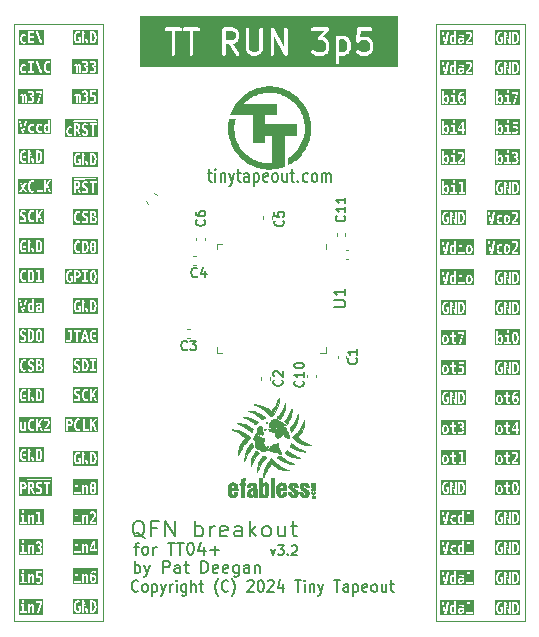
<source format=gbr>
G04 #@! TF.GenerationSoftware,KiCad,Pcbnew,8.0.1-8.0.1-1~ubuntu22.04.1*
G04 #@! TF.CreationDate,2024-03-22T15:41:04-04:00*
G04 #@! TF.ProjectId,caravel-breakout-qfn,63617261-7665-46c2-9d62-7265616b6f75,3.2*
G04 #@! TF.SameCoordinates,PX2dc6c00PY42c1d80*
G04 #@! TF.FileFunction,Legend,Top*
G04 #@! TF.FilePolarity,Positive*
%FSLAX46Y46*%
G04 Gerber Fmt 4.6, Leading zero omitted, Abs format (unit mm)*
G04 Created by KiCad (PCBNEW 8.0.1-8.0.1-1~ubuntu22.04.1) date 2024-03-22 15:41:04*
%MOMM*%
%LPD*%
G01*
G04 APERTURE LIST*
%ADD10C,0.100000*%
%ADD11C,0.120000*%
%ADD12C,0.127000*%
%ADD13C,0.140000*%
%ADD14C,0.150000*%
%ADD15C,0.180000*%
%ADD16C,0.130000*%
%ADD17C,0.300000*%
%ADD18C,0.160000*%
%ADD19C,0.200000*%
%ADD20C,0.000000*%
%ADD21C,0.010000*%
G04 APERTURE END LIST*
D10*
X11400000Y51900000D02*
X13276202Y51900000D01*
X13276202Y47655266D01*
X11400000Y47655266D01*
X11400000Y51900000D01*
G36*
X11400000Y51900000D02*
G01*
X13276202Y51900000D01*
X13276202Y47655266D01*
X11400000Y47655266D01*
X11400000Y51900000D01*
G37*
X31306978Y51894734D02*
X33183180Y51894734D01*
X33183180Y47650000D01*
X31306978Y47650000D01*
X31306978Y51894734D01*
G36*
X31306978Y51894734D02*
G01*
X33183180Y51894734D01*
X33183180Y47650000D01*
X31306978Y47650000D01*
X31306978Y51894734D01*
G37*
D11*
X36427440Y51177440D02*
X44000000Y51177440D01*
X44000000Y650000D01*
X36427440Y650000D01*
X36427440Y51177440D01*
X677440Y51227440D02*
X8250000Y51227440D01*
X8250000Y700000D01*
X677440Y700000D01*
X677440Y51227440D01*
D10*
X13293021Y51900000D02*
X31306978Y51900000D01*
X31306978Y51136043D01*
X13293021Y51136043D01*
X13293021Y51900000D01*
G36*
X13293021Y51900000D02*
G01*
X31306978Y51900000D01*
X31306978Y51136043D01*
X13293021Y51136043D01*
X13293021Y51900000D01*
G37*
D12*
G36*
X37917506Y29832177D02*
G01*
X37952393Y29810075D01*
X37978185Y29770782D01*
X37986910Y29749439D01*
X37999924Y29699599D01*
X38006578Y29646585D01*
X38008471Y29592973D01*
X38007732Y29558751D01*
X38003473Y29508956D01*
X37994156Y29460235D01*
X37978185Y29415164D01*
X37966058Y29393251D01*
X37934505Y29361326D01*
X37895729Y29350684D01*
X37876955Y29352951D01*
X37839293Y29375872D01*
X37813859Y29415164D01*
X37805302Y29436507D01*
X37792541Y29486348D01*
X37786015Y29539362D01*
X37784159Y29592973D01*
X37784884Y29627196D01*
X37789060Y29676991D01*
X37798196Y29725712D01*
X37813859Y29770782D01*
X37825786Y29792695D01*
X37857049Y29824620D01*
X37895729Y29835262D01*
X37917506Y29832177D01*
G37*
G36*
X39287302Y29831263D02*
G01*
X39322638Y29810265D01*
X39350830Y29771271D01*
X39360343Y29750045D01*
X39374532Y29700223D01*
X39381788Y29646981D01*
X39383852Y29592973D01*
X39383045Y29558481D01*
X39378402Y29508404D01*
X39368244Y29459584D01*
X39350830Y29414676D01*
X39332829Y29386680D01*
X39299875Y29359683D01*
X39259776Y29350684D01*
X39235660Y29353746D01*
X39197174Y29375681D01*
X39168918Y29414676D01*
X39159461Y29435902D01*
X39145356Y29485723D01*
X39138143Y29538965D01*
X39136092Y29592973D01*
X39136893Y29627465D01*
X39141509Y29677543D01*
X39151607Y29726362D01*
X39168918Y29771271D01*
X39186980Y29799267D01*
X39219888Y29826263D01*
X39259776Y29835262D01*
X39287302Y29831263D01*
G37*
G36*
X39655967Y29083258D02*
G01*
X36820152Y29083258D01*
X36820152Y30241682D01*
X36931263Y30241682D01*
X37126461Y29210000D01*
X37351165Y29210000D01*
X37423625Y29592973D01*
X37623154Y29592973D01*
X37624064Y29546861D01*
X37627760Y29492967D01*
X37634299Y29443234D01*
X37645899Y29389050D01*
X37661593Y29340858D01*
X37681381Y29298661D01*
X37696680Y29274217D01*
X37727023Y29239284D01*
X37761910Y29214331D01*
X37801342Y29199359D01*
X37845317Y29194369D01*
X37865611Y29195485D01*
X37906047Y29205563D01*
X37941646Y29226121D01*
X37958869Y29241496D01*
X37986984Y29277927D01*
X38008471Y29320643D01*
X38008471Y29210000D01*
X38168890Y29210000D01*
X38325987Y29210000D01*
X38887745Y29210000D01*
X38887745Y29366316D01*
X38687662Y29366316D01*
X38687662Y29592973D01*
X38975087Y29592973D01*
X38976293Y29548246D01*
X38981192Y29495686D01*
X38989860Y29446847D01*
X39005235Y29393152D01*
X39026038Y29344815D01*
X39052267Y29301836D01*
X39067206Y29282630D01*
X39099886Y29249887D01*
X39136302Y29224699D01*
X39176456Y29207068D01*
X39220346Y29196993D01*
X39259776Y29194369D01*
X39275907Y29194789D01*
X39321789Y29201086D01*
X39363908Y29214939D01*
X39402261Y29236348D01*
X39436851Y29265314D01*
X39467676Y29301836D01*
X39489910Y29337280D01*
X39511617Y29384724D01*
X39527898Y29437526D01*
X39537319Y29485621D01*
X39542972Y29537437D01*
X39544856Y29592973D01*
X39543650Y29637700D01*
X39538751Y29690260D01*
X39530084Y29739099D01*
X39514708Y29792794D01*
X39493905Y29841132D01*
X39467676Y29884111D01*
X39452734Y29903316D01*
X39420027Y29936060D01*
X39383555Y29961248D01*
X39343319Y29978879D01*
X39299319Y29988954D01*
X39259776Y29991578D01*
X39243693Y29991158D01*
X39197934Y29984861D01*
X39155912Y29971008D01*
X39117627Y29949598D01*
X39083079Y29920633D01*
X39052267Y29884111D01*
X39030033Y29848667D01*
X39008326Y29801223D01*
X38992045Y29748420D01*
X38982624Y29700326D01*
X38976971Y29648510D01*
X38975087Y29592973D01*
X38687662Y29592973D01*
X38687662Y29975946D01*
X38368974Y29975946D01*
X38368974Y29819631D01*
X38526657Y29819631D01*
X38526657Y29366316D01*
X38325987Y29366316D01*
X38325987Y29210000D01*
X38168890Y29210000D01*
X38168890Y30272945D01*
X38008471Y30272945D01*
X38008471Y29872387D01*
X37998956Y29890283D01*
X37972029Y29930004D01*
X37939497Y29961780D01*
X37929520Y29968764D01*
X37892099Y29985874D01*
X37850788Y29991578D01*
X37824217Y29989967D01*
X37781495Y29979398D01*
X37743578Y29958965D01*
X37710468Y29928668D01*
X37682163Y29888507D01*
X37665163Y29854115D01*
X37648567Y29807083D01*
X37636120Y29753766D01*
X37628916Y29704533D01*
X37624594Y29650936D01*
X37623154Y29592973D01*
X37423625Y29592973D01*
X37546364Y30241682D01*
X37383014Y30241682D01*
X37238618Y29379994D01*
X37094612Y30241682D01*
X36931263Y30241682D01*
X36820152Y30241682D01*
X36820152Y30351103D01*
X38526657Y30351103D01*
X38526657Y30116630D01*
X38687662Y30116630D01*
X38687662Y30351103D01*
X38526657Y30351103D01*
X36820152Y30351103D01*
X36820152Y30462214D01*
X39655967Y30462214D01*
X39655967Y29083258D01*
G37*
G36*
X6060499Y42619995D02*
G01*
X6100841Y42611620D01*
X6136043Y42588304D01*
X6144262Y42577103D01*
X6160559Y42530907D01*
X6164571Y42480349D01*
X6164317Y42466615D01*
X6157341Y42415685D01*
X6135652Y42372149D01*
X6121282Y42359396D01*
X6081713Y42343288D01*
X6040495Y42339421D01*
X5964096Y42339421D01*
X5964096Y42620788D01*
X6040495Y42620788D01*
X6060499Y42619995D01*
G37*
G36*
X7839777Y41634311D02*
G01*
X5036433Y41634311D01*
X5036433Y42143294D01*
X5147544Y42143294D01*
X5148796Y42097853D01*
X5153881Y42044626D01*
X5162878Y41995371D01*
X5178838Y41941507D01*
X5200430Y41893362D01*
X5227656Y41850935D01*
X5248700Y41826205D01*
X5283896Y41795293D01*
X5323448Y41771800D01*
X5367354Y41755726D01*
X5407270Y41747998D01*
X5450210Y41745422D01*
X5470179Y41745972D01*
X5511701Y41750933D01*
X5550838Y41761053D01*
X5562418Y41765206D01*
X5601458Y41783585D01*
X5638179Y41807948D01*
X5638179Y41995527D01*
X5626717Y41981310D01*
X5595933Y41949871D01*
X5561194Y41924940D01*
X5553520Y41920794D01*
X5513555Y41906179D01*
X5473852Y41901737D01*
X5459442Y41902287D01*
X5420024Y41910530D01*
X5382934Y41931291D01*
X5352903Y41964264D01*
X5336458Y41994202D01*
X5321250Y42040284D01*
X5313336Y42088415D01*
X5310698Y42143294D01*
X5311729Y42178465D01*
X5317664Y42229283D01*
X5330647Y42278425D01*
X5352903Y42323056D01*
X5361171Y42334361D01*
X5393320Y42364014D01*
X5432528Y42381311D01*
X5473852Y42386315D01*
X5482288Y42386101D01*
X5523641Y42378587D01*
X5560998Y42361891D01*
X5573959Y42353822D01*
X5608474Y42325772D01*
X5638179Y42292526D01*
X5638179Y42480104D01*
X5621093Y42491510D01*
X5583978Y42512158D01*
X5546735Y42527243D01*
X5532299Y42531676D01*
X5490967Y42540091D01*
X5451382Y42542631D01*
X5425250Y42541699D01*
X5384093Y42536006D01*
X5338659Y42522341D01*
X5297540Y42501224D01*
X5260734Y42472653D01*
X5228242Y42436629D01*
X5204994Y42401583D01*
X5182298Y42354253D01*
X5165275Y42301170D01*
X5155425Y42252540D01*
X5149514Y42199914D01*
X5147544Y42143294D01*
X5036433Y42143294D01*
X5036433Y42792735D01*
X5801919Y42792735D01*
X5801919Y42620788D01*
X5801919Y41761053D01*
X5964096Y41761053D01*
X5964096Y42167474D01*
X6015680Y42167474D01*
X6040673Y42161899D01*
X6073813Y42134593D01*
X6098155Y42096365D01*
X6117872Y42050970D01*
X6129400Y42020684D01*
X6228465Y41761053D01*
X6406469Y41761053D01*
X6257969Y42131081D01*
X6238335Y42176855D01*
X6214396Y42218520D01*
X6208682Y42225143D01*
X6172387Y42247097D01*
X6186577Y42249877D01*
X6225335Y42263549D01*
X6261693Y42288121D01*
X6290991Y42322568D01*
X6302868Y42343327D01*
X6320583Y42391250D01*
X6329642Y42441682D01*
X6332219Y42492317D01*
X6331753Y42508925D01*
X6473489Y42508925D01*
X6474167Y42482444D01*
X6480648Y42427912D01*
X6493992Y42380374D01*
X6516867Y42335757D01*
X6535915Y42311875D01*
X6569969Y42280673D01*
X6607880Y42253972D01*
X6646403Y42231532D01*
X6682756Y42213147D01*
X6762477Y42175778D01*
X6795250Y42155923D01*
X6826176Y42122289D01*
X6840471Y42093049D01*
X6848255Y42043642D01*
X6848223Y42039929D01*
X6840000Y41990459D01*
X6815234Y41950586D01*
X6801969Y41939297D01*
X6763592Y41922040D01*
X6722421Y41917369D01*
X6681422Y41920544D01*
X6640100Y41930068D01*
X6602254Y41944236D01*
X6587044Y41951456D01*
X6548430Y41973381D01*
X6512961Y41997844D01*
X6476811Y42026790D01*
X6476811Y41823580D01*
X6483959Y41818829D01*
X6520207Y41797282D01*
X6557293Y41779407D01*
X6595220Y41765206D01*
X6633528Y41754773D01*
X6675578Y41747760D01*
X6717537Y41745422D01*
X6744684Y41746092D01*
X6786999Y41750185D01*
X6825651Y41757999D01*
X6867196Y41772287D01*
X6903466Y41791933D01*
X6939114Y41821626D01*
X6964081Y41852950D01*
X6986681Y41896440D01*
X7002250Y41947411D01*
X7009999Y41997053D01*
X7012582Y42052191D01*
X7010940Y42093315D01*
X7003643Y42143874D01*
X6988457Y42194913D01*
X6965883Y42239769D01*
X6959841Y42248967D01*
X6931601Y42283466D01*
X6896839Y42314302D01*
X6861073Y42338278D01*
X6820314Y42359448D01*
X6750363Y42392177D01*
X6728921Y42402491D01*
X6690279Y42424173D01*
X6655010Y42453238D01*
X6642106Y42473944D01*
X6632345Y42523091D01*
X6639214Y42568801D01*
X6663608Y42607111D01*
X6676366Y42617071D01*
X6713616Y42632298D01*
X6753880Y42636420D01*
X6780319Y42634924D01*
X6820207Y42627070D01*
X6860370Y42612484D01*
X6893904Y42595378D01*
X6930394Y42571602D01*
X6966469Y42542631D01*
X6966469Y42745841D01*
X6931672Y42763725D01*
X6893131Y42779926D01*
X6854313Y42792491D01*
X6853303Y42792735D01*
X7125715Y42792735D01*
X7125715Y42620788D01*
X7334005Y42620788D01*
X7334005Y41761053D01*
X7496183Y41761053D01*
X7496183Y42620788D01*
X7704473Y42620788D01*
X7704473Y42792735D01*
X7125715Y42792735D01*
X6853303Y42792735D01*
X6822533Y42800165D01*
X6783650Y42806134D01*
X6741179Y42808367D01*
X6696233Y42805559D01*
X6655038Y42797135D01*
X6617593Y42783096D01*
X6578648Y42759620D01*
X6544808Y42728499D01*
X6524262Y42702080D01*
X6501348Y42660184D01*
X6485259Y42612561D01*
X6475996Y42559211D01*
X6473489Y42508925D01*
X6331753Y42508925D01*
X6331141Y42530743D01*
X6325483Y42583187D01*
X6312753Y42636494D01*
X6293421Y42681315D01*
X6263245Y42722149D01*
X6244606Y42738693D01*
X6205274Y42762336D01*
X6164758Y42777226D01*
X6126199Y42785842D01*
X6083280Y42791012D01*
X6036001Y42792735D01*
X5801919Y42792735D01*
X5036433Y42792735D01*
X5036433Y42966753D01*
X5750176Y42966753D01*
X5784542Y42932387D01*
X5808842Y42927553D01*
X7694300Y42932387D01*
X7728666Y42966753D01*
X7728666Y43015353D01*
X7694300Y43049719D01*
X7670000Y43054553D01*
X5784542Y43049719D01*
X5750176Y43015353D01*
X5750176Y42966753D01*
X5036433Y42966753D01*
X5036433Y43165664D01*
X7839777Y43165664D01*
X7839777Y41634311D01*
G37*
G36*
X37274391Y37452995D02*
G01*
X37312052Y37430075D01*
X37337487Y37390782D01*
X37346043Y37369439D01*
X37358805Y37319599D01*
X37365331Y37266585D01*
X37367187Y37212973D01*
X37366462Y37178751D01*
X37362286Y37128956D01*
X37353149Y37080235D01*
X37337487Y37035164D01*
X37325560Y37013251D01*
X37294297Y36981326D01*
X37255617Y36970684D01*
X37233840Y36973770D01*
X37198953Y36995872D01*
X37173161Y37035164D01*
X37164436Y37056507D01*
X37151422Y37106348D01*
X37144767Y37159362D01*
X37142875Y37212973D01*
X37143614Y37247196D01*
X37147873Y37296991D01*
X37157190Y37345712D01*
X37173161Y37390782D01*
X37185287Y37412695D01*
X37216840Y37444620D01*
X37255617Y37455262D01*
X37274391Y37452995D01*
G37*
G36*
X38982248Y36703258D02*
G01*
X36871345Y36703258D01*
X36871345Y37892945D01*
X36982456Y37892945D01*
X36982456Y37212973D01*
X36982456Y36830000D01*
X37142875Y36830000D01*
X37142875Y36940643D01*
X37152890Y36918194D01*
X37178455Y36877038D01*
X37209309Y36846121D01*
X37228029Y36833749D01*
X37266416Y36818834D01*
X37306029Y36814369D01*
X37331714Y36815999D01*
X37373093Y36826692D01*
X37378986Y36830000D01*
X37652267Y36830000D01*
X38214026Y36830000D01*
X38350802Y36830000D01*
X38871137Y36830000D01*
X38871137Y37001947D01*
X38689811Y37001947D01*
X38689811Y37861682D01*
X38533105Y37861682D01*
X38363307Y37814788D01*
X38363307Y37642841D01*
X38532128Y37689735D01*
X38532128Y37001947D01*
X38350802Y37001947D01*
X38350802Y36830000D01*
X38214026Y36830000D01*
X38214026Y36986316D01*
X38013942Y36986316D01*
X38013942Y37595946D01*
X37695254Y37595946D01*
X37695254Y37439631D01*
X37852937Y37439631D01*
X37852937Y36986316D01*
X37652267Y36986316D01*
X37652267Y36830000D01*
X37378986Y36830000D01*
X37409927Y36847368D01*
X37442218Y36878024D01*
X37469965Y36918661D01*
X37486739Y36953409D01*
X37503116Y37000602D01*
X37515398Y37053787D01*
X37522506Y37102687D01*
X37526771Y37155749D01*
X37528192Y37212973D01*
X37527672Y37248274D01*
X37524492Y37303618D01*
X37518421Y37354596D01*
X37507320Y37410009D01*
X37492057Y37459136D01*
X37468988Y37508507D01*
X37449317Y37538200D01*
X37417642Y37571316D01*
X37381142Y37594567D01*
X37339818Y37607954D01*
X37300558Y37611578D01*
X37288358Y37611112D01*
X37248159Y37602149D01*
X37211849Y37581780D01*
X37195124Y37567318D01*
X37166496Y37532893D01*
X37142875Y37492387D01*
X37142875Y37892945D01*
X36982456Y37892945D01*
X36871345Y37892945D01*
X36871345Y37971103D01*
X37852937Y37971103D01*
X37852937Y37736630D01*
X38013942Y37736630D01*
X38013942Y37971103D01*
X37852937Y37971103D01*
X36871345Y37971103D01*
X36871345Y38082214D01*
X38982248Y38082214D01*
X38982248Y36703258D01*
G37*
G36*
X2865158Y22272006D02*
G01*
X2904310Y22260600D01*
X2937662Y22235140D01*
X2954766Y22205626D01*
X2966930Y22157174D01*
X2970097Y22105936D01*
X2969005Y22074634D01*
X2960267Y22023160D01*
X2939030Y21981860D01*
X2909189Y21960130D01*
X2870346Y21949022D01*
X2830390Y21946201D01*
X2722728Y21946201D01*
X2722728Y22274463D01*
X2830390Y22274463D01*
X2865158Y22272006D01*
G37*
G36*
X2837829Y22665142D02*
G01*
X2879706Y22659080D01*
X2917536Y22637164D01*
X2938423Y22597739D01*
X2944305Y22547038D01*
X2939294Y22499274D01*
X2918122Y22457645D01*
X2909077Y22449906D01*
X2871579Y22434557D01*
X2830390Y22430779D01*
X2722728Y22430779D01*
X2722728Y22665252D01*
X2830390Y22665252D01*
X2837829Y22665142D01*
G37*
G36*
X3245535Y21663143D02*
G01*
X1122517Y21663143D01*
X1122517Y22305482D01*
X1233628Y22305482D01*
X1233714Y22289466D01*
X1235761Y22227775D01*
X1240537Y22169886D01*
X1248043Y22115798D01*
X1258278Y22065510D01*
X1274911Y22007996D01*
X1295808Y21956421D01*
X1320969Y21910786D01*
X1338036Y21886386D01*
X1369549Y21851053D01*
X1404898Y21822387D01*
X1444082Y21800387D01*
X1487101Y21785054D01*
X1533955Y21776387D01*
X1574200Y21774254D01*
X1582917Y21774357D01*
X1622550Y21777563D01*
X1663105Y21785978D01*
X1668390Y21787489D01*
X1707053Y21801743D01*
X1743998Y21821149D01*
X1743998Y22039990D01*
X1730993Y22025433D01*
X1697761Y21993502D01*
X1662909Y21968671D01*
X1660452Y21967289D01*
X1623000Y21951819D01*
X1581821Y21946201D01*
X1550014Y21949387D01*
X1508047Y21966111D01*
X1472974Y21997171D01*
X1447585Y22036815D01*
X1439484Y22054615D01*
X1423680Y22102093D01*
X1413586Y22149411D01*
X1406680Y22202843D01*
X1403360Y22252040D01*
X1402254Y22305482D01*
X1402298Y22316555D01*
X1403847Y22369344D01*
X1408628Y22427023D01*
X1416597Y22478521D01*
X1429922Y22530787D01*
X1432729Y22537757D01*
X1894647Y22537757D01*
X1895325Y22511276D01*
X1901806Y22456744D01*
X1915150Y22409206D01*
X1938025Y22364589D01*
X1957073Y22340707D01*
X1991127Y22309505D01*
X2029038Y22282804D01*
X2067561Y22260364D01*
X2103914Y22241979D01*
X2183635Y22204610D01*
X2216408Y22184755D01*
X2247334Y22151121D01*
X2261629Y22121881D01*
X2269413Y22072474D01*
X2269381Y22068761D01*
X2261158Y22019291D01*
X2236392Y21979418D01*
X2223127Y21968129D01*
X2184750Y21950872D01*
X2143579Y21946201D01*
X2102580Y21949376D01*
X2061258Y21958900D01*
X2023412Y21973068D01*
X2008202Y21980288D01*
X1969588Y22002213D01*
X1934119Y22026676D01*
X1897969Y22055622D01*
X1897969Y21852412D01*
X1905117Y21847661D01*
X1941365Y21826114D01*
X1978451Y21808239D01*
X2016378Y21794038D01*
X2054686Y21783605D01*
X2096736Y21776592D01*
X2138695Y21774254D01*
X2165842Y21774924D01*
X2208157Y21779017D01*
X2246809Y21786831D01*
X2288354Y21801119D01*
X2324624Y21820765D01*
X2360272Y21850458D01*
X2385239Y21881782D01*
X2407839Y21925272D01*
X2423408Y21976243D01*
X2431157Y22025885D01*
X2433740Y22081023D01*
X2432098Y22122147D01*
X2424801Y22172706D01*
X2409615Y22223745D01*
X2387041Y22268601D01*
X2380999Y22277799D01*
X2352759Y22312298D01*
X2317997Y22343134D01*
X2282231Y22367110D01*
X2241472Y22388280D01*
X2171521Y22421009D01*
X2150079Y22431323D01*
X2111437Y22453005D01*
X2076168Y22482070D01*
X2063264Y22502776D01*
X2053503Y22551923D01*
X2060372Y22597633D01*
X2084766Y22635943D01*
X2097524Y22645903D01*
X2134774Y22661130D01*
X2175038Y22665252D01*
X2201477Y22663756D01*
X2241365Y22655902D01*
X2281528Y22641316D01*
X2315062Y22624210D01*
X2351552Y22600434D01*
X2387627Y22571463D01*
X2387627Y22774673D01*
X2352830Y22792557D01*
X2314289Y22808758D01*
X2275471Y22821323D01*
X2274461Y22821567D01*
X2566217Y22821567D01*
X2566217Y22665252D01*
X2566217Y22274463D01*
X2566217Y21789885D01*
X2830390Y21789885D01*
X2859792Y21790489D01*
X2905300Y21794175D01*
X2946437Y21801213D01*
X2990035Y21814081D01*
X3027340Y21831775D01*
X3062909Y21858518D01*
X3087213Y21887209D01*
X3109212Y21928148D01*
X3124367Y21977128D01*
X3131910Y22025511D01*
X3134424Y22079802D01*
X3132142Y22131657D01*
X3123948Y22184452D01*
X3109794Y22230346D01*
X3086748Y22273731D01*
X3060101Y22304826D01*
X3023175Y22331232D01*
X2984175Y22347081D01*
X2945282Y22355063D01*
X2954953Y22356340D01*
X2994805Y22366477D01*
X3032052Y22386169D01*
X3064473Y22418078D01*
X3069418Y22425021D01*
X3090913Y22469107D01*
X3102080Y22517851D01*
X3105310Y22568776D01*
X3105243Y22576591D01*
X3100999Y22627867D01*
X3088066Y22679113D01*
X3066512Y22722512D01*
X3036336Y22758064D01*
X3031959Y22761971D01*
X2997599Y22785847D01*
X2956732Y22803645D01*
X2916523Y22814063D01*
X2871534Y22820017D01*
X2830390Y22821567D01*
X2566217Y22821567D01*
X2274461Y22821567D01*
X2243691Y22828997D01*
X2204808Y22834966D01*
X2162337Y22837199D01*
X2117391Y22834391D01*
X2076196Y22825967D01*
X2038751Y22811928D01*
X1999806Y22788452D01*
X1965966Y22757331D01*
X1945420Y22730912D01*
X1922506Y22689016D01*
X1906417Y22641393D01*
X1897154Y22588043D01*
X1894647Y22537757D01*
X1432729Y22537757D01*
X1447585Y22574638D01*
X1466116Y22605432D01*
X1499657Y22639678D01*
X1540092Y22659588D01*
X1581821Y22665252D01*
X1584432Y22665230D01*
X1625532Y22658841D01*
X1662909Y22642537D01*
X1680214Y22631456D01*
X1712995Y22604241D01*
X1743998Y22571463D01*
X1743998Y22790304D01*
X1739311Y22793189D01*
X1702746Y22811908D01*
X1663691Y22825475D01*
X1655633Y22827570D01*
X1614314Y22834955D01*
X1574200Y22837199D01*
X1553771Y22836666D01*
X1505382Y22830666D01*
X1460829Y22817999D01*
X1420111Y22798666D01*
X1383229Y22772666D01*
X1350181Y22740000D01*
X1320969Y22700667D01*
X1310393Y22683124D01*
X1286937Y22635091D01*
X1267746Y22581095D01*
X1255464Y22533605D01*
X1245911Y22482299D01*
X1239087Y22427176D01*
X1234993Y22368237D01*
X1233628Y22305482D01*
X1122517Y22305482D01*
X1122517Y22948310D01*
X3245535Y22948310D01*
X3245535Y21663143D01*
G37*
G36*
X2167506Y27462992D02*
G01*
X2202393Y27440890D01*
X2228185Y27401597D01*
X2236910Y27380254D01*
X2249924Y27330414D01*
X2256578Y27277400D01*
X2258471Y27223788D01*
X2257732Y27189566D01*
X2253473Y27139771D01*
X2244156Y27091050D01*
X2228185Y27045979D01*
X2216058Y27024066D01*
X2184505Y26992141D01*
X2145729Y26981499D01*
X2126955Y26983766D01*
X2089293Y27006687D01*
X2063859Y27045979D01*
X2055302Y27067322D01*
X2042541Y27117163D01*
X2036015Y27170177D01*
X2034159Y27223788D01*
X2034884Y27258011D01*
X2039060Y27307806D01*
X2048196Y27356527D01*
X2063859Y27401597D01*
X2075786Y27423510D01*
X2107049Y27455435D01*
X2145729Y27466077D01*
X2167506Y27462992D01*
G37*
G36*
X2946454Y27186908D02*
G01*
X2946317Y27174021D01*
X2942299Y27120494D01*
X2931308Y27069584D01*
X2911284Y27023998D01*
X2889243Y26995898D01*
X2852836Y26972737D01*
X2812414Y26965868D01*
X2780866Y26970786D01*
X2745198Y26995665D01*
X2727527Y27028391D01*
X2720579Y27076510D01*
X2720718Y27084841D01*
X2729518Y27134395D01*
X2756336Y27172253D01*
X2761018Y27175654D01*
X2798020Y27191454D01*
X2840526Y27198585D01*
X2882170Y27200341D01*
X2946454Y27200341D01*
X2946454Y27186908D01*
G37*
G36*
X3217398Y26714073D02*
G01*
X1070152Y26714073D01*
X1070152Y27872497D01*
X1181263Y27872497D01*
X1376461Y26840815D01*
X1601165Y26840815D01*
X1673625Y27223788D01*
X1873154Y27223788D01*
X1874064Y27177676D01*
X1877760Y27123782D01*
X1884299Y27074049D01*
X1895899Y27019865D01*
X1911593Y26971673D01*
X1931381Y26929476D01*
X1946680Y26905032D01*
X1977023Y26870099D01*
X2011910Y26845146D01*
X2051342Y26830174D01*
X2095317Y26825184D01*
X2115611Y26826300D01*
X2156047Y26836378D01*
X2191646Y26856936D01*
X2208869Y26872311D01*
X2236984Y26908742D01*
X2258471Y26951458D01*
X2258471Y26840815D01*
X2418890Y26840815D01*
X2418890Y27083104D01*
X2549023Y27083104D01*
X2549073Y27076510D01*
X2549080Y27075540D01*
X2552674Y27025524D01*
X2563628Y26974661D01*
X2581885Y26930514D01*
X2607445Y26893083D01*
X2614954Y26884861D01*
X2648623Y26857277D01*
X2688105Y26838180D01*
X2727420Y26828433D01*
X2771186Y26825184D01*
X2791446Y26826146D01*
X2833080Y26834828D01*
X2871618Y26852539D01*
X2888180Y26863622D01*
X2920059Y26893290D01*
X2946454Y26930697D01*
X2946454Y26840815D01*
X3106287Y26840815D01*
X3106287Y27275568D01*
X3106228Y27287648D01*
X3104151Y27344550D01*
X3099106Y27395621D01*
X3089137Y27449207D01*
X3072105Y27501111D01*
X3045519Y27546433D01*
X3037598Y27555631D01*
X3004369Y27583152D01*
X2962575Y27603403D01*
X2919934Y27614975D01*
X2879594Y27620538D01*
X2834884Y27622393D01*
X2800788Y27621485D01*
X2760543Y27617908D01*
X2718429Y27610913D01*
X2691074Y27604395D01*
X2650408Y27591698D01*
X2610181Y27575498D01*
X2610181Y27419183D01*
X2642893Y27436182D01*
X2681866Y27453129D01*
X2723119Y27466810D01*
X2753842Y27474012D01*
X2795672Y27479948D01*
X2834884Y27481709D01*
X2841644Y27481615D01*
X2880520Y27476449D01*
X2918122Y27457773D01*
X2935387Y27436810D01*
X2946454Y27387675D01*
X2946454Y27341025D01*
X2834884Y27341025D01*
X2825824Y27340963D01*
X2782755Y27338809D01*
X2735984Y27332163D01*
X2694571Y27321087D01*
X2653028Y27302564D01*
X2618778Y27278010D01*
X2610331Y27269864D01*
X2581993Y27231900D01*
X2562374Y27185326D01*
X2552360Y27137511D01*
X2549023Y27083104D01*
X2418890Y27083104D01*
X2418890Y27903760D01*
X2258471Y27903760D01*
X2258471Y27503202D01*
X2248956Y27521098D01*
X2222029Y27560819D01*
X2189497Y27592595D01*
X2179520Y27599579D01*
X2142099Y27616689D01*
X2100788Y27622393D01*
X2074217Y27620782D01*
X2031495Y27610213D01*
X1993578Y27589780D01*
X1960468Y27559483D01*
X1932163Y27519322D01*
X1915163Y27484930D01*
X1898567Y27437898D01*
X1886120Y27384581D01*
X1878916Y27335348D01*
X1874594Y27281751D01*
X1873154Y27223788D01*
X1673625Y27223788D01*
X1796364Y27872497D01*
X1633014Y27872497D01*
X1488618Y27010809D01*
X1344612Y27872497D01*
X1181263Y27872497D01*
X1070152Y27872497D01*
X1070152Y28014871D01*
X3217398Y28014871D01*
X3217398Y26714073D01*
G37*
G36*
X38591226Y9512177D02*
G01*
X38626113Y9490075D01*
X38651905Y9450782D01*
X38660630Y9429439D01*
X38673643Y9379599D01*
X38680298Y9326585D01*
X38682191Y9272973D01*
X38681451Y9238751D01*
X38677192Y9188956D01*
X38667876Y9140235D01*
X38651905Y9095164D01*
X38639778Y9073251D01*
X38608225Y9041326D01*
X38569448Y9030684D01*
X38550674Y9032951D01*
X38513013Y9055872D01*
X38487578Y9095164D01*
X38479022Y9116507D01*
X38466260Y9166348D01*
X38459734Y9219362D01*
X38457878Y9272973D01*
X38458603Y9307196D01*
X38462780Y9356991D01*
X38471916Y9405712D01*
X38487578Y9450782D01*
X38499505Y9472695D01*
X38530768Y9504620D01*
X38569448Y9515262D01*
X38591226Y9512177D01*
G37*
G36*
X39655967Y8763258D02*
G01*
X36820152Y8763258D01*
X36820152Y9921682D01*
X36931263Y9921682D01*
X37126461Y8890000D01*
X37351165Y8890000D01*
X37423487Y9272241D01*
X37666140Y9272241D01*
X37667392Y9226800D01*
X37672477Y9173573D01*
X37681474Y9124318D01*
X37697434Y9070454D01*
X37719027Y9022309D01*
X37746252Y8979882D01*
X37767297Y8955152D01*
X37802493Y8924240D01*
X37842044Y8900747D01*
X37885951Y8884673D01*
X37925866Y8876945D01*
X37968806Y8874369D01*
X37988775Y8874919D01*
X38030298Y8879880D01*
X38069434Y8890000D01*
X38081014Y8894153D01*
X38120054Y8912532D01*
X38156775Y8936895D01*
X38156775Y9124474D01*
X38145313Y9110257D01*
X38114529Y9078818D01*
X38079790Y9053887D01*
X38072117Y9049741D01*
X38032151Y9035126D01*
X37992449Y9030684D01*
X37978039Y9031234D01*
X37938621Y9039477D01*
X37901530Y9060238D01*
X37871500Y9093211D01*
X37855055Y9123149D01*
X37839846Y9169231D01*
X37831933Y9217362D01*
X37829295Y9272241D01*
X37829316Y9272973D01*
X38296873Y9272973D01*
X38297783Y9226861D01*
X38301479Y9172967D01*
X38308018Y9123234D01*
X38319618Y9069050D01*
X38335312Y9020858D01*
X38355101Y8978661D01*
X38370399Y8954217D01*
X38400743Y8919284D01*
X38435630Y8894331D01*
X38475061Y8879359D01*
X38519036Y8874369D01*
X38539331Y8875485D01*
X38579767Y8885563D01*
X38615366Y8906121D01*
X38632588Y8921496D01*
X38660703Y8957927D01*
X38682191Y9000643D01*
X38682191Y8890000D01*
X38842609Y8890000D01*
X39024521Y8890000D01*
X39544856Y8890000D01*
X39544856Y9061947D01*
X39363531Y9061947D01*
X39363531Y9921682D01*
X39206824Y9921682D01*
X39037027Y9874788D01*
X39037027Y9702841D01*
X39205847Y9749735D01*
X39205847Y9061947D01*
X39024521Y9061947D01*
X39024521Y8890000D01*
X38842609Y8890000D01*
X38842609Y9952945D01*
X38682191Y9952945D01*
X38682191Y9552387D01*
X38672676Y9570283D01*
X38645749Y9610004D01*
X38613217Y9641780D01*
X38603239Y9648764D01*
X38565818Y9665874D01*
X38524508Y9671578D01*
X38497937Y9669967D01*
X38455214Y9659398D01*
X38417298Y9638965D01*
X38384187Y9608668D01*
X38355882Y9568507D01*
X38338883Y9534115D01*
X38322286Y9487083D01*
X38309839Y9433766D01*
X38302636Y9384533D01*
X38298314Y9330936D01*
X38296873Y9272973D01*
X37829316Y9272973D01*
X37830325Y9307412D01*
X37836260Y9358230D01*
X37849243Y9407372D01*
X37871500Y9452003D01*
X37879768Y9463308D01*
X37911916Y9492961D01*
X37951125Y9510258D01*
X37992449Y9515262D01*
X38000884Y9515048D01*
X38042238Y9507534D01*
X38079595Y9490838D01*
X38092556Y9482769D01*
X38127070Y9454719D01*
X38156775Y9421473D01*
X38156775Y9609051D01*
X38139689Y9620457D01*
X38102575Y9641105D01*
X38065331Y9656190D01*
X38050896Y9660623D01*
X38009564Y9669038D01*
X37969979Y9671578D01*
X37943846Y9670646D01*
X37902690Y9664953D01*
X37857256Y9651288D01*
X37816136Y9630171D01*
X37779330Y9601600D01*
X37746838Y9565576D01*
X37723590Y9530530D01*
X37700894Y9483200D01*
X37683872Y9430117D01*
X37674021Y9381487D01*
X37668111Y9328861D01*
X37666140Y9272241D01*
X37423487Y9272241D01*
X37546364Y9921682D01*
X37383014Y9921682D01*
X37238618Y9059994D01*
X37094612Y9921682D01*
X36931263Y9921682D01*
X36820152Y9921682D01*
X36820152Y10064056D01*
X39655967Y10064056D01*
X39655967Y8763258D01*
G37*
G36*
X7771620Y8791695D02*
G01*
X5696279Y8791695D01*
X5696279Y8902806D01*
X5807390Y8902806D01*
X6369149Y8902806D01*
X6497132Y8902806D01*
X6656964Y8902806D01*
X6656964Y9343665D01*
X6658527Y9384652D01*
X6665781Y9433282D01*
X6681975Y9479220D01*
X6711577Y9515856D01*
X6750363Y9528068D01*
X6781323Y9522102D01*
X6812303Y9491920D01*
X6819688Y9473826D01*
X6829016Y9423965D01*
X6831256Y9371997D01*
X6831256Y8902806D01*
X6991089Y8902806D01*
X7139393Y8902806D01*
X7660509Y8902806D01*
X7660509Y9074753D01*
X7314857Y9074753D01*
X7337571Y9103757D01*
X7367446Y9141788D01*
X7397842Y9180393D01*
X7427404Y9217880D01*
X7435487Y9228099D01*
X7465829Y9266666D01*
X7499284Y9309681D01*
X7527768Y9346923D01*
X7559294Y9389365D01*
X7587432Y9430371D01*
X7603587Y9458436D01*
X7626105Y9503882D01*
X7643119Y9549317D01*
X7646920Y9562808D01*
X7656233Y9611888D01*
X7659337Y9663867D01*
X7658174Y9696149D01*
X7650540Y9748437D01*
X7635782Y9795372D01*
X7613899Y9836954D01*
X7584892Y9873183D01*
X7580184Y9877917D01*
X7544176Y9906843D01*
X7502820Y9928406D01*
X7463116Y9941029D01*
X7419482Y9948241D01*
X7380119Y9950120D01*
X7354021Y9949112D01*
X7313730Y9943823D01*
X7272066Y9934000D01*
X7233077Y9921354D01*
X7193489Y9905244D01*
X7156978Y9887594D01*
X7156978Y9700015D01*
X7193279Y9722064D01*
X7232152Y9742240D01*
X7269916Y9758145D01*
X7286568Y9763915D01*
X7327406Y9774339D01*
X7367418Y9778173D01*
X7385848Y9777261D01*
X7427380Y9766349D01*
X7461793Y9740804D01*
X7469579Y9731034D01*
X7489528Y9685696D01*
X7495010Y9635291D01*
X7491018Y9593227D01*
X7476839Y9545165D01*
X7466312Y9521611D01*
X7443059Y9479754D01*
X7417439Y9440873D01*
X7407159Y9426414D01*
X7379899Y9389116D01*
X7353203Y9353129D01*
X7320487Y9309355D01*
X7289979Y9268729D01*
X7255619Y9223118D01*
X7227320Y9185640D01*
X7139393Y9069380D01*
X7139393Y8902806D01*
X6991089Y8902806D01*
X6991089Y9402772D01*
X6991045Y9411466D01*
X6988304Y9468519D01*
X6981300Y9518910D01*
X6968074Y9568342D01*
X6946539Y9613553D01*
X6928328Y9637624D01*
X6895371Y9664393D01*
X6855644Y9679957D01*
X6814648Y9684384D01*
X6789986Y9682782D01*
X6751495Y9672587D01*
X6715192Y9650922D01*
X6702900Y9639798D01*
X6674775Y9601543D01*
X6656964Y9556645D01*
X6656964Y9668752D01*
X6497132Y9668752D01*
X6497132Y8902806D01*
X6369149Y8902806D01*
X6369149Y9059122D01*
X6169065Y9059122D01*
X6169065Y9668752D01*
X5850377Y9668752D01*
X5850377Y9512437D01*
X6008060Y9512437D01*
X6008060Y9059122D01*
X5807390Y9059122D01*
X5807390Y8902806D01*
X5696279Y8902806D01*
X5696279Y10043909D01*
X6008060Y10043909D01*
X6008060Y9809436D01*
X6169065Y9809436D01*
X6169065Y10043909D01*
X6008060Y10043909D01*
X5696279Y10043909D01*
X5696279Y10155020D01*
X7771620Y10155020D01*
X7771620Y8791695D01*
G37*
G36*
X5405430Y17628146D02*
G01*
X5447435Y17619225D01*
X5484599Y17596518D01*
X5497161Y17579648D01*
X5513030Y17531884D01*
X5516839Y17481236D01*
X5516052Y17456783D01*
X5507740Y17407827D01*
X5484599Y17365953D01*
X5453861Y17345711D01*
X5413905Y17335364D01*
X5372834Y17332736D01*
X5306204Y17332736D01*
X5306204Y17629735D01*
X5372834Y17629735D01*
X5405430Y17628146D01*
G37*
G36*
X7860525Y16643258D02*
G01*
X5033111Y16643258D01*
X5033111Y17801682D01*
X5144222Y17801682D01*
X5144222Y17629735D01*
X5144222Y16770000D01*
X5306204Y16770000D01*
X5306204Y17160789D01*
X5366776Y17160789D01*
X5397775Y17161452D01*
X5445716Y17165506D01*
X5489000Y17173245D01*
X5534796Y17187396D01*
X5573887Y17206853D01*
X5611019Y17236260D01*
X5615599Y17241069D01*
X5643589Y17279873D01*
X5646087Y17285597D01*
X5812471Y17285597D01*
X5812556Y17269581D01*
X5814603Y17207890D01*
X5819380Y17150001D01*
X5826885Y17095913D01*
X5837121Y17045625D01*
X5853753Y16988111D01*
X5874650Y16936536D01*
X5899812Y16890901D01*
X5916879Y16866501D01*
X5948392Y16831168D01*
X5983740Y16802502D01*
X6022924Y16780502D01*
X6065943Y16765169D01*
X6112798Y16756502D01*
X6153043Y16754369D01*
X6161760Y16754472D01*
X6201393Y16757678D01*
X6241947Y16766093D01*
X6247232Y16767604D01*
X6285895Y16781858D01*
X6322841Y16801264D01*
X6322841Y17020105D01*
X6309836Y17005548D01*
X6276603Y16973617D01*
X6241752Y16948786D01*
X6239295Y16947404D01*
X6201843Y16931934D01*
X6160663Y16926316D01*
X6128856Y16929502D01*
X6086890Y16946226D01*
X6051816Y16977286D01*
X6026427Y17016930D01*
X6018326Y17034730D01*
X6002522Y17082208D01*
X5992429Y17129526D01*
X5985523Y17182958D01*
X5982203Y17232155D01*
X5981096Y17285597D01*
X5981140Y17296670D01*
X5982690Y17349459D01*
X5987471Y17407138D01*
X5995439Y17458636D01*
X6008764Y17510902D01*
X6026427Y17554753D01*
X6044959Y17585547D01*
X6078500Y17619793D01*
X6118934Y17639703D01*
X6160663Y17645367D01*
X6163274Y17645345D01*
X6204374Y17638956D01*
X6241752Y17622652D01*
X6259056Y17611571D01*
X6291837Y17584356D01*
X6322841Y17551578D01*
X6322841Y17770419D01*
X6318153Y17773304D01*
X6281589Y17792023D01*
X6253784Y17801682D01*
X6526246Y17801682D01*
X6526246Y16770000D01*
X7035053Y16770000D01*
X7035053Y16941947D01*
X6688423Y16941947D01*
X6688423Y17801682D01*
X7140566Y17801682D01*
X7140566Y16770000D01*
X7302743Y16770000D01*
X7302743Y17119512D01*
X7374648Y17234306D01*
X7569261Y16770000D01*
X7749414Y16770000D01*
X7481333Y17395262D01*
X7740231Y17801682D01*
X7556755Y17801682D01*
X7302743Y17394041D01*
X7302743Y17801682D01*
X7140566Y17801682D01*
X6688423Y17801682D01*
X6526246Y17801682D01*
X6253784Y17801682D01*
X6242534Y17805590D01*
X6234476Y17807685D01*
X6193157Y17815070D01*
X6153043Y17817314D01*
X6132614Y17816781D01*
X6084225Y17810781D01*
X6039672Y17798114D01*
X5998954Y17778781D01*
X5962071Y17752781D01*
X5929024Y17720115D01*
X5899812Y17680782D01*
X5889235Y17663239D01*
X5865780Y17615206D01*
X5846588Y17561210D01*
X5834306Y17513720D01*
X5824753Y17462414D01*
X5817930Y17407291D01*
X5813835Y17348352D01*
X5812471Y17285597D01*
X5646087Y17285597D01*
X5664454Y17327676D01*
X5676668Y17375813D01*
X5683647Y17430561D01*
X5685464Y17481236D01*
X5685392Y17491738D01*
X5682847Y17541494D01*
X5674996Y17595141D01*
X5661910Y17642175D01*
X5640027Y17688693D01*
X5611019Y17726211D01*
X5579750Y17751860D01*
X5541776Y17772201D01*
X5497098Y17787237D01*
X5454745Y17795712D01*
X5407736Y17800503D01*
X5366776Y17801682D01*
X5144222Y17801682D01*
X5033111Y17801682D01*
X5033111Y17928425D01*
X7860525Y17928425D01*
X7860525Y16643258D01*
G37*
G36*
X3514945Y42615782D02*
G01*
X3549832Y42593680D01*
X3575624Y42554387D01*
X3584349Y42533044D01*
X3597363Y42483204D01*
X3604017Y42430190D01*
X3605910Y42376578D01*
X3605171Y42342356D01*
X3600912Y42292561D01*
X3591595Y42243840D01*
X3575624Y42198769D01*
X3563497Y42176856D01*
X3531944Y42144931D01*
X3493168Y42134289D01*
X3474394Y42136556D01*
X3436732Y42159477D01*
X3411297Y42198769D01*
X3402741Y42220112D01*
X3389980Y42269953D01*
X3383454Y42322967D01*
X3381598Y42376578D01*
X3382323Y42410801D01*
X3386499Y42460596D01*
X3395635Y42509317D01*
X3411297Y42554387D01*
X3423225Y42576300D01*
X3454488Y42608225D01*
X3493168Y42618867D01*
X3514945Y42615782D01*
G37*
G36*
X3877440Y41866863D02*
G01*
X1070152Y41866863D01*
X1070152Y43025287D01*
X1181263Y43025287D01*
X1376461Y41993605D01*
X1601165Y41993605D01*
X1673487Y42375846D01*
X1916140Y42375846D01*
X1917392Y42330405D01*
X1922477Y42277178D01*
X1931474Y42227923D01*
X1947434Y42174059D01*
X1969027Y42125914D01*
X1996252Y42083487D01*
X2017297Y42058757D01*
X2052493Y42027845D01*
X2092044Y42004352D01*
X2135951Y41988278D01*
X2175866Y41980550D01*
X2218806Y41977974D01*
X2238775Y41978524D01*
X2280298Y41983485D01*
X2319434Y41993605D01*
X2331014Y41997758D01*
X2370054Y42016137D01*
X2406775Y42040500D01*
X2406775Y42228079D01*
X2395313Y42213862D01*
X2364529Y42182423D01*
X2329790Y42157492D01*
X2322117Y42153346D01*
X2282151Y42138731D01*
X2242449Y42134289D01*
X2228039Y42134839D01*
X2188621Y42143082D01*
X2151530Y42163843D01*
X2121500Y42196816D01*
X2105055Y42226754D01*
X2089846Y42272836D01*
X2081933Y42320967D01*
X2079295Y42375846D01*
X2589860Y42375846D01*
X2591112Y42330405D01*
X2596197Y42277178D01*
X2605194Y42227923D01*
X2621154Y42174059D01*
X2642746Y42125914D01*
X2669972Y42083487D01*
X2691016Y42058757D01*
X2726212Y42027845D01*
X2765764Y42004352D01*
X2809670Y41988278D01*
X2849586Y41980550D01*
X2892526Y41977974D01*
X2912495Y41978524D01*
X2954017Y41983485D01*
X2993154Y41993605D01*
X3004734Y41997758D01*
X3043774Y42016137D01*
X3080495Y42040500D01*
X3080495Y42228079D01*
X3069033Y42213862D01*
X3038249Y42182423D01*
X3003510Y42157492D01*
X2995836Y42153346D01*
X2955871Y42138731D01*
X2916168Y42134289D01*
X2901758Y42134839D01*
X2862340Y42143082D01*
X2825250Y42163843D01*
X2795219Y42196816D01*
X2778774Y42226754D01*
X2763565Y42272836D01*
X2755652Y42320967D01*
X2753014Y42375846D01*
X2753035Y42376578D01*
X3220593Y42376578D01*
X3221502Y42330466D01*
X3225199Y42276572D01*
X3231738Y42226839D01*
X3243338Y42172655D01*
X3259032Y42124463D01*
X3278820Y42082266D01*
X3294119Y42057822D01*
X3324462Y42022889D01*
X3359349Y41997936D01*
X3398781Y41982964D01*
X3442756Y41977974D01*
X3463050Y41979090D01*
X3503486Y41989168D01*
X3539085Y42009726D01*
X3556308Y42025101D01*
X3584423Y42061532D01*
X3605910Y42104248D01*
X3605910Y41993605D01*
X3766329Y41993605D01*
X3766329Y43056550D01*
X3605910Y43056550D01*
X3605910Y42655992D01*
X3596395Y42673888D01*
X3569468Y42713609D01*
X3536936Y42745385D01*
X3526959Y42752369D01*
X3489538Y42769479D01*
X3448227Y42775183D01*
X3421656Y42773572D01*
X3378934Y42763003D01*
X3341017Y42742570D01*
X3307907Y42712273D01*
X3279602Y42672112D01*
X3262602Y42637720D01*
X3246006Y42590688D01*
X3233559Y42537371D01*
X3226355Y42488138D01*
X3222033Y42434541D01*
X3220593Y42376578D01*
X2753035Y42376578D01*
X2754045Y42411017D01*
X2759980Y42461835D01*
X2772963Y42510977D01*
X2795219Y42555608D01*
X2803487Y42566913D01*
X2835636Y42596566D01*
X2874844Y42613863D01*
X2916168Y42618867D01*
X2924604Y42618653D01*
X2965957Y42611139D01*
X3003314Y42594443D01*
X3016275Y42586374D01*
X3050790Y42558324D01*
X3080495Y42525078D01*
X3080495Y42712656D01*
X3063409Y42724062D01*
X3026294Y42744710D01*
X2989050Y42759795D01*
X2974615Y42764228D01*
X2933283Y42772643D01*
X2893698Y42775183D01*
X2867566Y42774251D01*
X2826409Y42768558D01*
X2780975Y42754893D01*
X2739856Y42733776D01*
X2703050Y42705205D01*
X2670558Y42669181D01*
X2647310Y42634135D01*
X2624614Y42586805D01*
X2607591Y42533722D01*
X2597741Y42485092D01*
X2591830Y42432466D01*
X2589860Y42375846D01*
X2079295Y42375846D01*
X2080325Y42411017D01*
X2086260Y42461835D01*
X2099243Y42510977D01*
X2121500Y42555608D01*
X2129768Y42566913D01*
X2161916Y42596566D01*
X2201125Y42613863D01*
X2242449Y42618867D01*
X2250884Y42618653D01*
X2292238Y42611139D01*
X2329595Y42594443D01*
X2342556Y42586374D01*
X2377070Y42558324D01*
X2406775Y42525078D01*
X2406775Y42712656D01*
X2389689Y42724062D01*
X2352575Y42744710D01*
X2315331Y42759795D01*
X2300896Y42764228D01*
X2259564Y42772643D01*
X2219979Y42775183D01*
X2193846Y42774251D01*
X2152690Y42768558D01*
X2107256Y42754893D01*
X2066136Y42733776D01*
X2029330Y42705205D01*
X1996838Y42669181D01*
X1973590Y42634135D01*
X1950894Y42586805D01*
X1933872Y42533722D01*
X1924021Y42485092D01*
X1918111Y42432466D01*
X1916140Y42375846D01*
X1673487Y42375846D01*
X1796364Y43025287D01*
X1633014Y43025287D01*
X1488618Y42163599D01*
X1344612Y43025287D01*
X1181263Y43025287D01*
X1070152Y43025287D01*
X1070152Y43167661D01*
X3877440Y43167661D01*
X3877440Y41866863D01*
G37*
G36*
X2812773Y32748733D02*
G01*
X2852035Y32736520D01*
X2887972Y32711104D01*
X2915191Y32673323D01*
X2917692Y32668347D01*
X2934838Y32620880D01*
X2945673Y32568176D01*
X2951864Y32514704D01*
X2954841Y32464293D01*
X2955833Y32408563D01*
X2955794Y32396916D01*
X2954405Y32341894D01*
X2951031Y32292226D01*
X2944363Y32239693D01*
X2932972Y32188149D01*
X2915191Y32142094D01*
X2891427Y32107794D01*
X2856458Y32080919D01*
X2818057Y32067444D01*
X2778806Y32063692D01*
X2734842Y32063692D01*
X2734842Y32751480D01*
X2778806Y32751480D01*
X2812773Y32748733D01*
G37*
G36*
X3235570Y31765003D02*
G01*
X1103173Y31765003D01*
X1103173Y32407342D01*
X1214284Y32407342D01*
X1214369Y32391534D01*
X1216402Y32330579D01*
X1221147Y32273264D01*
X1228602Y32219589D01*
X1238769Y32169556D01*
X1255290Y32112134D01*
X1276046Y32060400D01*
X1301039Y32014355D01*
X1312190Y31997615D01*
X1342540Y31960490D01*
X1376419Y31930115D01*
X1413828Y31906489D01*
X1454767Y31889614D01*
X1499237Y31879489D01*
X1547236Y31876114D01*
X1586632Y31878475D01*
X1628160Y31886527D01*
X1667794Y31900294D01*
X1702133Y31917801D01*
X1737702Y31942238D01*
X1770963Y31972101D01*
X1770963Y32438849D01*
X1518122Y32438849D01*
X1518122Y32266903D01*
X1629302Y32266903D01*
X1629302Y32071264D01*
X1599016Y32053679D01*
X1594268Y32052362D01*
X1555052Y32048061D01*
X1524953Y32051281D01*
X1485085Y32068186D01*
X1451554Y32099581D01*
X1427069Y32139652D01*
X1421745Y32151460D01*
X1405817Y32197955D01*
X1394096Y32252492D01*
X1387398Y32305638D01*
X1384178Y32354439D01*
X1383105Y32407342D01*
X1383149Y32418579D01*
X1384705Y32472066D01*
X1388485Y32521056D01*
X1395954Y32573910D01*
X1408714Y32627390D01*
X1428632Y32677719D01*
X1450861Y32712551D01*
X1485980Y32744764D01*
X1523374Y32761525D01*
X1566580Y32767112D01*
X1586062Y32766142D01*
X1626197Y32757382D01*
X1663496Y32739512D01*
X1682405Y32726247D01*
X1714894Y32694728D01*
X1741849Y32657691D01*
X1741849Y32876533D01*
X1725955Y32887392D01*
X1690059Y32907503D01*
X1652163Y32922939D01*
X1650565Y32923427D01*
X1889176Y32923427D01*
X1889176Y31891745D01*
X2032009Y31891745D01*
X2032009Y32641571D01*
X2261793Y31891745D01*
X2434912Y31891745D01*
X2434912Y32923427D01*
X2572665Y32923427D01*
X2572665Y32751480D01*
X2572665Y31891745D01*
X2746371Y31891745D01*
X2794877Y31893638D01*
X2839867Y31899317D01*
X2881339Y31908781D01*
X2928234Y31925936D01*
X2969633Y31949005D01*
X3005537Y31977990D01*
X3035945Y32012890D01*
X3051763Y32036994D01*
X3074670Y32083140D01*
X3093254Y32136752D01*
X3105010Y32185017D01*
X3114000Y32238059D01*
X3120223Y32295880D01*
X3123681Y32358479D01*
X3124459Y32408563D01*
X3124372Y32425526D01*
X3122298Y32490380D01*
X3117457Y32550441D01*
X3109850Y32605708D01*
X3099478Y32656183D01*
X3082622Y32712535D01*
X3061445Y32761398D01*
X3035945Y32802771D01*
X3030303Y32810194D01*
X2998796Y32843775D01*
X2961793Y32871465D01*
X2919295Y32893263D01*
X2881339Y32906460D01*
X2839867Y32915886D01*
X2794877Y32921542D01*
X2746371Y32923427D01*
X2572665Y32923427D01*
X2434912Y32923427D01*
X2291884Y32923427D01*
X2291884Y32173602D01*
X2063272Y32923427D01*
X1889176Y32923427D01*
X1650565Y32923427D01*
X1634222Y32928417D01*
X1594927Y32936398D01*
X1555052Y32939059D01*
X1534668Y32938526D01*
X1486367Y32932526D01*
X1441864Y32919859D01*
X1401157Y32900526D01*
X1364248Y32874526D01*
X1331136Y32841860D01*
X1301821Y32802527D01*
X1291221Y32784984D01*
X1267712Y32736951D01*
X1248478Y32682955D01*
X1236168Y32635465D01*
X1226594Y32584159D01*
X1219755Y32529036D01*
X1215652Y32470097D01*
X1214284Y32407342D01*
X1103173Y32407342D01*
X1103173Y33050170D01*
X3235570Y33050170D01*
X3235570Y31765003D01*
G37*
G36*
X43141615Y7206988D02*
G01*
X43180877Y7194775D01*
X43216814Y7169359D01*
X43244033Y7131578D01*
X43246534Y7126602D01*
X43263680Y7079135D01*
X43274515Y7026431D01*
X43280706Y6972959D01*
X43283683Y6922548D01*
X43284675Y6866818D01*
X43284636Y6855171D01*
X43283247Y6800149D01*
X43279873Y6750481D01*
X43273205Y6697948D01*
X43261814Y6646404D01*
X43244033Y6600349D01*
X43220269Y6566049D01*
X43185300Y6539174D01*
X43146899Y6525699D01*
X43107648Y6521947D01*
X43063684Y6521947D01*
X43063684Y7209735D01*
X43107648Y7209735D01*
X43141615Y7206988D01*
G37*
G36*
X43564412Y6223258D02*
G01*
X41432015Y6223258D01*
X41432015Y6865597D01*
X41543126Y6865597D01*
X41543211Y6849789D01*
X41545244Y6788834D01*
X41549989Y6731519D01*
X41557444Y6677844D01*
X41567611Y6627811D01*
X41584132Y6570389D01*
X41604888Y6518655D01*
X41629881Y6472610D01*
X41641032Y6455870D01*
X41671382Y6418745D01*
X41705261Y6388370D01*
X41742670Y6364744D01*
X41783609Y6347869D01*
X41828079Y6337744D01*
X41876078Y6334369D01*
X41915474Y6336730D01*
X41957002Y6344782D01*
X41996636Y6358549D01*
X42030975Y6376056D01*
X42066544Y6400493D01*
X42099805Y6430356D01*
X42099805Y6897104D01*
X41846964Y6897104D01*
X41846964Y6725158D01*
X41958144Y6725158D01*
X41958144Y6529519D01*
X41927858Y6511934D01*
X41923110Y6510617D01*
X41883894Y6506316D01*
X41853795Y6509536D01*
X41813927Y6526441D01*
X41780396Y6557836D01*
X41755911Y6597907D01*
X41750587Y6609715D01*
X41734659Y6656210D01*
X41722938Y6710747D01*
X41716240Y6763893D01*
X41713020Y6812694D01*
X41711947Y6865597D01*
X41711991Y6876834D01*
X41713547Y6930321D01*
X41717327Y6979311D01*
X41724796Y7032165D01*
X41737556Y7085645D01*
X41757474Y7135974D01*
X41779703Y7170806D01*
X41814822Y7203019D01*
X41852216Y7219780D01*
X41895422Y7225367D01*
X41914904Y7224397D01*
X41955039Y7215637D01*
X41992338Y7197767D01*
X42011247Y7184502D01*
X42043736Y7152983D01*
X42070691Y7115946D01*
X42070691Y7334788D01*
X42054797Y7345647D01*
X42018901Y7365758D01*
X41981005Y7381194D01*
X41979407Y7381682D01*
X42218018Y7381682D01*
X42218018Y6350000D01*
X42360851Y6350000D01*
X42360851Y7099826D01*
X42590635Y6350000D01*
X42763754Y6350000D01*
X42763754Y7381682D01*
X42901507Y7381682D01*
X42901507Y7209735D01*
X42901507Y6350000D01*
X43075213Y6350000D01*
X43123719Y6351893D01*
X43168709Y6357572D01*
X43210181Y6367036D01*
X43257076Y6384191D01*
X43298475Y6407260D01*
X43334379Y6436245D01*
X43364787Y6471145D01*
X43380605Y6495249D01*
X43403512Y6541395D01*
X43422096Y6595007D01*
X43433852Y6643272D01*
X43442842Y6696314D01*
X43449065Y6754135D01*
X43452523Y6816734D01*
X43453301Y6866818D01*
X43453214Y6883781D01*
X43451140Y6948635D01*
X43446299Y7008696D01*
X43438692Y7063963D01*
X43428320Y7114438D01*
X43411464Y7170790D01*
X43390287Y7219653D01*
X43364787Y7261026D01*
X43359145Y7268449D01*
X43327638Y7302030D01*
X43290635Y7329720D01*
X43248137Y7351518D01*
X43210181Y7364715D01*
X43168709Y7374141D01*
X43123719Y7379797D01*
X43075213Y7381682D01*
X42901507Y7381682D01*
X42763754Y7381682D01*
X42620726Y7381682D01*
X42620726Y6631857D01*
X42392114Y7381682D01*
X42218018Y7381682D01*
X41979407Y7381682D01*
X41963064Y7386672D01*
X41923769Y7394653D01*
X41883894Y7397314D01*
X41863510Y7396781D01*
X41815209Y7390781D01*
X41770706Y7378114D01*
X41729999Y7358781D01*
X41693090Y7332781D01*
X41659978Y7300115D01*
X41630663Y7260782D01*
X41620063Y7243239D01*
X41596554Y7195206D01*
X41577320Y7141210D01*
X41565010Y7093720D01*
X41555436Y7042414D01*
X41548597Y6987291D01*
X41544494Y6928352D01*
X41543126Y6865597D01*
X41432015Y6865597D01*
X41432015Y7508425D01*
X43564412Y7508425D01*
X43564412Y6223258D01*
G37*
G36*
X42496349Y32411786D02*
G01*
X42531236Y32388578D01*
X42557028Y32347321D01*
X42565753Y32324911D01*
X42578766Y32272579D01*
X42585421Y32216914D01*
X42587314Y32160622D01*
X42586574Y32124688D01*
X42582315Y32072403D01*
X42572999Y32021247D01*
X42557028Y31973923D01*
X42544901Y31950914D01*
X42513348Y31917392D01*
X42474571Y31906219D01*
X42455797Y31908599D01*
X42418136Y31932665D01*
X42392701Y31973923D01*
X42384145Y31996332D01*
X42371383Y32048665D01*
X42364857Y32104330D01*
X42363001Y32160622D01*
X42363726Y32196556D01*
X42367903Y32248840D01*
X42377039Y32299997D01*
X42392701Y32347321D01*
X42404628Y32370330D01*
X42435891Y32403851D01*
X42474571Y32415025D01*
X42496349Y32411786D01*
G37*
G36*
X43527177Y31625420D02*
G01*
X40719719Y31625420D01*
X40719719Y32841766D01*
X40836386Y32841766D01*
X41031584Y31758500D01*
X41256288Y31758500D01*
X41328610Y32159853D01*
X41571263Y32159853D01*
X41572515Y32112140D01*
X41577600Y32056252D01*
X41586597Y32004534D01*
X41602557Y31947977D01*
X41624150Y31897424D01*
X41651375Y31852876D01*
X41672420Y31826910D01*
X41707616Y31794452D01*
X41747167Y31769785D01*
X41791074Y31752907D01*
X41830989Y31744792D01*
X41873929Y31742087D01*
X41893898Y31742664D01*
X41935421Y31747874D01*
X41974557Y31758500D01*
X41986137Y31762860D01*
X42025177Y31782158D01*
X42061898Y31807740D01*
X42061898Y32004697D01*
X42050436Y31989770D01*
X42019652Y31956759D01*
X41984913Y31930582D01*
X41977240Y31926228D01*
X41937274Y31910882D01*
X41897572Y31906219D01*
X41883162Y31906796D01*
X41843744Y31915451D01*
X41806653Y31937250D01*
X41776623Y31971871D01*
X41760178Y32003306D01*
X41744969Y32051693D01*
X41737056Y32102230D01*
X41734418Y32159853D01*
X41734439Y32160622D01*
X42201996Y32160622D01*
X42202906Y32112204D01*
X42206602Y32055615D01*
X42213141Y32003396D01*
X42224741Y31946502D01*
X42240435Y31895901D01*
X42260224Y31851594D01*
X42275522Y31825928D01*
X42305866Y31789248D01*
X42340753Y31763048D01*
X42380184Y31747327D01*
X42424159Y31742087D01*
X42444454Y31743259D01*
X42484890Y31753841D01*
X42520489Y31775427D01*
X42537711Y31791571D01*
X42565826Y31829823D01*
X42587314Y31874675D01*
X42587314Y31758500D01*
X42747732Y31758500D01*
X42889393Y31758500D01*
X43410510Y31758500D01*
X43410510Y31939045D01*
X43064857Y31939045D01*
X43087572Y31969499D01*
X43117447Y32009431D01*
X43147843Y32049967D01*
X43177404Y32089327D01*
X43185487Y32100057D01*
X43215830Y32140553D01*
X43249284Y32185718D01*
X43277768Y32224823D01*
X43309295Y32269387D01*
X43337432Y32312443D01*
X43353588Y32341911D01*
X43376105Y32389630D01*
X43393120Y32437337D01*
X43396921Y32451502D01*
X43406233Y32503036D01*
X43409337Y32557614D01*
X43408174Y32591510D01*
X43400541Y32646413D01*
X43385783Y32695694D01*
X43363900Y32739355D01*
X43334892Y32777396D01*
X43330185Y32782366D01*
X43294177Y32812739D01*
X43252821Y32835380D01*
X43213116Y32848634D01*
X43169482Y32856207D01*
X43130119Y32858179D01*
X43104022Y32857122D01*
X43063731Y32851568D01*
X43022066Y32841253D01*
X42983078Y32827975D01*
X42943489Y32811060D01*
X42906979Y32792527D01*
X42906979Y32595570D01*
X42943279Y32618721D01*
X42982152Y32639906D01*
X43019917Y32656606D01*
X43036568Y32662664D01*
X43077406Y32673610D01*
X43117418Y32677635D01*
X43135848Y32676677D01*
X43177381Y32665220D01*
X43211794Y32638398D01*
X43219579Y32628139D01*
X43239529Y32580535D01*
X43245011Y32527609D01*
X43241018Y32483442D01*
X43226839Y32432977D01*
X43216312Y32408245D01*
X43193059Y32364296D01*
X43167439Y32323471D01*
X43157160Y32308288D01*
X43129899Y32269125D01*
X43103203Y32231339D01*
X43070487Y32185377D01*
X43039980Y32142719D01*
X43005619Y32094828D01*
X42977321Y32055475D01*
X42889393Y31933403D01*
X42889393Y31758500D01*
X42747732Y31758500D01*
X42747732Y32874593D01*
X42587314Y32874593D01*
X42587314Y32454006D01*
X42577799Y32472797D01*
X42550872Y32514504D01*
X42518340Y32547869D01*
X42508362Y32555202D01*
X42470941Y32573168D01*
X42429631Y32579156D01*
X42403060Y32577465D01*
X42360337Y32566368D01*
X42322421Y32544914D01*
X42289310Y32513102D01*
X42261005Y32470932D01*
X42244006Y32434821D01*
X42227409Y32385437D01*
X42214962Y32329454D01*
X42207759Y32277760D01*
X42203437Y32221482D01*
X42201996Y32160622D01*
X41734439Y32160622D01*
X41735448Y32196783D01*
X41741383Y32250142D01*
X41754366Y32301740D01*
X41776623Y32348603D01*
X41784891Y32360474D01*
X41817039Y32391609D01*
X41856248Y32409771D01*
X41897572Y32415025D01*
X41906007Y32414800D01*
X41947361Y32406911D01*
X41984718Y32389380D01*
X41997679Y32380907D01*
X42032193Y32351455D01*
X42061898Y32316547D01*
X42061898Y32513504D01*
X42044812Y32525480D01*
X42007698Y32547160D01*
X41970454Y32563000D01*
X41956019Y32567654D01*
X41914687Y32576490D01*
X41875102Y32579156D01*
X41848969Y32578178D01*
X41807813Y32572200D01*
X41762379Y32557853D01*
X41721259Y32535679D01*
X41684453Y32505680D01*
X41651961Y32467855D01*
X41628713Y32431056D01*
X41606017Y32381360D01*
X41588995Y32325623D01*
X41579144Y32274561D01*
X41573234Y32219304D01*
X41571263Y32159853D01*
X41328610Y32159853D01*
X41451487Y32841766D01*
X41288137Y32841766D01*
X41143741Y31936993D01*
X40999735Y32841766D01*
X40836386Y32841766D01*
X40719719Y32841766D01*
X40719719Y32991260D01*
X43527177Y32991260D01*
X43527177Y31625420D01*
G37*
G36*
X37266144Y17131263D02*
G01*
X37301480Y17110265D01*
X37329672Y17071271D01*
X37339185Y17050045D01*
X37353374Y17000223D01*
X37360629Y16946981D01*
X37362693Y16892973D01*
X37361887Y16858481D01*
X37357243Y16808404D01*
X37347085Y16759584D01*
X37329672Y16714676D01*
X37311671Y16686680D01*
X37278716Y16659683D01*
X37238618Y16650684D01*
X37214502Y16653746D01*
X37176015Y16675681D01*
X37147759Y16714676D01*
X37138303Y16735902D01*
X37124198Y16785723D01*
X37116985Y16838965D01*
X37114933Y16892973D01*
X37115735Y16927465D01*
X37120351Y16977543D01*
X37130449Y17026362D01*
X37147759Y17071271D01*
X37165821Y17099267D01*
X37198730Y17126263D01*
X37238618Y17135262D01*
X37266144Y17131263D01*
G37*
G36*
X38963099Y16383258D02*
G01*
X36842817Y16383258D01*
X36842817Y16892973D01*
X36953928Y16892973D01*
X36955134Y16848246D01*
X36960033Y16795686D01*
X36968701Y16746847D01*
X36984077Y16693152D01*
X37004880Y16644815D01*
X37031109Y16601836D01*
X37046048Y16582630D01*
X37078727Y16549887D01*
X37115144Y16524699D01*
X37155297Y16507068D01*
X37199188Y16496993D01*
X37238618Y16494369D01*
X37254748Y16494789D01*
X37300631Y16501086D01*
X37342749Y16514939D01*
X37381103Y16536348D01*
X37415692Y16565314D01*
X37446517Y16601836D01*
X37468752Y16637280D01*
X37490459Y16684724D01*
X37506739Y16737526D01*
X37516161Y16785621D01*
X37521814Y16837437D01*
X37523698Y16892973D01*
X37522492Y16937700D01*
X37517593Y16990260D01*
X37508925Y17039099D01*
X37493549Y17092794D01*
X37482000Y17119631D01*
X37634682Y17119631D01*
X37791974Y17119631D01*
X37791974Y16770608D01*
X37792022Y16761327D01*
X37794312Y16709521D01*
X37801324Y16657480D01*
X37815063Y16609082D01*
X37840823Y16565199D01*
X37862294Y16546440D01*
X37900732Y16527466D01*
X37943561Y16516523D01*
X37987104Y16511348D01*
X38028206Y16510000D01*
X38163419Y16510000D01*
X38163419Y16541264D01*
X38316217Y16541264D01*
X38351049Y16528116D01*
X38390553Y16516079D01*
X38431304Y16506581D01*
X38469109Y16500141D01*
X38511134Y16495812D01*
X38553621Y16494369D01*
X38571547Y16494676D01*
X38613998Y16498132D01*
X38660480Y16507349D01*
X38702099Y16522095D01*
X38738855Y16542371D01*
X38775589Y16573015D01*
X38801553Y16605006D01*
X38825055Y16648645D01*
X38841245Y16699086D01*
X38849302Y16747736D01*
X38851988Y16801382D01*
X38850360Y16841728D01*
X38843125Y16890821D01*
X38828065Y16939627D01*
X38805680Y16981633D01*
X38783505Y17009299D01*
X38749113Y17037931D01*
X38712990Y17056830D01*
X38671639Y17069561D01*
X38685868Y17073254D01*
X38724762Y17088532D01*
X38761307Y17112894D01*
X38790830Y17145032D01*
X38793402Y17148667D01*
X38816311Y17192900D01*
X38828561Y17239873D01*
X38832644Y17293287D01*
X38832574Y17300959D01*
X38828114Y17351738D01*
X38814521Y17403502D01*
X38791868Y17448580D01*
X38760153Y17486972D01*
X38755566Y17491300D01*
X38720329Y17517746D01*
X38679613Y17537461D01*
X38640352Y17549002D01*
X38597067Y17555596D01*
X38557920Y17557314D01*
X38532348Y17556551D01*
X38492982Y17552543D01*
X38452407Y17545102D01*
X38417919Y17536572D01*
X38379586Y17524766D01*
X38340837Y17510419D01*
X38340837Y17322841D01*
X38372401Y17338855D01*
X38410141Y17355279D01*
X38450258Y17369247D01*
X38466582Y17373891D01*
X38507507Y17382281D01*
X38549127Y17385367D01*
X38563843Y17384867D01*
X38605765Y17376337D01*
X38642916Y17353371D01*
X38667829Y17315330D01*
X38676133Y17264711D01*
X38668835Y17219245D01*
X38642916Y17180691D01*
X38629498Y17170565D01*
X38590710Y17155084D01*
X38549127Y17150894D01*
X38462372Y17150894D01*
X38462372Y16978947D01*
X38549127Y16978947D01*
X38586175Y16975469D01*
X38624614Y16961773D01*
X38657962Y16934983D01*
X38676569Y16907355D01*
X38691906Y16861503D01*
X38696454Y16810419D01*
X38695853Y16794295D01*
X38684275Y16744534D01*
X38657962Y16705151D01*
X38634146Y16686378D01*
X38595659Y16670905D01*
X38553621Y16666316D01*
X38549499Y16666331D01*
X38508932Y16668192D01*
X38469548Y16673153D01*
X38427592Y16682192D01*
X38391024Y16693674D01*
X38352651Y16709555D01*
X38316217Y16728842D01*
X38316217Y16541264D01*
X38163419Y16541264D01*
X38163419Y16666316D01*
X38039734Y16666316D01*
X38010769Y16668913D01*
X37972909Y16688298D01*
X37960005Y16710915D01*
X37952979Y16761082D01*
X37952979Y17119631D01*
X38163419Y17119631D01*
X38163419Y17275946D01*
X37952979Y17275946D01*
X37952979Y17494788D01*
X37791974Y17494788D01*
X37791974Y17275946D01*
X37634682Y17275946D01*
X37634682Y17119631D01*
X37482000Y17119631D01*
X37472747Y17141132D01*
X37446517Y17184111D01*
X37431575Y17203316D01*
X37398868Y17236060D01*
X37362397Y17261248D01*
X37322161Y17278879D01*
X37278160Y17288954D01*
X37238618Y17291578D01*
X37222534Y17291158D01*
X37176775Y17284861D01*
X37134754Y17271008D01*
X37096468Y17249598D01*
X37061920Y17220633D01*
X37031109Y17184111D01*
X37008874Y17148667D01*
X36987167Y17101223D01*
X36970887Y17048420D01*
X36961466Y17000326D01*
X36955813Y16948510D01*
X36953928Y16892973D01*
X36842817Y16892973D01*
X36842817Y17668425D01*
X38963099Y17668425D01*
X38963099Y16383258D01*
G37*
G36*
X43141615Y47846988D02*
G01*
X43180877Y47834775D01*
X43216814Y47809359D01*
X43244033Y47771578D01*
X43246534Y47766602D01*
X43263680Y47719135D01*
X43274515Y47666431D01*
X43280706Y47612959D01*
X43283683Y47562548D01*
X43284675Y47506818D01*
X43284636Y47495171D01*
X43283247Y47440149D01*
X43279873Y47390481D01*
X43273205Y47337948D01*
X43261814Y47286404D01*
X43244033Y47240349D01*
X43220269Y47206049D01*
X43185300Y47179174D01*
X43146899Y47165699D01*
X43107648Y47161947D01*
X43063684Y47161947D01*
X43063684Y47849735D01*
X43107648Y47849735D01*
X43141615Y47846988D01*
G37*
G36*
X43564412Y46863258D02*
G01*
X41432015Y46863258D01*
X41432015Y47505597D01*
X41543126Y47505597D01*
X41543211Y47489789D01*
X41545244Y47428834D01*
X41549989Y47371519D01*
X41557444Y47317844D01*
X41567611Y47267811D01*
X41584132Y47210389D01*
X41604888Y47158655D01*
X41629881Y47112610D01*
X41641032Y47095870D01*
X41671382Y47058745D01*
X41705261Y47028370D01*
X41742670Y47004744D01*
X41783609Y46987869D01*
X41828079Y46977744D01*
X41876078Y46974369D01*
X41915474Y46976730D01*
X41957002Y46984782D01*
X41996636Y46998549D01*
X42030975Y47016056D01*
X42066544Y47040493D01*
X42099805Y47070356D01*
X42099805Y47537104D01*
X41846964Y47537104D01*
X41846964Y47365158D01*
X41958144Y47365158D01*
X41958144Y47169519D01*
X41927858Y47151934D01*
X41923110Y47150617D01*
X41883894Y47146316D01*
X41853795Y47149536D01*
X41813927Y47166441D01*
X41780396Y47197836D01*
X41755911Y47237907D01*
X41750587Y47249715D01*
X41734659Y47296210D01*
X41722938Y47350747D01*
X41716240Y47403893D01*
X41713020Y47452694D01*
X41711947Y47505597D01*
X41711991Y47516834D01*
X41713547Y47570321D01*
X41717327Y47619311D01*
X41724796Y47672165D01*
X41737556Y47725645D01*
X41757474Y47775974D01*
X41779703Y47810806D01*
X41814822Y47843019D01*
X41852216Y47859780D01*
X41895422Y47865367D01*
X41914904Y47864397D01*
X41955039Y47855637D01*
X41992338Y47837767D01*
X42011247Y47824502D01*
X42043736Y47792983D01*
X42070691Y47755946D01*
X42070691Y47974788D01*
X42054797Y47985647D01*
X42018901Y48005758D01*
X41981005Y48021194D01*
X41979407Y48021682D01*
X42218018Y48021682D01*
X42218018Y46990000D01*
X42360851Y46990000D01*
X42360851Y47739826D01*
X42590635Y46990000D01*
X42763754Y46990000D01*
X42763754Y48021682D01*
X42901507Y48021682D01*
X42901507Y47849735D01*
X42901507Y46990000D01*
X43075213Y46990000D01*
X43123719Y46991893D01*
X43168709Y46997572D01*
X43210181Y47007036D01*
X43257076Y47024191D01*
X43298475Y47047260D01*
X43334379Y47076245D01*
X43364787Y47111145D01*
X43380605Y47135249D01*
X43403512Y47181395D01*
X43422096Y47235007D01*
X43433852Y47283272D01*
X43442842Y47336314D01*
X43449065Y47394135D01*
X43452523Y47456734D01*
X43453301Y47506818D01*
X43453214Y47523781D01*
X43451140Y47588635D01*
X43446299Y47648696D01*
X43438692Y47703963D01*
X43428320Y47754438D01*
X43411464Y47810790D01*
X43390287Y47859653D01*
X43364787Y47901026D01*
X43359145Y47908449D01*
X43327638Y47942030D01*
X43290635Y47969720D01*
X43248137Y47991518D01*
X43210181Y48004715D01*
X43168709Y48014141D01*
X43123719Y48019797D01*
X43075213Y48021682D01*
X42901507Y48021682D01*
X42763754Y48021682D01*
X42620726Y48021682D01*
X42620726Y47271857D01*
X42392114Y48021682D01*
X42218018Y48021682D01*
X41979407Y48021682D01*
X41963064Y48026672D01*
X41923769Y48034653D01*
X41883894Y48037314D01*
X41863510Y48036781D01*
X41815209Y48030781D01*
X41770706Y48018114D01*
X41729999Y47998781D01*
X41693090Y47972781D01*
X41659978Y47940115D01*
X41630663Y47900782D01*
X41620063Y47883239D01*
X41596554Y47835206D01*
X41577320Y47781210D01*
X41565010Y47733720D01*
X41555436Y47682414D01*
X41548597Y47627291D01*
X41544494Y47568352D01*
X41543126Y47505597D01*
X41432015Y47505597D01*
X41432015Y48148425D01*
X43564412Y48148425D01*
X43564412Y46863258D01*
G37*
G36*
X37917506Y47612177D02*
G01*
X37952393Y47590075D01*
X37978185Y47550782D01*
X37986910Y47529439D01*
X37999924Y47479599D01*
X38006578Y47426585D01*
X38008471Y47372973D01*
X38007732Y47338751D01*
X38003473Y47288956D01*
X37994156Y47240235D01*
X37978185Y47195164D01*
X37966058Y47173251D01*
X37934505Y47141326D01*
X37895729Y47130684D01*
X37876955Y47132951D01*
X37839293Y47155872D01*
X37813859Y47195164D01*
X37805302Y47216507D01*
X37792541Y47266348D01*
X37786015Y47319362D01*
X37784159Y47372973D01*
X37784884Y47407196D01*
X37789060Y47456991D01*
X37798196Y47505712D01*
X37813859Y47550782D01*
X37825786Y47572695D01*
X37857049Y47604620D01*
X37895729Y47615262D01*
X37917506Y47612177D01*
G37*
G36*
X38696454Y47336093D02*
G01*
X38696317Y47323206D01*
X38692299Y47269679D01*
X38681308Y47218769D01*
X38661284Y47173183D01*
X38639243Y47145083D01*
X38602836Y47121922D01*
X38562414Y47115053D01*
X38530866Y47119971D01*
X38495198Y47144850D01*
X38477527Y47177576D01*
X38470579Y47225695D01*
X38470718Y47234026D01*
X38479518Y47283580D01*
X38506336Y47321438D01*
X38511018Y47324839D01*
X38548020Y47340639D01*
X38590526Y47347770D01*
X38632170Y47349526D01*
X38696454Y47349526D01*
X38696454Y47336093D01*
G37*
G36*
X39616498Y46863258D02*
G01*
X36820152Y46863258D01*
X36820152Y48021682D01*
X36931263Y48021682D01*
X37126461Y46990000D01*
X37351165Y46990000D01*
X37423625Y47372973D01*
X37623154Y47372973D01*
X37624064Y47326861D01*
X37627760Y47272967D01*
X37634299Y47223234D01*
X37645899Y47169050D01*
X37661593Y47120858D01*
X37681381Y47078661D01*
X37696680Y47054217D01*
X37727023Y47019284D01*
X37761910Y46994331D01*
X37801342Y46979359D01*
X37845317Y46974369D01*
X37865611Y46975485D01*
X37906047Y46985563D01*
X37941646Y47006121D01*
X37958869Y47021496D01*
X37986984Y47057927D01*
X38008471Y47100643D01*
X38008471Y46990000D01*
X38168890Y46990000D01*
X38168890Y47232289D01*
X38299023Y47232289D01*
X38299073Y47225695D01*
X38299080Y47224725D01*
X38302674Y47174709D01*
X38313628Y47123846D01*
X38331885Y47079699D01*
X38357445Y47042268D01*
X38364954Y47034046D01*
X38398623Y47006462D01*
X38438105Y46987365D01*
X38477420Y46977618D01*
X38521186Y46974369D01*
X38541446Y46975331D01*
X38583080Y46984013D01*
X38621618Y47001724D01*
X38638180Y47012807D01*
X38670059Y47042475D01*
X38696454Y47079882D01*
X38696454Y46990000D01*
X38856287Y46990000D01*
X38984270Y46990000D01*
X39505387Y46990000D01*
X39505387Y47161947D01*
X39159734Y47161947D01*
X39182449Y47190951D01*
X39212324Y47228982D01*
X39242720Y47267587D01*
X39272281Y47305074D01*
X39280364Y47315293D01*
X39310707Y47353860D01*
X39344161Y47396875D01*
X39372645Y47434117D01*
X39404172Y47476559D01*
X39432309Y47517565D01*
X39448465Y47545630D01*
X39470982Y47591076D01*
X39487997Y47636511D01*
X39491798Y47650002D01*
X39501110Y47699082D01*
X39504214Y47751061D01*
X39503051Y47783343D01*
X39495418Y47835631D01*
X39480660Y47882566D01*
X39458777Y47924148D01*
X39429769Y47960377D01*
X39425062Y47965111D01*
X39389054Y47994037D01*
X39347698Y48015600D01*
X39307993Y48028223D01*
X39264359Y48035435D01*
X39224996Y48037314D01*
X39198899Y48036306D01*
X39158608Y48031017D01*
X39116943Y48021194D01*
X39077955Y48008548D01*
X39038366Y47992438D01*
X39001856Y47974788D01*
X39001856Y47787209D01*
X39038156Y47809258D01*
X39077029Y47829434D01*
X39114794Y47845339D01*
X39131445Y47851109D01*
X39172283Y47861533D01*
X39212295Y47865367D01*
X39230725Y47864455D01*
X39272258Y47853543D01*
X39306671Y47827998D01*
X39314456Y47818228D01*
X39334406Y47772890D01*
X39339888Y47722485D01*
X39335895Y47680421D01*
X39321716Y47632359D01*
X39311189Y47608805D01*
X39287936Y47566948D01*
X39262316Y47528067D01*
X39252037Y47513608D01*
X39224776Y47476310D01*
X39198080Y47440323D01*
X39165364Y47396549D01*
X39134857Y47355923D01*
X39100496Y47310312D01*
X39072198Y47272834D01*
X38984270Y47156574D01*
X38984270Y46990000D01*
X38856287Y46990000D01*
X38856287Y47424753D01*
X38856228Y47436833D01*
X38854151Y47493735D01*
X38849106Y47544806D01*
X38839137Y47598392D01*
X38822105Y47650296D01*
X38795519Y47695618D01*
X38787598Y47704816D01*
X38754369Y47732337D01*
X38712575Y47752588D01*
X38669934Y47764160D01*
X38629594Y47769723D01*
X38584884Y47771578D01*
X38550788Y47770670D01*
X38510543Y47767093D01*
X38468429Y47760098D01*
X38441074Y47753580D01*
X38400408Y47740883D01*
X38360181Y47724683D01*
X38360181Y47568368D01*
X38392893Y47585367D01*
X38431866Y47602314D01*
X38473119Y47615995D01*
X38503842Y47623197D01*
X38545672Y47629133D01*
X38584884Y47630894D01*
X38591644Y47630800D01*
X38630520Y47625634D01*
X38668122Y47606958D01*
X38685387Y47585995D01*
X38696454Y47536860D01*
X38696454Y47490210D01*
X38584884Y47490210D01*
X38575824Y47490148D01*
X38532755Y47487994D01*
X38485984Y47481348D01*
X38444571Y47470272D01*
X38403028Y47451749D01*
X38368778Y47427195D01*
X38360331Y47419049D01*
X38331993Y47381085D01*
X38312374Y47334511D01*
X38302360Y47286696D01*
X38299023Y47232289D01*
X38168890Y47232289D01*
X38168890Y48052945D01*
X38008471Y48052945D01*
X38008471Y47652387D01*
X37998956Y47670283D01*
X37972029Y47710004D01*
X37939497Y47741780D01*
X37929520Y47748764D01*
X37892099Y47765874D01*
X37850788Y47771578D01*
X37824217Y47769967D01*
X37781495Y47759398D01*
X37743578Y47738965D01*
X37710468Y47708668D01*
X37682163Y47668507D01*
X37665163Y47634115D01*
X37648567Y47587083D01*
X37636120Y47533766D01*
X37628916Y47484533D01*
X37624594Y47430936D01*
X37623154Y47372973D01*
X37423625Y47372973D01*
X37546364Y48021682D01*
X37383014Y48021682D01*
X37238618Y47159994D01*
X37094612Y48021682D01*
X36931263Y48021682D01*
X36820152Y48021682D01*
X36820152Y48164056D01*
X39616498Y48164056D01*
X39616498Y46863258D01*
G37*
G36*
X38562773Y35146988D02*
G01*
X38602035Y35134775D01*
X38637972Y35109359D01*
X38665191Y35071578D01*
X38667692Y35066602D01*
X38684838Y35019135D01*
X38695673Y34966431D01*
X38701864Y34912959D01*
X38704841Y34862548D01*
X38705833Y34806818D01*
X38705794Y34795171D01*
X38704405Y34740149D01*
X38701031Y34690481D01*
X38694363Y34637948D01*
X38682972Y34586404D01*
X38665191Y34540349D01*
X38641427Y34506049D01*
X38606458Y34479174D01*
X38568057Y34465699D01*
X38528806Y34461947D01*
X38484842Y34461947D01*
X38484842Y35149735D01*
X38528806Y35149735D01*
X38562773Y35146988D01*
G37*
G36*
X38985570Y34163258D02*
G01*
X36853173Y34163258D01*
X36853173Y34805597D01*
X36964284Y34805597D01*
X36964369Y34789789D01*
X36966402Y34728834D01*
X36971147Y34671519D01*
X36978602Y34617844D01*
X36988769Y34567811D01*
X37005290Y34510389D01*
X37026046Y34458655D01*
X37051039Y34412610D01*
X37062190Y34395870D01*
X37092540Y34358745D01*
X37126419Y34328370D01*
X37163828Y34304744D01*
X37204767Y34287869D01*
X37249237Y34277744D01*
X37297236Y34274369D01*
X37336632Y34276730D01*
X37378160Y34284782D01*
X37417794Y34298549D01*
X37452133Y34316056D01*
X37487702Y34340493D01*
X37520963Y34370356D01*
X37520963Y34837104D01*
X37268122Y34837104D01*
X37268122Y34665158D01*
X37379302Y34665158D01*
X37379302Y34469519D01*
X37349016Y34451934D01*
X37344268Y34450617D01*
X37305052Y34446316D01*
X37274953Y34449536D01*
X37235085Y34466441D01*
X37201554Y34497836D01*
X37177069Y34537907D01*
X37171745Y34549715D01*
X37155817Y34596210D01*
X37144096Y34650747D01*
X37137398Y34703893D01*
X37134178Y34752694D01*
X37133105Y34805597D01*
X37133149Y34816834D01*
X37134705Y34870321D01*
X37138485Y34919311D01*
X37145954Y34972165D01*
X37158714Y35025645D01*
X37178632Y35075974D01*
X37200861Y35110806D01*
X37235980Y35143019D01*
X37273374Y35159780D01*
X37316580Y35165367D01*
X37336062Y35164397D01*
X37376197Y35155637D01*
X37413496Y35137767D01*
X37432405Y35124502D01*
X37464894Y35092983D01*
X37491849Y35055946D01*
X37491849Y35274788D01*
X37475955Y35285647D01*
X37440059Y35305758D01*
X37402163Y35321194D01*
X37400565Y35321682D01*
X37639176Y35321682D01*
X37639176Y34290000D01*
X37782009Y34290000D01*
X37782009Y35039826D01*
X38011793Y34290000D01*
X38184912Y34290000D01*
X38184912Y35321682D01*
X38322665Y35321682D01*
X38322665Y35149735D01*
X38322665Y34290000D01*
X38496371Y34290000D01*
X38544877Y34291893D01*
X38589867Y34297572D01*
X38631339Y34307036D01*
X38678234Y34324191D01*
X38719633Y34347260D01*
X38755537Y34376245D01*
X38785945Y34411145D01*
X38801763Y34435249D01*
X38824670Y34481395D01*
X38843254Y34535007D01*
X38855010Y34583272D01*
X38864000Y34636314D01*
X38870223Y34694135D01*
X38873681Y34756734D01*
X38874459Y34806818D01*
X38874372Y34823781D01*
X38872298Y34888635D01*
X38867457Y34948696D01*
X38859850Y35003963D01*
X38849478Y35054438D01*
X38832622Y35110790D01*
X38811445Y35159653D01*
X38785945Y35201026D01*
X38780303Y35208449D01*
X38748796Y35242030D01*
X38711793Y35269720D01*
X38669295Y35291518D01*
X38631339Y35304715D01*
X38589867Y35314141D01*
X38544877Y35319797D01*
X38496371Y35321682D01*
X38322665Y35321682D01*
X38184912Y35321682D01*
X38041884Y35321682D01*
X38041884Y34571857D01*
X37813272Y35321682D01*
X37639176Y35321682D01*
X37400565Y35321682D01*
X37384222Y35326672D01*
X37344927Y35334653D01*
X37305052Y35337314D01*
X37284668Y35336781D01*
X37236367Y35330781D01*
X37191864Y35318114D01*
X37151157Y35298781D01*
X37114248Y35272781D01*
X37081136Y35240115D01*
X37051821Y35200782D01*
X37041221Y35183239D01*
X37017712Y35135206D01*
X36998478Y35081210D01*
X36986168Y35033720D01*
X36976594Y34982414D01*
X36969755Y34927291D01*
X36965652Y34868352D01*
X36964284Y34805597D01*
X36853173Y34805597D01*
X36853173Y35448425D01*
X38985570Y35448425D01*
X38985570Y34163258D01*
G37*
G36*
X38562773Y19906988D02*
G01*
X38602035Y19894775D01*
X38637972Y19869359D01*
X38665191Y19831578D01*
X38667692Y19826602D01*
X38684838Y19779135D01*
X38695673Y19726431D01*
X38701864Y19672959D01*
X38704841Y19622548D01*
X38705833Y19566818D01*
X38705794Y19555171D01*
X38704405Y19500149D01*
X38701031Y19450481D01*
X38694363Y19397948D01*
X38682972Y19346404D01*
X38665191Y19300349D01*
X38641427Y19266049D01*
X38606458Y19239174D01*
X38568057Y19225699D01*
X38528806Y19221947D01*
X38484842Y19221947D01*
X38484842Y19909735D01*
X38528806Y19909735D01*
X38562773Y19906988D01*
G37*
G36*
X38985570Y18923258D02*
G01*
X36853173Y18923258D01*
X36853173Y19565597D01*
X36964284Y19565597D01*
X36964369Y19549789D01*
X36966402Y19488834D01*
X36971147Y19431519D01*
X36978602Y19377844D01*
X36988769Y19327811D01*
X37005290Y19270389D01*
X37026046Y19218655D01*
X37051039Y19172610D01*
X37062190Y19155870D01*
X37092540Y19118745D01*
X37126419Y19088370D01*
X37163828Y19064744D01*
X37204767Y19047869D01*
X37249237Y19037744D01*
X37297236Y19034369D01*
X37336632Y19036730D01*
X37378160Y19044782D01*
X37417794Y19058549D01*
X37452133Y19076056D01*
X37487702Y19100493D01*
X37520963Y19130356D01*
X37520963Y19597104D01*
X37268122Y19597104D01*
X37268122Y19425158D01*
X37379302Y19425158D01*
X37379302Y19229519D01*
X37349016Y19211934D01*
X37344268Y19210617D01*
X37305052Y19206316D01*
X37274953Y19209536D01*
X37235085Y19226441D01*
X37201554Y19257836D01*
X37177069Y19297907D01*
X37171745Y19309715D01*
X37155817Y19356210D01*
X37144096Y19410747D01*
X37137398Y19463893D01*
X37134178Y19512694D01*
X37133105Y19565597D01*
X37133149Y19576834D01*
X37134705Y19630321D01*
X37138485Y19679311D01*
X37145954Y19732165D01*
X37158714Y19785645D01*
X37178632Y19835974D01*
X37200861Y19870806D01*
X37235980Y19903019D01*
X37273374Y19919780D01*
X37316580Y19925367D01*
X37336062Y19924397D01*
X37376197Y19915637D01*
X37413496Y19897767D01*
X37432405Y19884502D01*
X37464894Y19852983D01*
X37491849Y19815946D01*
X37491849Y20034788D01*
X37475955Y20045647D01*
X37440059Y20065758D01*
X37402163Y20081194D01*
X37400565Y20081682D01*
X37639176Y20081682D01*
X37639176Y19050000D01*
X37782009Y19050000D01*
X37782009Y19799826D01*
X38011793Y19050000D01*
X38184912Y19050000D01*
X38184912Y20081682D01*
X38322665Y20081682D01*
X38322665Y19909735D01*
X38322665Y19050000D01*
X38496371Y19050000D01*
X38544877Y19051893D01*
X38589867Y19057572D01*
X38631339Y19067036D01*
X38678234Y19084191D01*
X38719633Y19107260D01*
X38755537Y19136245D01*
X38785945Y19171145D01*
X38801763Y19195249D01*
X38824670Y19241395D01*
X38843254Y19295007D01*
X38855010Y19343272D01*
X38864000Y19396314D01*
X38870223Y19454135D01*
X38873681Y19516734D01*
X38874459Y19566818D01*
X38874372Y19583781D01*
X38872298Y19648635D01*
X38867457Y19708696D01*
X38859850Y19763963D01*
X38849478Y19814438D01*
X38832622Y19870790D01*
X38811445Y19919653D01*
X38785945Y19961026D01*
X38780303Y19968449D01*
X38748796Y20002030D01*
X38711793Y20029720D01*
X38669295Y20051518D01*
X38631339Y20064715D01*
X38589867Y20074141D01*
X38544877Y20079797D01*
X38496371Y20081682D01*
X38322665Y20081682D01*
X38184912Y20081682D01*
X38041884Y20081682D01*
X38041884Y19331857D01*
X37813272Y20081682D01*
X37639176Y20081682D01*
X37400565Y20081682D01*
X37384222Y20086672D01*
X37344927Y20094653D01*
X37305052Y20097314D01*
X37284668Y20096781D01*
X37236367Y20090781D01*
X37191864Y20078114D01*
X37151157Y20058781D01*
X37114248Y20032781D01*
X37081136Y20000115D01*
X37051821Y19960782D01*
X37041221Y19943239D01*
X37017712Y19895206D01*
X36998478Y19841210D01*
X36986168Y19793720D01*
X36976594Y19742414D01*
X36969755Y19687291D01*
X36965652Y19628352D01*
X36964284Y19565597D01*
X36853173Y19565597D01*
X36853173Y20208425D01*
X38985570Y20208425D01*
X38985570Y18923258D01*
G37*
G36*
X41844986Y12051263D02*
G01*
X41880322Y12030265D01*
X41908514Y11991271D01*
X41918027Y11970045D01*
X41932216Y11920223D01*
X41939471Y11866981D01*
X41941535Y11812973D01*
X41940729Y11778481D01*
X41936085Y11728404D01*
X41925927Y11679584D01*
X41908514Y11634676D01*
X41890513Y11606680D01*
X41857558Y11579683D01*
X41817460Y11570684D01*
X41793344Y11573746D01*
X41754857Y11595681D01*
X41726601Y11634676D01*
X41717145Y11655902D01*
X41703040Y11705723D01*
X41695827Y11758965D01*
X41693775Y11812973D01*
X41694577Y11847465D01*
X41699193Y11897543D01*
X41709291Y11946362D01*
X41726601Y11991271D01*
X41744663Y12019267D01*
X41777572Y12046263D01*
X41817460Y12055262D01*
X41844986Y12051263D01*
G37*
G36*
X43197196Y12296995D02*
G01*
X43228044Y12264846D01*
X43247160Y12219638D01*
X43248759Y12214179D01*
X43259722Y12163301D01*
X43266650Y12108263D01*
X43270609Y12053274D01*
X43272513Y12001940D01*
X43273147Y11945597D01*
X43273122Y11933958D01*
X43272234Y11878753D01*
X43270076Y11828533D01*
X43265813Y11774849D01*
X43258529Y11721291D01*
X43247160Y11672045D01*
X43232346Y11634539D01*
X43202936Y11598372D01*
X43164899Y11586316D01*
X43132788Y11594688D01*
X43102014Y11626836D01*
X43082833Y11672045D01*
X43081246Y11677503D01*
X43070365Y11728344D01*
X43063489Y11783298D01*
X43059560Y11838178D01*
X43057671Y11889395D01*
X43057041Y11945597D01*
X43057058Y11953413D01*
X43096706Y11953413D01*
X43097940Y11935843D01*
X43116441Y11892108D01*
X43126870Y11881422D01*
X43164899Y11867684D01*
X43178869Y11869241D01*
X43213747Y11892596D01*
X43222381Y11905740D01*
X43233482Y11953413D01*
X43232249Y11970892D01*
X43213747Y12014718D01*
X43203294Y12025617D01*
X43164899Y12039631D01*
X43151099Y12038074D01*
X43116441Y12014718D01*
X43107807Y12001544D01*
X43096706Y11953413D01*
X43057058Y11953413D01*
X43057066Y11957266D01*
X43057948Y12012607D01*
X43060089Y12062940D01*
X43064320Y12116726D01*
X43071549Y12170362D01*
X43082833Y12219638D01*
X43095643Y12253042D01*
X43124301Y12291218D01*
X43164899Y12305367D01*
X43197196Y12296995D01*
G37*
G36*
X43547412Y11303258D02*
G01*
X41421659Y11303258D01*
X41421659Y11812973D01*
X41532770Y11812973D01*
X41533976Y11768246D01*
X41538875Y11715686D01*
X41547543Y11666847D01*
X41562919Y11613152D01*
X41583722Y11564815D01*
X41609951Y11521836D01*
X41624890Y11502630D01*
X41657569Y11469887D01*
X41693986Y11444699D01*
X41734139Y11427068D01*
X41778030Y11416993D01*
X41817460Y11414369D01*
X41833590Y11414789D01*
X41879473Y11421086D01*
X41921591Y11434939D01*
X41959945Y11456348D01*
X41994534Y11485314D01*
X42025359Y11521836D01*
X42047594Y11557280D01*
X42069301Y11604724D01*
X42085581Y11657526D01*
X42095003Y11705621D01*
X42100656Y11757437D01*
X42102540Y11812973D01*
X42101334Y11857700D01*
X42096435Y11910260D01*
X42087767Y11959099D01*
X42072391Y12012794D01*
X42060842Y12039631D01*
X42213524Y12039631D01*
X42370816Y12039631D01*
X42370816Y11690608D01*
X42370864Y11681327D01*
X42373154Y11629521D01*
X42380166Y11577480D01*
X42393905Y11529082D01*
X42419665Y11485199D01*
X42441136Y11466440D01*
X42479574Y11447466D01*
X42522403Y11436523D01*
X42565946Y11431348D01*
X42607048Y11430000D01*
X42742261Y11430000D01*
X42742261Y11586316D01*
X42618576Y11586316D01*
X42589611Y11588913D01*
X42551751Y11608298D01*
X42538847Y11630915D01*
X42531821Y11681082D01*
X42531821Y11945597D01*
X42893887Y11945597D01*
X42893953Y11929118D01*
X42895537Y11865798D01*
X42899235Y11806631D01*
X42905045Y11751615D01*
X42912967Y11700751D01*
X42925841Y11643011D01*
X42942017Y11591758D01*
X42961493Y11546993D01*
X42974769Y11523291D01*
X43004916Y11482883D01*
X43039858Y11451799D01*
X43079595Y11430040D01*
X43124126Y11417607D01*
X43164899Y11414369D01*
X43189832Y11415532D01*
X43228707Y11422643D01*
X43270938Y11439707D01*
X43308346Y11466080D01*
X43340931Y11501760D01*
X43368695Y11546749D01*
X43376882Y11563820D01*
X43395038Y11611081D01*
X43409893Y11664890D01*
X43419400Y11712651D01*
X43426794Y11764602D01*
X43432076Y11820743D01*
X43435245Y11881075D01*
X43436301Y11945597D01*
X43436235Y11962151D01*
X43434651Y12025736D01*
X43430954Y12085115D01*
X43425144Y12140289D01*
X43417221Y12191258D01*
X43404347Y12249055D01*
X43388171Y12300280D01*
X43368695Y12344934D01*
X43355416Y12368592D01*
X43325241Y12408926D01*
X43290244Y12439953D01*
X43250425Y12461671D01*
X43205784Y12474082D01*
X43164899Y12477314D01*
X43140036Y12476146D01*
X43101261Y12469010D01*
X43059127Y12451882D01*
X43021788Y12425412D01*
X42989243Y12389600D01*
X42961493Y12344446D01*
X42953307Y12327346D01*
X42935151Y12280030D01*
X42920296Y12226190D01*
X42910788Y12178422D01*
X42903394Y12126478D01*
X42898112Y12070359D01*
X42894943Y12010066D01*
X42893887Y11945597D01*
X42531821Y11945597D01*
X42531821Y12039631D01*
X42742261Y12039631D01*
X42742261Y12195946D01*
X42531821Y12195946D01*
X42531821Y12414788D01*
X42370816Y12414788D01*
X42370816Y12195946D01*
X42213524Y12195946D01*
X42213524Y12039631D01*
X42060842Y12039631D01*
X42051589Y12061132D01*
X42025359Y12104111D01*
X42010417Y12123316D01*
X41977710Y12156060D01*
X41941239Y12181248D01*
X41901003Y12198879D01*
X41857002Y12208954D01*
X41817460Y12211578D01*
X41801376Y12211158D01*
X41755617Y12204861D01*
X41713596Y12191008D01*
X41675310Y12169598D01*
X41640762Y12140633D01*
X41609951Y12104111D01*
X41587716Y12068667D01*
X41566009Y12021223D01*
X41549729Y11968420D01*
X41540308Y11920326D01*
X41534655Y11868510D01*
X41532770Y11812973D01*
X41421659Y11812973D01*
X41421659Y12588425D01*
X43547412Y12588425D01*
X43547412Y11303258D01*
G37*
G36*
X7391615Y14781654D02*
G01*
X7430877Y14769441D01*
X7466814Y14744025D01*
X7494033Y14706244D01*
X7496534Y14701268D01*
X7513680Y14653801D01*
X7524515Y14601097D01*
X7530706Y14547625D01*
X7533683Y14497214D01*
X7534675Y14441484D01*
X7534636Y14429837D01*
X7533247Y14374815D01*
X7529873Y14325147D01*
X7523205Y14272614D01*
X7511814Y14221070D01*
X7494033Y14175015D01*
X7470269Y14140715D01*
X7435300Y14113840D01*
X7396899Y14100365D01*
X7357648Y14096613D01*
X7313684Y14096613D01*
X7313684Y14784401D01*
X7357648Y14784401D01*
X7391615Y14781654D01*
G37*
G36*
X7814412Y13797924D02*
G01*
X5682015Y13797924D01*
X5682015Y14440263D01*
X5793126Y14440263D01*
X5793211Y14424455D01*
X5795244Y14363500D01*
X5799989Y14306185D01*
X5807444Y14252510D01*
X5817611Y14202477D01*
X5834132Y14145055D01*
X5854888Y14093321D01*
X5879881Y14047276D01*
X5891032Y14030536D01*
X5921382Y13993411D01*
X5955261Y13963036D01*
X5992670Y13939410D01*
X6033609Y13922535D01*
X6078079Y13912410D01*
X6126078Y13909035D01*
X6165474Y13911396D01*
X6207002Y13919448D01*
X6246636Y13933215D01*
X6280975Y13950722D01*
X6316544Y13975159D01*
X6349805Y14005022D01*
X6349805Y14471770D01*
X6096964Y14471770D01*
X6096964Y14299824D01*
X6208144Y14299824D01*
X6208144Y14104185D01*
X6177858Y14086600D01*
X6173110Y14085283D01*
X6133894Y14080982D01*
X6103795Y14084202D01*
X6063927Y14101107D01*
X6030396Y14132502D01*
X6005911Y14172573D01*
X6000587Y14184381D01*
X5984659Y14230876D01*
X5972938Y14285413D01*
X5966240Y14338559D01*
X5963020Y14387360D01*
X5961947Y14440263D01*
X5961991Y14451500D01*
X5963547Y14504987D01*
X5967327Y14553977D01*
X5974796Y14606831D01*
X5987556Y14660311D01*
X6007474Y14710640D01*
X6029703Y14745472D01*
X6064822Y14777685D01*
X6102216Y14794446D01*
X6145422Y14800033D01*
X6164904Y14799063D01*
X6205039Y14790303D01*
X6242338Y14772433D01*
X6261247Y14759168D01*
X6293736Y14727649D01*
X6320691Y14690612D01*
X6320691Y14909454D01*
X6304797Y14920313D01*
X6268901Y14940424D01*
X6231005Y14955860D01*
X6229407Y14956348D01*
X6468018Y14956348D01*
X6468018Y13924666D01*
X6610851Y13924666D01*
X6610851Y14674492D01*
X6840635Y13924666D01*
X7013754Y13924666D01*
X7013754Y14956348D01*
X7151507Y14956348D01*
X7151507Y14784401D01*
X7151507Y13924666D01*
X7325213Y13924666D01*
X7373719Y13926559D01*
X7418709Y13932238D01*
X7460181Y13941702D01*
X7507076Y13958857D01*
X7548475Y13981926D01*
X7584379Y14010911D01*
X7614787Y14045811D01*
X7630605Y14069915D01*
X7653512Y14116061D01*
X7672096Y14169673D01*
X7683852Y14217938D01*
X7692842Y14270980D01*
X7699065Y14328801D01*
X7702523Y14391400D01*
X7703301Y14441484D01*
X7703214Y14458447D01*
X7701140Y14523301D01*
X7696299Y14583362D01*
X7688692Y14638629D01*
X7678320Y14689104D01*
X7661464Y14745456D01*
X7640287Y14794319D01*
X7614787Y14835692D01*
X7609145Y14843115D01*
X7577638Y14876696D01*
X7540635Y14904386D01*
X7498137Y14926184D01*
X7460181Y14939381D01*
X7418709Y14948807D01*
X7373719Y14954463D01*
X7325213Y14956348D01*
X7151507Y14956348D01*
X7013754Y14956348D01*
X6870726Y14956348D01*
X6870726Y14206523D01*
X6642114Y14956348D01*
X6468018Y14956348D01*
X6229407Y14956348D01*
X6213064Y14961338D01*
X6173769Y14969319D01*
X6133894Y14971980D01*
X6113510Y14971447D01*
X6065209Y14965447D01*
X6020706Y14952780D01*
X5979999Y14933447D01*
X5943090Y14907447D01*
X5909978Y14874781D01*
X5880663Y14835448D01*
X5870063Y14817905D01*
X5846554Y14769872D01*
X5827320Y14715876D01*
X5815010Y14668386D01*
X5805436Y14617080D01*
X5798597Y14561957D01*
X5794494Y14503018D01*
X5793126Y14440263D01*
X5682015Y14440263D01*
X5682015Y15083091D01*
X7814412Y15083091D01*
X7814412Y13797924D01*
G37*
G36*
X2812773Y40325128D02*
G01*
X2852035Y40312915D01*
X2887972Y40287499D01*
X2915191Y40249718D01*
X2917692Y40244742D01*
X2934838Y40197275D01*
X2945673Y40144571D01*
X2951864Y40091099D01*
X2954841Y40040688D01*
X2955833Y39984958D01*
X2955794Y39973311D01*
X2954405Y39918289D01*
X2951031Y39868621D01*
X2944363Y39816088D01*
X2932972Y39764544D01*
X2915191Y39718489D01*
X2891427Y39684189D01*
X2856458Y39657314D01*
X2818057Y39643839D01*
X2778806Y39640087D01*
X2734842Y39640087D01*
X2734842Y40327875D01*
X2778806Y40327875D01*
X2812773Y40325128D01*
G37*
G36*
X3235570Y39341398D02*
G01*
X1103173Y39341398D01*
X1103173Y39983737D01*
X1214284Y39983737D01*
X1214369Y39967929D01*
X1216402Y39906974D01*
X1221147Y39849659D01*
X1228602Y39795984D01*
X1238769Y39745951D01*
X1255290Y39688529D01*
X1276046Y39636795D01*
X1301039Y39590750D01*
X1312190Y39574010D01*
X1342540Y39536885D01*
X1376419Y39506510D01*
X1413828Y39482884D01*
X1454767Y39466009D01*
X1499237Y39455884D01*
X1547236Y39452509D01*
X1586632Y39454870D01*
X1628160Y39462922D01*
X1667794Y39476689D01*
X1702133Y39494196D01*
X1737702Y39518633D01*
X1770963Y39548496D01*
X1770963Y40015244D01*
X1518122Y40015244D01*
X1518122Y39843298D01*
X1629302Y39843298D01*
X1629302Y39647659D01*
X1599016Y39630074D01*
X1594268Y39628757D01*
X1555052Y39624456D01*
X1524953Y39627676D01*
X1485085Y39644581D01*
X1451554Y39675976D01*
X1427069Y39716047D01*
X1421745Y39727855D01*
X1405817Y39774350D01*
X1394096Y39828887D01*
X1387398Y39882033D01*
X1384178Y39930834D01*
X1383105Y39983737D01*
X1383149Y39994974D01*
X1384705Y40048461D01*
X1388485Y40097451D01*
X1395954Y40150305D01*
X1408714Y40203785D01*
X1428632Y40254114D01*
X1450861Y40288946D01*
X1485980Y40321159D01*
X1523374Y40337920D01*
X1566580Y40343507D01*
X1586062Y40342537D01*
X1626197Y40333777D01*
X1663496Y40315907D01*
X1682405Y40302642D01*
X1714894Y40271123D01*
X1741849Y40234086D01*
X1741849Y40452928D01*
X1725955Y40463787D01*
X1690059Y40483898D01*
X1652163Y40499334D01*
X1650565Y40499822D01*
X1889176Y40499822D01*
X1889176Y39468140D01*
X2032009Y39468140D01*
X2032009Y40217966D01*
X2261793Y39468140D01*
X2434912Y39468140D01*
X2434912Y40499822D01*
X2572665Y40499822D01*
X2572665Y40327875D01*
X2572665Y39468140D01*
X2746371Y39468140D01*
X2794877Y39470033D01*
X2839867Y39475712D01*
X2881339Y39485176D01*
X2928234Y39502331D01*
X2969633Y39525400D01*
X3005537Y39554385D01*
X3035945Y39589285D01*
X3051763Y39613389D01*
X3074670Y39659535D01*
X3093254Y39713147D01*
X3105010Y39761412D01*
X3114000Y39814454D01*
X3120223Y39872275D01*
X3123681Y39934874D01*
X3124459Y39984958D01*
X3124372Y40001921D01*
X3122298Y40066775D01*
X3117457Y40126836D01*
X3109850Y40182103D01*
X3099478Y40232578D01*
X3082622Y40288930D01*
X3061445Y40337793D01*
X3035945Y40379166D01*
X3030303Y40386589D01*
X2998796Y40420170D01*
X2961793Y40447860D01*
X2919295Y40469658D01*
X2881339Y40482855D01*
X2839867Y40492281D01*
X2794877Y40497937D01*
X2746371Y40499822D01*
X2572665Y40499822D01*
X2434912Y40499822D01*
X2291884Y40499822D01*
X2291884Y39749997D01*
X2063272Y40499822D01*
X1889176Y40499822D01*
X1650565Y40499822D01*
X1634222Y40504812D01*
X1594927Y40512793D01*
X1555052Y40515454D01*
X1534668Y40514921D01*
X1486367Y40508921D01*
X1441864Y40496254D01*
X1401157Y40476921D01*
X1364248Y40450921D01*
X1331136Y40418255D01*
X1301821Y40378922D01*
X1291221Y40361379D01*
X1267712Y40313346D01*
X1248478Y40259350D01*
X1236168Y40211860D01*
X1226594Y40160554D01*
X1219755Y40105431D01*
X1215652Y40046492D01*
X1214284Y39983737D01*
X1103173Y39983737D01*
X1103173Y40626565D01*
X3235570Y40626565D01*
X3235570Y39341398D01*
G37*
G36*
X7457690Y6782665D02*
G01*
X7250572Y6782665D01*
X7457690Y7194458D01*
X7457690Y6782665D01*
G37*
G36*
X7814412Y6280765D02*
G01*
X5696279Y6280765D01*
X5696279Y6391876D01*
X5807390Y6391876D01*
X6369149Y6391876D01*
X6497132Y6391876D01*
X6656964Y6391876D01*
X6656964Y6832735D01*
X6658527Y6873722D01*
X6665781Y6922352D01*
X6681975Y6968290D01*
X6711577Y7004926D01*
X6750363Y7017138D01*
X6781323Y7011172D01*
X6812303Y6980990D01*
X6819688Y6962896D01*
X6829016Y6913035D01*
X6831256Y6861067D01*
X6831256Y6391876D01*
X6991089Y6391876D01*
X6991089Y6610718D01*
X7132359Y6610718D01*
X7457690Y6610718D01*
X7457690Y6391876D01*
X7613224Y6391876D01*
X7613224Y6610718D01*
X7703301Y6610718D01*
X7703301Y6782665D01*
X7613224Y6782665D01*
X7613224Y7423558D01*
X7443426Y7423558D01*
X7132359Y6809288D01*
X7132359Y6782665D01*
X7132359Y6610718D01*
X6991089Y6610718D01*
X6991089Y6891842D01*
X6991045Y6900536D01*
X6988304Y6957589D01*
X6981300Y7007980D01*
X6968074Y7057412D01*
X6946539Y7102623D01*
X6928328Y7126694D01*
X6895371Y7153463D01*
X6855644Y7169027D01*
X6814648Y7173454D01*
X6789986Y7171852D01*
X6751495Y7161657D01*
X6715192Y7139992D01*
X6702900Y7128868D01*
X6674775Y7090613D01*
X6656964Y7045715D01*
X6656964Y7157822D01*
X6497132Y7157822D01*
X6497132Y6391876D01*
X6369149Y6391876D01*
X6369149Y6548192D01*
X6169065Y6548192D01*
X6169065Y7157822D01*
X5850377Y7157822D01*
X5850377Y7001507D01*
X6008060Y7001507D01*
X6008060Y6548192D01*
X5807390Y6548192D01*
X5807390Y6391876D01*
X5696279Y6391876D01*
X5696279Y7532979D01*
X6008060Y7532979D01*
X6008060Y7298506D01*
X6169065Y7298506D01*
X6169065Y7532979D01*
X6008060Y7532979D01*
X5696279Y7532979D01*
X5696279Y7644090D01*
X7814412Y7644090D01*
X7814412Y6280765D01*
G37*
G36*
X41853233Y24752995D02*
G01*
X41890894Y24730075D01*
X41916329Y24690782D01*
X41924885Y24669439D01*
X41937647Y24619599D01*
X41944173Y24566585D01*
X41946029Y24512973D01*
X41945304Y24478751D01*
X41941128Y24428956D01*
X41931991Y24380235D01*
X41916329Y24335164D01*
X41904402Y24313251D01*
X41873139Y24281326D01*
X41834459Y24270684D01*
X41812682Y24273770D01*
X41777795Y24295872D01*
X41752003Y24335164D01*
X41743278Y24356507D01*
X41730264Y24406348D01*
X41723609Y24459362D01*
X41721717Y24512973D01*
X41722456Y24547196D01*
X41726715Y24596991D01*
X41736032Y24645712D01*
X41752003Y24690782D01*
X41764129Y24712695D01*
X41795682Y24744620D01*
X41834459Y24755262D01*
X41853233Y24752995D01*
G37*
G36*
X43197196Y24996995D02*
G01*
X43228044Y24964846D01*
X43247160Y24919638D01*
X43248759Y24914179D01*
X43259722Y24863301D01*
X43266650Y24808263D01*
X43270609Y24753274D01*
X43272513Y24701940D01*
X43273147Y24645597D01*
X43273122Y24633958D01*
X43272234Y24578753D01*
X43270076Y24528533D01*
X43265813Y24474849D01*
X43258529Y24421291D01*
X43247160Y24372045D01*
X43232346Y24334539D01*
X43202936Y24298372D01*
X43164899Y24286316D01*
X43132788Y24294688D01*
X43102014Y24326836D01*
X43082833Y24372045D01*
X43081246Y24377503D01*
X43070365Y24428344D01*
X43063489Y24483298D01*
X43059560Y24538178D01*
X43057671Y24589395D01*
X43057041Y24645597D01*
X43057058Y24653413D01*
X43096706Y24653413D01*
X43097940Y24635843D01*
X43116441Y24592108D01*
X43126870Y24581422D01*
X43164899Y24567684D01*
X43178869Y24569241D01*
X43213747Y24592596D01*
X43222381Y24605740D01*
X43233482Y24653413D01*
X43232249Y24670892D01*
X43213747Y24714718D01*
X43203294Y24725617D01*
X43164899Y24739631D01*
X43151099Y24738074D01*
X43116441Y24714718D01*
X43107807Y24701544D01*
X43096706Y24653413D01*
X43057058Y24653413D01*
X43057066Y24657266D01*
X43057948Y24712607D01*
X43060089Y24762940D01*
X43064320Y24816726D01*
X43071549Y24870362D01*
X43082833Y24919638D01*
X43095643Y24953042D01*
X43124301Y24991218D01*
X43164899Y25005367D01*
X43197196Y24996995D01*
G37*
G36*
X43547412Y24003258D02*
G01*
X41450187Y24003258D01*
X41450187Y25192945D01*
X41561298Y25192945D01*
X41561298Y24512973D01*
X41561298Y24130000D01*
X41721717Y24130000D01*
X41721717Y24240643D01*
X41731732Y24218194D01*
X41757297Y24177038D01*
X41788151Y24146121D01*
X41806871Y24133749D01*
X41845258Y24118834D01*
X41884871Y24114369D01*
X41910556Y24115999D01*
X41951935Y24126692D01*
X41957828Y24130000D01*
X42231109Y24130000D01*
X42792868Y24130000D01*
X42792868Y24286316D01*
X42592784Y24286316D01*
X42592784Y24645597D01*
X42893887Y24645597D01*
X42893953Y24629118D01*
X42895537Y24565798D01*
X42899235Y24506631D01*
X42905045Y24451615D01*
X42912967Y24400751D01*
X42925841Y24343011D01*
X42942017Y24291758D01*
X42961493Y24246993D01*
X42974769Y24223291D01*
X43004916Y24182883D01*
X43039858Y24151799D01*
X43079595Y24130040D01*
X43124126Y24117607D01*
X43164899Y24114369D01*
X43189832Y24115532D01*
X43228707Y24122643D01*
X43270938Y24139707D01*
X43308346Y24166080D01*
X43340931Y24201760D01*
X43368695Y24246749D01*
X43376882Y24263820D01*
X43395038Y24311081D01*
X43409893Y24364890D01*
X43419400Y24412651D01*
X43426794Y24464602D01*
X43432076Y24520743D01*
X43435245Y24581075D01*
X43436301Y24645597D01*
X43436235Y24662151D01*
X43434651Y24725736D01*
X43430954Y24785115D01*
X43425144Y24840289D01*
X43417221Y24891258D01*
X43404347Y24949055D01*
X43388171Y25000280D01*
X43368695Y25044934D01*
X43355416Y25068592D01*
X43325241Y25108926D01*
X43290244Y25139953D01*
X43250425Y25161671D01*
X43205784Y25174082D01*
X43164899Y25177314D01*
X43140036Y25176146D01*
X43101261Y25169010D01*
X43059127Y25151882D01*
X43021788Y25125412D01*
X42989243Y25089600D01*
X42961493Y25044446D01*
X42953307Y25027346D01*
X42935151Y24980030D01*
X42920296Y24926190D01*
X42910788Y24878422D01*
X42903394Y24826478D01*
X42898112Y24770359D01*
X42894943Y24710066D01*
X42893887Y24645597D01*
X42592784Y24645597D01*
X42592784Y24895946D01*
X42274096Y24895946D01*
X42274096Y24739631D01*
X42431779Y24739631D01*
X42431779Y24286316D01*
X42231109Y24286316D01*
X42231109Y24130000D01*
X41957828Y24130000D01*
X41988769Y24147368D01*
X42021060Y24178024D01*
X42048807Y24218661D01*
X42065581Y24253409D01*
X42081958Y24300602D01*
X42094240Y24353787D01*
X42101348Y24402687D01*
X42105613Y24455749D01*
X42107034Y24512973D01*
X42106514Y24548274D01*
X42103334Y24603618D01*
X42097263Y24654596D01*
X42086162Y24710009D01*
X42070899Y24759136D01*
X42047830Y24808507D01*
X42028159Y24838200D01*
X41996484Y24871316D01*
X41959984Y24894567D01*
X41918660Y24907954D01*
X41879400Y24911578D01*
X41867200Y24911112D01*
X41827001Y24902149D01*
X41790691Y24881780D01*
X41773966Y24867318D01*
X41745338Y24832893D01*
X41721717Y24792387D01*
X41721717Y25192945D01*
X41561298Y25192945D01*
X41450187Y25192945D01*
X41450187Y25271103D01*
X42431779Y25271103D01*
X42431779Y25036630D01*
X42592784Y25036630D01*
X42592784Y25271103D01*
X42431779Y25271103D01*
X41450187Y25271103D01*
X41450187Y25382214D01*
X43547412Y25382214D01*
X43547412Y24003258D01*
G37*
G36*
X3213099Y6234196D02*
G01*
X1117437Y6234196D01*
X1117437Y6360938D01*
X1228548Y6360938D01*
X1790307Y6360938D01*
X1918290Y6360938D01*
X2078122Y6360938D01*
X2078122Y6801797D01*
X2079685Y6842784D01*
X2086939Y6891414D01*
X2103133Y6937352D01*
X2132735Y6973988D01*
X2171521Y6986200D01*
X2202481Y6980234D01*
X2233461Y6950052D01*
X2240846Y6931958D01*
X2250174Y6882097D01*
X2252414Y6830129D01*
X2252414Y6360938D01*
X2412247Y6360938D01*
X2412247Y6392202D01*
X2566217Y6392202D01*
X2601049Y6379054D01*
X2640553Y6367017D01*
X2681304Y6357519D01*
X2719109Y6351079D01*
X2761134Y6346750D01*
X2803621Y6345307D01*
X2821547Y6345614D01*
X2863998Y6349070D01*
X2910480Y6358287D01*
X2952099Y6373033D01*
X2988855Y6393309D01*
X3025589Y6423953D01*
X3051553Y6455944D01*
X3075055Y6499583D01*
X3091245Y6550024D01*
X3099302Y6598674D01*
X3101988Y6652320D01*
X3100360Y6692666D01*
X3093125Y6741759D01*
X3078065Y6790565D01*
X3055680Y6832571D01*
X3033505Y6860237D01*
X2999113Y6888869D01*
X2962990Y6907768D01*
X2921639Y6920499D01*
X2935868Y6924192D01*
X2974762Y6939470D01*
X3011307Y6963832D01*
X3040830Y6995970D01*
X3043402Y6999605D01*
X3066311Y7043838D01*
X3078561Y7090811D01*
X3082644Y7144225D01*
X3082574Y7151897D01*
X3078114Y7202676D01*
X3064521Y7254440D01*
X3041868Y7299518D01*
X3010153Y7337910D01*
X3005566Y7342238D01*
X2970329Y7368684D01*
X2929613Y7388399D01*
X2890352Y7399940D01*
X2847067Y7406534D01*
X2807920Y7408252D01*
X2782348Y7407489D01*
X2742982Y7403481D01*
X2702407Y7396040D01*
X2667919Y7387510D01*
X2629586Y7375704D01*
X2590837Y7361357D01*
X2590837Y7173779D01*
X2622401Y7189793D01*
X2660141Y7206217D01*
X2700258Y7220185D01*
X2716582Y7224829D01*
X2757507Y7233219D01*
X2799127Y7236305D01*
X2813843Y7235805D01*
X2855765Y7227275D01*
X2892916Y7204309D01*
X2917829Y7166268D01*
X2926133Y7115649D01*
X2918835Y7070183D01*
X2892916Y7031629D01*
X2879498Y7021503D01*
X2840710Y7006022D01*
X2799127Y7001832D01*
X2712372Y7001832D01*
X2712372Y6829885D01*
X2799127Y6829885D01*
X2836175Y6826407D01*
X2874614Y6812711D01*
X2907962Y6785921D01*
X2926569Y6758293D01*
X2941906Y6712441D01*
X2946454Y6661357D01*
X2945853Y6645233D01*
X2934275Y6595472D01*
X2907962Y6556089D01*
X2884146Y6537316D01*
X2845659Y6521843D01*
X2803621Y6517254D01*
X2799499Y6517269D01*
X2758932Y6519130D01*
X2719548Y6524091D01*
X2677592Y6533130D01*
X2641024Y6544612D01*
X2602651Y6560493D01*
X2566217Y6579780D01*
X2566217Y6392202D01*
X2412247Y6392202D01*
X2412247Y6860904D01*
X2412203Y6869598D01*
X2409462Y6926651D01*
X2402458Y6977042D01*
X2389232Y7026474D01*
X2367697Y7071685D01*
X2349486Y7095756D01*
X2316529Y7122525D01*
X2276802Y7138089D01*
X2235806Y7142516D01*
X2211144Y7140914D01*
X2172653Y7130719D01*
X2136350Y7109054D01*
X2124058Y7097930D01*
X2095933Y7059675D01*
X2078122Y7014777D01*
X2078122Y7126884D01*
X1918290Y7126884D01*
X1918290Y6360938D01*
X1790307Y6360938D01*
X1790307Y6517254D01*
X1590223Y6517254D01*
X1590223Y7126884D01*
X1271535Y7126884D01*
X1271535Y6970569D01*
X1429218Y6970569D01*
X1429218Y6517254D01*
X1228548Y6517254D01*
X1228548Y6360938D01*
X1117437Y6360938D01*
X1117437Y7502041D01*
X1429218Y7502041D01*
X1429218Y7267568D01*
X1590223Y7267568D01*
X1590223Y7502041D01*
X1429218Y7502041D01*
X1117437Y7502041D01*
X1117437Y7613152D01*
X3213099Y7613152D01*
X3213099Y6234196D01*
G37*
G36*
X1500307Y12270014D02*
G01*
X1542312Y12261093D01*
X1579476Y12238386D01*
X1592038Y12221516D01*
X1607907Y12173752D01*
X1611716Y12123104D01*
X1610929Y12098651D01*
X1602617Y12049695D01*
X1579476Y12007821D01*
X1548738Y11987579D01*
X1508782Y11977232D01*
X1467711Y11974604D01*
X1401081Y11974604D01*
X1401081Y12271603D01*
X1467711Y12271603D01*
X1500307Y12270014D01*
G37*
G36*
X2155376Y12270810D02*
G01*
X2195718Y12262435D01*
X2230920Y12239119D01*
X2239139Y12227918D01*
X2255436Y12181722D01*
X2259448Y12131164D01*
X2259194Y12117430D01*
X2252218Y12066500D01*
X2230529Y12022964D01*
X2216159Y12010211D01*
X2176590Y11994103D01*
X2135372Y11990236D01*
X2058973Y11990236D01*
X2058973Y12271603D01*
X2135372Y12271603D01*
X2155376Y12270810D01*
G37*
G36*
X3934654Y11285126D02*
G01*
X1127988Y11285126D01*
X1127988Y12443550D01*
X1239099Y12443550D01*
X1239099Y12271603D01*
X1239099Y11411868D01*
X1401081Y11411868D01*
X1401081Y11802657D01*
X1461653Y11802657D01*
X1492652Y11803320D01*
X1540593Y11807374D01*
X1583877Y11815113D01*
X1629673Y11829264D01*
X1668764Y11848721D01*
X1705896Y11878128D01*
X1710476Y11882937D01*
X1738466Y11921741D01*
X1759331Y11969544D01*
X1771545Y12017681D01*
X1778524Y12072429D01*
X1780341Y12123104D01*
X1780269Y12133606D01*
X1777724Y12183362D01*
X1769873Y12237009D01*
X1756787Y12284043D01*
X1734904Y12330561D01*
X1705896Y12368079D01*
X1674627Y12393728D01*
X1636653Y12414069D01*
X1591975Y12429105D01*
X1549622Y12437580D01*
X1502613Y12442371D01*
X1461653Y12443550D01*
X1896796Y12443550D01*
X1896796Y12271603D01*
X1896796Y11411868D01*
X2058973Y11411868D01*
X2058973Y11818289D01*
X2110557Y11818289D01*
X2135550Y11812714D01*
X2168690Y11785408D01*
X2193032Y11747180D01*
X2212749Y11701785D01*
X2224277Y11671499D01*
X2323342Y11411868D01*
X2501346Y11411868D01*
X2352846Y11781896D01*
X2333212Y11827670D01*
X2309273Y11869335D01*
X2303559Y11875958D01*
X2267264Y11897912D01*
X2281454Y11900692D01*
X2320212Y11914364D01*
X2356570Y11938936D01*
X2385868Y11973383D01*
X2397745Y11994142D01*
X2415460Y12042065D01*
X2424519Y12092497D01*
X2427096Y12143132D01*
X2426630Y12159740D01*
X2568366Y12159740D01*
X2569044Y12133259D01*
X2575525Y12078727D01*
X2588869Y12031189D01*
X2611744Y11986572D01*
X2630792Y11962690D01*
X2664846Y11931488D01*
X2702757Y11904787D01*
X2741280Y11882347D01*
X2777633Y11863962D01*
X2857354Y11826593D01*
X2890127Y11806738D01*
X2921053Y11773104D01*
X2935348Y11743864D01*
X2943132Y11694457D01*
X2943100Y11690744D01*
X2934877Y11641274D01*
X2910111Y11601401D01*
X2896846Y11590112D01*
X2858469Y11572855D01*
X2817298Y11568184D01*
X2776299Y11571359D01*
X2734977Y11580883D01*
X2697131Y11595051D01*
X2681921Y11602271D01*
X2643307Y11624196D01*
X2607838Y11648659D01*
X2571688Y11677605D01*
X2571688Y11474395D01*
X2578836Y11469644D01*
X2615084Y11448097D01*
X2652170Y11430222D01*
X2690097Y11416021D01*
X2728405Y11405588D01*
X2770455Y11398575D01*
X2812414Y11396237D01*
X2839561Y11396907D01*
X2881876Y11401000D01*
X2920528Y11408814D01*
X2962073Y11423102D01*
X2998343Y11442748D01*
X3033991Y11472441D01*
X3058958Y11503765D01*
X3081558Y11547255D01*
X3097127Y11598226D01*
X3104876Y11647868D01*
X3107459Y11703006D01*
X3105817Y11744130D01*
X3098520Y11794689D01*
X3083334Y11845728D01*
X3060760Y11890584D01*
X3054718Y11899782D01*
X3026478Y11934281D01*
X2991716Y11965117D01*
X2955950Y11989093D01*
X2915191Y12010263D01*
X2845240Y12042992D01*
X2823798Y12053306D01*
X2785156Y12074988D01*
X2749887Y12104053D01*
X2736983Y12124759D01*
X2727222Y12173906D01*
X2734091Y12219616D01*
X2758485Y12257926D01*
X2771243Y12267886D01*
X2808493Y12283113D01*
X2848757Y12287235D01*
X2875196Y12285739D01*
X2915084Y12277885D01*
X2955247Y12263299D01*
X2988781Y12246193D01*
X3025271Y12222417D01*
X3061346Y12193446D01*
X3061346Y12396656D01*
X3026549Y12414540D01*
X2988008Y12430741D01*
X2949190Y12443306D01*
X2948180Y12443550D01*
X3220592Y12443550D01*
X3220592Y12271603D01*
X3428882Y12271603D01*
X3428882Y11411868D01*
X3591060Y11411868D01*
X3591060Y12271603D01*
X3799350Y12271603D01*
X3799350Y12443550D01*
X3220592Y12443550D01*
X2948180Y12443550D01*
X2917410Y12450980D01*
X2878527Y12456949D01*
X2836056Y12459182D01*
X2791110Y12456374D01*
X2749915Y12447950D01*
X2712470Y12433911D01*
X2673525Y12410435D01*
X2639685Y12379314D01*
X2619139Y12352895D01*
X2596225Y12310999D01*
X2580136Y12263376D01*
X2570873Y12210026D01*
X2568366Y12159740D01*
X2426630Y12159740D01*
X2426018Y12181558D01*
X2420360Y12234002D01*
X2407630Y12287309D01*
X2388298Y12332130D01*
X2358122Y12372964D01*
X2339483Y12389508D01*
X2300151Y12413151D01*
X2259635Y12428041D01*
X2221076Y12436657D01*
X2178157Y12441827D01*
X2130878Y12443550D01*
X1896796Y12443550D01*
X1461653Y12443550D01*
X1239099Y12443550D01*
X1127988Y12443550D01*
X1127988Y12617568D01*
X1845053Y12617568D01*
X1879419Y12583202D01*
X1903719Y12578368D01*
X3789177Y12583202D01*
X3823543Y12617568D01*
X3823543Y12666168D01*
X3789177Y12700534D01*
X3764877Y12705368D01*
X1879419Y12700534D01*
X1845053Y12666168D01*
X1845053Y12617568D01*
X1127988Y12617568D01*
X1127988Y12816479D01*
X3934654Y12816479D01*
X3934654Y11285126D01*
G37*
G36*
X7860525Y19154188D02*
G01*
X5688659Y19154188D01*
X5688659Y20028802D01*
X5799770Y20028802D01*
X5800447Y20002321D01*
X5806929Y19947789D01*
X5820272Y19900251D01*
X5843147Y19855634D01*
X5862196Y19831752D01*
X5896249Y19800550D01*
X5934161Y19773849D01*
X5972684Y19751409D01*
X6009037Y19733024D01*
X6088758Y19695655D01*
X6121531Y19675800D01*
X6152456Y19642166D01*
X6166752Y19612926D01*
X6174536Y19563519D01*
X6174504Y19559806D01*
X6166280Y19510336D01*
X6141514Y19470463D01*
X6128250Y19459174D01*
X6089872Y19441917D01*
X6048702Y19437246D01*
X6007703Y19440421D01*
X5966381Y19449945D01*
X5928534Y19464113D01*
X5913324Y19471333D01*
X5874711Y19493258D01*
X5839241Y19517721D01*
X5803091Y19546667D01*
X5803091Y19343457D01*
X5810240Y19338706D01*
X5846487Y19317159D01*
X5883574Y19299284D01*
X5921500Y19285083D01*
X5959808Y19274650D01*
X6001859Y19267637D01*
X6043817Y19265299D01*
X6070965Y19265969D01*
X6113280Y19270062D01*
X6151931Y19277876D01*
X6193477Y19292164D01*
X6229747Y19311810D01*
X6265394Y19341503D01*
X6290362Y19372827D01*
X6312962Y19416317D01*
X6328531Y19467288D01*
X6336280Y19516930D01*
X6338862Y19572068D01*
X6337221Y19613192D01*
X6329924Y19663751D01*
X6314738Y19714790D01*
X6292163Y19759646D01*
X6286122Y19768844D01*
X6263461Y19796527D01*
X6486190Y19796527D01*
X6486275Y19780511D01*
X6488322Y19718820D01*
X6493099Y19660931D01*
X6500604Y19606843D01*
X6510840Y19556555D01*
X6527472Y19499041D01*
X6548369Y19447466D01*
X6573531Y19401831D01*
X6590598Y19377431D01*
X6622111Y19342098D01*
X6657459Y19313432D01*
X6696643Y19291432D01*
X6739662Y19276099D01*
X6786517Y19267432D01*
X6826762Y19265299D01*
X6835479Y19265402D01*
X6875112Y19268608D01*
X6915666Y19277023D01*
X6920951Y19278534D01*
X6959614Y19292788D01*
X6996560Y19312194D01*
X6996560Y19531035D01*
X6983555Y19516478D01*
X6950322Y19484547D01*
X6915471Y19459716D01*
X6913014Y19458334D01*
X6875562Y19442864D01*
X6834382Y19437246D01*
X6802575Y19440432D01*
X6760609Y19457156D01*
X6725535Y19488216D01*
X6700146Y19527860D01*
X6692045Y19545660D01*
X6676241Y19593138D01*
X6666148Y19640456D01*
X6659242Y19693888D01*
X6655922Y19743085D01*
X6654815Y19796527D01*
X6654859Y19807600D01*
X6656409Y19860389D01*
X6661190Y19918068D01*
X6669158Y19969566D01*
X6682483Y20021832D01*
X6700146Y20065683D01*
X6718678Y20096477D01*
X6752219Y20130723D01*
X6792653Y20150633D01*
X6834382Y20156297D01*
X6836993Y20156275D01*
X6878093Y20149886D01*
X6915471Y20133582D01*
X6932775Y20122501D01*
X6965556Y20095286D01*
X6996560Y20062508D01*
X6996560Y20281349D01*
X6991872Y20284234D01*
X6955308Y20302953D01*
X6927503Y20312612D01*
X7140565Y20312612D01*
X7140565Y19280930D01*
X7302742Y19280930D01*
X7302742Y19630442D01*
X7374648Y19745236D01*
X7569260Y19280930D01*
X7749414Y19280930D01*
X7481333Y19906192D01*
X7740230Y20312612D01*
X7556755Y20312612D01*
X7302742Y19904971D01*
X7302742Y20312612D01*
X7140565Y20312612D01*
X6927503Y20312612D01*
X6916253Y20316520D01*
X6908195Y20318615D01*
X6866876Y20326000D01*
X6826762Y20328244D01*
X6806333Y20327711D01*
X6757944Y20321711D01*
X6713391Y20309044D01*
X6672673Y20289711D01*
X6635790Y20263711D01*
X6602743Y20231045D01*
X6573531Y20191712D01*
X6562954Y20174169D01*
X6539499Y20126136D01*
X6520307Y20072140D01*
X6508025Y20024650D01*
X6498472Y19973344D01*
X6491649Y19918221D01*
X6487554Y19859282D01*
X6486190Y19796527D01*
X6263461Y19796527D01*
X6257881Y19803343D01*
X6223120Y19834179D01*
X6187353Y19858155D01*
X6146594Y19879325D01*
X6076643Y19912054D01*
X6055201Y19922368D01*
X6016560Y19944050D01*
X5981291Y19973115D01*
X5968386Y19993821D01*
X5958625Y20042968D01*
X5965495Y20088678D01*
X5989888Y20126988D01*
X6002647Y20136948D01*
X6039897Y20152175D01*
X6080160Y20156297D01*
X6106600Y20154801D01*
X6146488Y20146947D01*
X6186650Y20132361D01*
X6220184Y20115255D01*
X6256675Y20091479D01*
X6292749Y20062508D01*
X6292749Y20265718D01*
X6257952Y20283602D01*
X6219411Y20299803D01*
X6180593Y20312368D01*
X6148814Y20320042D01*
X6109931Y20326011D01*
X6067460Y20328244D01*
X6022514Y20325436D01*
X5981318Y20317012D01*
X5943874Y20302973D01*
X5904929Y20279497D01*
X5871089Y20248376D01*
X5850543Y20221957D01*
X5827629Y20180061D01*
X5811540Y20132438D01*
X5802277Y20079088D01*
X5799770Y20028802D01*
X5688659Y20028802D01*
X5688659Y20439355D01*
X7860525Y20439355D01*
X7860525Y19154188D01*
G37*
D13*
X22457142Y6788519D02*
X22647618Y6255185D01*
X22647618Y6255185D02*
X22838095Y6788519D01*
X23066666Y7055185D02*
X23561904Y7055185D01*
X23561904Y7055185D02*
X23295238Y6750423D01*
X23295238Y6750423D02*
X23409523Y6750423D01*
X23409523Y6750423D02*
X23485714Y6712328D01*
X23485714Y6712328D02*
X23523809Y6674233D01*
X23523809Y6674233D02*
X23561904Y6598042D01*
X23561904Y6598042D02*
X23561904Y6407566D01*
X23561904Y6407566D02*
X23523809Y6331376D01*
X23523809Y6331376D02*
X23485714Y6293280D01*
X23485714Y6293280D02*
X23409523Y6255185D01*
X23409523Y6255185D02*
X23180952Y6255185D01*
X23180952Y6255185D02*
X23104761Y6293280D01*
X23104761Y6293280D02*
X23066666Y6331376D01*
X23904762Y6331376D02*
X23942857Y6293280D01*
X23942857Y6293280D02*
X23904762Y6255185D01*
X23904762Y6255185D02*
X23866666Y6293280D01*
X23866666Y6293280D02*
X23904762Y6331376D01*
X23904762Y6331376D02*
X23904762Y6255185D01*
X24247618Y6978995D02*
X24285714Y7017090D01*
X24285714Y7017090D02*
X24361904Y7055185D01*
X24361904Y7055185D02*
X24552380Y7055185D01*
X24552380Y7055185D02*
X24628571Y7017090D01*
X24628571Y7017090D02*
X24666666Y6978995D01*
X24666666Y6978995D02*
X24704761Y6902804D01*
X24704761Y6902804D02*
X24704761Y6826614D01*
X24704761Y6826614D02*
X24666666Y6712328D01*
X24666666Y6712328D02*
X24209523Y6255185D01*
X24209523Y6255185D02*
X24704761Y6255185D01*
D12*
G36*
X6817970Y24724842D02*
G01*
X6664781Y24724842D01*
X6741180Y25147627D01*
X6817970Y24724842D01*
G37*
G36*
X7808355Y24176048D02*
G01*
X5003998Y24176048D01*
X5003998Y24365317D01*
X5115109Y24365317D01*
X5151058Y24343034D01*
X5190426Y24322766D01*
X5229610Y24306943D01*
X5257746Y24298287D01*
X5298852Y24289941D01*
X5338640Y24287159D01*
X5347597Y24287239D01*
X5389990Y24290053D01*
X5435598Y24298734D01*
X5475463Y24313202D01*
X5514714Y24337397D01*
X5546148Y24369469D01*
X5557392Y24385861D01*
X5579327Y24431574D01*
X5593336Y24479073D01*
X5602921Y24534248D01*
X5607529Y24586091D01*
X5609065Y24643265D01*
X5609065Y25334472D01*
X5778277Y25334472D01*
X5778277Y25162525D01*
X5986567Y25162525D01*
X5986567Y24302790D01*
X6148744Y24302790D01*
X6420733Y24302790D01*
X6582910Y24302790D01*
X6632345Y24568527D01*
X6849428Y24568527D01*
X6899840Y24302790D01*
X7062017Y24302790D01*
X6951378Y24818387D01*
X7140566Y24818387D01*
X7140650Y24802579D01*
X7142684Y24741624D01*
X7147428Y24684309D01*
X7154884Y24630634D01*
X7165050Y24580601D01*
X7181571Y24523179D01*
X7202328Y24471445D01*
X7227321Y24425400D01*
X7238472Y24408660D01*
X7268821Y24371535D01*
X7302700Y24341160D01*
X7340109Y24317534D01*
X7381049Y24300659D01*
X7425518Y24290534D01*
X7473517Y24287159D01*
X7512913Y24289520D01*
X7554441Y24297572D01*
X7594076Y24311339D01*
X7628415Y24328846D01*
X7663984Y24353283D01*
X7697244Y24383146D01*
X7697244Y24849894D01*
X7444404Y24849894D01*
X7444404Y24677948D01*
X7555583Y24677948D01*
X7555583Y24482309D01*
X7525297Y24464724D01*
X7520549Y24463407D01*
X7481333Y24459106D01*
X7451234Y24462326D01*
X7411366Y24479231D01*
X7377835Y24510626D01*
X7353350Y24550697D01*
X7348026Y24562505D01*
X7332098Y24609000D01*
X7320377Y24663537D01*
X7313680Y24716683D01*
X7310460Y24765484D01*
X7309386Y24818387D01*
X7309431Y24829624D01*
X7310987Y24883111D01*
X7314766Y24932101D01*
X7322235Y24984955D01*
X7334995Y25038435D01*
X7354913Y25088764D01*
X7377142Y25123596D01*
X7412261Y25155809D01*
X7449655Y25172570D01*
X7492862Y25178157D01*
X7512343Y25177187D01*
X7552479Y25168427D01*
X7589777Y25150557D01*
X7608687Y25137292D01*
X7641175Y25105773D01*
X7668130Y25068736D01*
X7668130Y25287578D01*
X7652237Y25298437D01*
X7616340Y25318548D01*
X7578444Y25333984D01*
X7560504Y25339462D01*
X7521209Y25347443D01*
X7481333Y25350104D01*
X7460950Y25349571D01*
X7412649Y25343571D01*
X7368145Y25330904D01*
X7327439Y25311571D01*
X7290529Y25285571D01*
X7257417Y25252905D01*
X7228102Y25213572D01*
X7217502Y25196029D01*
X7193994Y25147996D01*
X7174760Y25094000D01*
X7162450Y25046510D01*
X7152875Y24995204D01*
X7146037Y24940081D01*
X7141933Y24881142D01*
X7140566Y24818387D01*
X6951378Y24818387D01*
X6840635Y25334472D01*
X6642115Y25334472D01*
X6511298Y24724842D01*
X6420733Y24302790D01*
X6148744Y24302790D01*
X6148744Y25162525D01*
X6357035Y25162525D01*
X6357035Y25334472D01*
X5778277Y25334472D01*
X5609065Y25334472D01*
X5248563Y25334472D01*
X5248563Y25162525D01*
X5446888Y25162525D01*
X5446888Y24643265D01*
X5445032Y24598416D01*
X5436418Y24547416D01*
X5417188Y24503070D01*
X5400213Y24483836D01*
X5363565Y24464301D01*
X5323790Y24459106D01*
X5293297Y24461946D01*
X5252832Y24474568D01*
X5215932Y24495010D01*
X5205949Y24502031D01*
X5173464Y24529623D01*
X5142201Y24563655D01*
X5115109Y24599790D01*
X5115109Y24365317D01*
X5003998Y24365317D01*
X5003998Y25461215D01*
X7808355Y25461215D01*
X7808355Y24176048D01*
G37*
G36*
X6060499Y37728942D02*
G01*
X6100841Y37720567D01*
X6136043Y37697251D01*
X6144262Y37686050D01*
X6160559Y37639854D01*
X6164571Y37589296D01*
X6164317Y37575562D01*
X6157341Y37524632D01*
X6135652Y37481096D01*
X6121282Y37468343D01*
X6081713Y37452235D01*
X6040495Y37448368D01*
X5964096Y37448368D01*
X5964096Y37729735D01*
X6040495Y37729735D01*
X6060499Y37728942D01*
G37*
G36*
X7839777Y36743258D02*
G01*
X5639065Y36743258D01*
X5639065Y37901682D01*
X5801919Y37901682D01*
X5801919Y37729735D01*
X5801919Y36870000D01*
X5964096Y36870000D01*
X5964096Y37276421D01*
X6015680Y37276421D01*
X6040673Y37270846D01*
X6073813Y37243540D01*
X6098155Y37205312D01*
X6117872Y37159917D01*
X6129400Y37129631D01*
X6228465Y36870000D01*
X6406469Y36870000D01*
X6257969Y37240028D01*
X6238335Y37285802D01*
X6214396Y37327467D01*
X6208682Y37334090D01*
X6172387Y37356044D01*
X6186577Y37358824D01*
X6225335Y37372496D01*
X6261693Y37397068D01*
X6290991Y37431515D01*
X6302868Y37452274D01*
X6320583Y37500197D01*
X6329642Y37550629D01*
X6332219Y37601264D01*
X6331753Y37617872D01*
X6473489Y37617872D01*
X6474167Y37591391D01*
X6480648Y37536859D01*
X6493992Y37489321D01*
X6516867Y37444704D01*
X6535915Y37420822D01*
X6569969Y37389620D01*
X6607880Y37362919D01*
X6646403Y37340479D01*
X6682756Y37322094D01*
X6762477Y37284725D01*
X6795250Y37264870D01*
X6826176Y37231236D01*
X6840471Y37201996D01*
X6848255Y37152589D01*
X6848223Y37148876D01*
X6840000Y37099406D01*
X6815234Y37059533D01*
X6801969Y37048244D01*
X6763592Y37030987D01*
X6722421Y37026316D01*
X6681422Y37029491D01*
X6640100Y37039015D01*
X6602254Y37053183D01*
X6587044Y37060403D01*
X6548430Y37082328D01*
X6512961Y37106791D01*
X6476811Y37135737D01*
X6476811Y36932527D01*
X6483959Y36927776D01*
X6520207Y36906229D01*
X6557293Y36888354D01*
X6595220Y36874153D01*
X6633528Y36863720D01*
X6675578Y36856707D01*
X6717537Y36854369D01*
X6744684Y36855039D01*
X6786999Y36859132D01*
X6825651Y36866946D01*
X6867196Y36881234D01*
X6903466Y36900880D01*
X6939114Y36930573D01*
X6964081Y36961897D01*
X6986681Y37005387D01*
X7002250Y37056358D01*
X7009999Y37106000D01*
X7012582Y37161138D01*
X7010940Y37202262D01*
X7003643Y37252821D01*
X6988457Y37303860D01*
X6965883Y37348716D01*
X6959841Y37357914D01*
X6931601Y37392413D01*
X6896839Y37423249D01*
X6861073Y37447225D01*
X6820314Y37468395D01*
X6750363Y37501124D01*
X6728921Y37511438D01*
X6690279Y37533120D01*
X6655010Y37562185D01*
X6642106Y37582891D01*
X6632345Y37632038D01*
X6639214Y37677748D01*
X6663608Y37716058D01*
X6676366Y37726018D01*
X6713616Y37741245D01*
X6753880Y37745367D01*
X6780319Y37743871D01*
X6820207Y37736017D01*
X6860370Y37721431D01*
X6893904Y37704325D01*
X6930394Y37680549D01*
X6966469Y37651578D01*
X6966469Y37854788D01*
X6931672Y37872672D01*
X6893131Y37888873D01*
X6854313Y37901438D01*
X6853303Y37901682D01*
X7125715Y37901682D01*
X7125715Y37729735D01*
X7334005Y37729735D01*
X7334005Y36870000D01*
X7496183Y36870000D01*
X7496183Y37729735D01*
X7704473Y37729735D01*
X7704473Y37901682D01*
X7125715Y37901682D01*
X6853303Y37901682D01*
X6822533Y37909112D01*
X6783650Y37915081D01*
X6741179Y37917314D01*
X6696233Y37914506D01*
X6655038Y37906082D01*
X6617593Y37892043D01*
X6578648Y37868567D01*
X6544808Y37837446D01*
X6524262Y37811027D01*
X6501348Y37769131D01*
X6485259Y37721508D01*
X6475996Y37668158D01*
X6473489Y37617872D01*
X6331753Y37617872D01*
X6331141Y37639690D01*
X6325483Y37692134D01*
X6312753Y37745441D01*
X6293421Y37790262D01*
X6263245Y37831096D01*
X6244606Y37847640D01*
X6205274Y37871283D01*
X6164758Y37886173D01*
X6126199Y37894789D01*
X6083280Y37899959D01*
X6036001Y37901682D01*
X5801919Y37901682D01*
X5639065Y37901682D01*
X5639065Y38075700D01*
X5750176Y38075700D01*
X5784542Y38041334D01*
X5808842Y38036500D01*
X7694300Y38041334D01*
X7728666Y38075700D01*
X7728666Y38124300D01*
X7694300Y38158666D01*
X7670000Y38163500D01*
X5784542Y38158666D01*
X5750176Y38124300D01*
X5750176Y38075700D01*
X5639065Y38075700D01*
X5639065Y38274611D01*
X7839777Y38274611D01*
X7839777Y36743258D01*
G37*
G36*
X43141615Y9746988D02*
G01*
X43180877Y9734775D01*
X43216814Y9709359D01*
X43244033Y9671578D01*
X43246534Y9666602D01*
X43263680Y9619135D01*
X43274515Y9566431D01*
X43280706Y9512959D01*
X43283683Y9462548D01*
X43284675Y9406818D01*
X43284636Y9395171D01*
X43283247Y9340149D01*
X43279873Y9290481D01*
X43273205Y9237948D01*
X43261814Y9186404D01*
X43244033Y9140349D01*
X43220269Y9106049D01*
X43185300Y9079174D01*
X43146899Y9065699D01*
X43107648Y9061947D01*
X43063684Y9061947D01*
X43063684Y9749735D01*
X43107648Y9749735D01*
X43141615Y9746988D01*
G37*
G36*
X43564412Y8763258D02*
G01*
X41432015Y8763258D01*
X41432015Y9405597D01*
X41543126Y9405597D01*
X41543211Y9389789D01*
X41545244Y9328834D01*
X41549989Y9271519D01*
X41557444Y9217844D01*
X41567611Y9167811D01*
X41584132Y9110389D01*
X41604888Y9058655D01*
X41629881Y9012610D01*
X41641032Y8995870D01*
X41671382Y8958745D01*
X41705261Y8928370D01*
X41742670Y8904744D01*
X41783609Y8887869D01*
X41828079Y8877744D01*
X41876078Y8874369D01*
X41915474Y8876730D01*
X41957002Y8884782D01*
X41996636Y8898549D01*
X42030975Y8916056D01*
X42066544Y8940493D01*
X42099805Y8970356D01*
X42099805Y9437104D01*
X41846964Y9437104D01*
X41846964Y9265158D01*
X41958144Y9265158D01*
X41958144Y9069519D01*
X41927858Y9051934D01*
X41923110Y9050617D01*
X41883894Y9046316D01*
X41853795Y9049536D01*
X41813927Y9066441D01*
X41780396Y9097836D01*
X41755911Y9137907D01*
X41750587Y9149715D01*
X41734659Y9196210D01*
X41722938Y9250747D01*
X41716240Y9303893D01*
X41713020Y9352694D01*
X41711947Y9405597D01*
X41711991Y9416834D01*
X41713547Y9470321D01*
X41717327Y9519311D01*
X41724796Y9572165D01*
X41737556Y9625645D01*
X41757474Y9675974D01*
X41779703Y9710806D01*
X41814822Y9743019D01*
X41852216Y9759780D01*
X41895422Y9765367D01*
X41914904Y9764397D01*
X41955039Y9755637D01*
X41992338Y9737767D01*
X42011247Y9724502D01*
X42043736Y9692983D01*
X42070691Y9655946D01*
X42070691Y9874788D01*
X42054797Y9885647D01*
X42018901Y9905758D01*
X41981005Y9921194D01*
X41979407Y9921682D01*
X42218018Y9921682D01*
X42218018Y8890000D01*
X42360851Y8890000D01*
X42360851Y9639826D01*
X42590635Y8890000D01*
X42763754Y8890000D01*
X42763754Y9921682D01*
X42901507Y9921682D01*
X42901507Y9749735D01*
X42901507Y8890000D01*
X43075213Y8890000D01*
X43123719Y8891893D01*
X43168709Y8897572D01*
X43210181Y8907036D01*
X43257076Y8924191D01*
X43298475Y8947260D01*
X43334379Y8976245D01*
X43364787Y9011145D01*
X43380605Y9035249D01*
X43403512Y9081395D01*
X43422096Y9135007D01*
X43433852Y9183272D01*
X43442842Y9236314D01*
X43449065Y9294135D01*
X43452523Y9356734D01*
X43453301Y9406818D01*
X43453214Y9423781D01*
X43451140Y9488635D01*
X43446299Y9548696D01*
X43438692Y9603963D01*
X43428320Y9654438D01*
X43411464Y9710790D01*
X43390287Y9759653D01*
X43364787Y9801026D01*
X43359145Y9808449D01*
X43327638Y9842030D01*
X43290635Y9869720D01*
X43248137Y9891518D01*
X43210181Y9904715D01*
X43168709Y9914141D01*
X43123719Y9919797D01*
X43075213Y9921682D01*
X42901507Y9921682D01*
X42763754Y9921682D01*
X42620726Y9921682D01*
X42620726Y9171857D01*
X42392114Y9921682D01*
X42218018Y9921682D01*
X41979407Y9921682D01*
X41963064Y9926672D01*
X41923769Y9934653D01*
X41883894Y9937314D01*
X41863510Y9936781D01*
X41815209Y9930781D01*
X41770706Y9918114D01*
X41729999Y9898781D01*
X41693090Y9872781D01*
X41659978Y9840115D01*
X41630663Y9800782D01*
X41620063Y9783239D01*
X41596554Y9735206D01*
X41577320Y9681210D01*
X41565010Y9633720D01*
X41555436Y9582414D01*
X41548597Y9527291D01*
X41544494Y9468352D01*
X41543126Y9405597D01*
X41432015Y9405597D01*
X41432015Y10048425D01*
X43564412Y10048425D01*
X43564412Y8763258D01*
G37*
G36*
X2812773Y20121408D02*
G01*
X2852035Y20109195D01*
X2887972Y20083779D01*
X2915191Y20045998D01*
X2917692Y20041022D01*
X2934838Y19993555D01*
X2945673Y19940851D01*
X2951864Y19887379D01*
X2954841Y19836968D01*
X2955833Y19781238D01*
X2955794Y19769591D01*
X2954405Y19714569D01*
X2951031Y19664901D01*
X2944363Y19612368D01*
X2932972Y19560824D01*
X2915191Y19514769D01*
X2891427Y19480469D01*
X2856458Y19453594D01*
X2818057Y19440119D01*
X2778806Y19436367D01*
X2734842Y19436367D01*
X2734842Y20124155D01*
X2778806Y20124155D01*
X2812773Y20121408D01*
G37*
G36*
X3235570Y19137678D02*
G01*
X1103173Y19137678D01*
X1103173Y19780017D01*
X1214284Y19780017D01*
X1214369Y19764209D01*
X1216402Y19703254D01*
X1221147Y19645939D01*
X1228602Y19592264D01*
X1238769Y19542231D01*
X1255290Y19484809D01*
X1276046Y19433075D01*
X1301039Y19387030D01*
X1312190Y19370290D01*
X1342540Y19333165D01*
X1376419Y19302790D01*
X1413828Y19279164D01*
X1454767Y19262289D01*
X1499237Y19252164D01*
X1547236Y19248789D01*
X1586632Y19251150D01*
X1628160Y19259202D01*
X1667794Y19272969D01*
X1702133Y19290476D01*
X1737702Y19314913D01*
X1770963Y19344776D01*
X1770963Y19811524D01*
X1518122Y19811524D01*
X1518122Y19639578D01*
X1629302Y19639578D01*
X1629302Y19443939D01*
X1599016Y19426354D01*
X1594268Y19425037D01*
X1555052Y19420736D01*
X1524953Y19423956D01*
X1485085Y19440861D01*
X1451554Y19472256D01*
X1427069Y19512327D01*
X1421745Y19524135D01*
X1405817Y19570630D01*
X1394096Y19625167D01*
X1387398Y19678313D01*
X1384178Y19727114D01*
X1383105Y19780017D01*
X1383149Y19791254D01*
X1384705Y19844741D01*
X1388485Y19893731D01*
X1395954Y19946585D01*
X1408714Y20000065D01*
X1428632Y20050394D01*
X1450861Y20085226D01*
X1485980Y20117439D01*
X1523374Y20134200D01*
X1566580Y20139787D01*
X1586062Y20138817D01*
X1626197Y20130057D01*
X1663496Y20112187D01*
X1682405Y20098922D01*
X1714894Y20067403D01*
X1741849Y20030366D01*
X1741849Y20249208D01*
X1725955Y20260067D01*
X1690059Y20280178D01*
X1652163Y20295614D01*
X1650565Y20296102D01*
X1889176Y20296102D01*
X1889176Y19264420D01*
X2032009Y19264420D01*
X2032009Y20014246D01*
X2261793Y19264420D01*
X2434912Y19264420D01*
X2434912Y20296102D01*
X2572665Y20296102D01*
X2572665Y20124155D01*
X2572665Y19264420D01*
X2746371Y19264420D01*
X2794877Y19266313D01*
X2839867Y19271992D01*
X2881339Y19281456D01*
X2928234Y19298611D01*
X2969633Y19321680D01*
X3005537Y19350665D01*
X3035945Y19385565D01*
X3051763Y19409669D01*
X3074670Y19455815D01*
X3093254Y19509427D01*
X3105010Y19557692D01*
X3114000Y19610734D01*
X3120223Y19668555D01*
X3123681Y19731154D01*
X3124459Y19781238D01*
X3124372Y19798201D01*
X3122298Y19863055D01*
X3117457Y19923116D01*
X3109850Y19978383D01*
X3099478Y20028858D01*
X3082622Y20085210D01*
X3061445Y20134073D01*
X3035945Y20175446D01*
X3030303Y20182869D01*
X2998796Y20216450D01*
X2961793Y20244140D01*
X2919295Y20265938D01*
X2881339Y20279135D01*
X2839867Y20288561D01*
X2794877Y20294217D01*
X2746371Y20296102D01*
X2572665Y20296102D01*
X2434912Y20296102D01*
X2291884Y20296102D01*
X2291884Y19546277D01*
X2063272Y20296102D01*
X1889176Y20296102D01*
X1650565Y20296102D01*
X1634222Y20301092D01*
X1594927Y20309073D01*
X1555052Y20311734D01*
X1534668Y20311201D01*
X1486367Y20305201D01*
X1441864Y20292534D01*
X1401157Y20273201D01*
X1364248Y20247201D01*
X1331136Y20214535D01*
X1301821Y20175202D01*
X1291221Y20157659D01*
X1267712Y20109626D01*
X1248478Y20055630D01*
X1236168Y20008140D01*
X1226594Y19956834D01*
X1219755Y19901711D01*
X1215652Y19842772D01*
X1214284Y19780017D01*
X1103173Y19780017D01*
X1103173Y20422845D01*
X3235570Y20422845D01*
X3235570Y19137678D01*
G37*
D14*
X11227255Y3225420D02*
X11184398Y3177800D01*
X11184398Y3177800D02*
X11055826Y3130181D01*
X11055826Y3130181D02*
X10970112Y3130181D01*
X10970112Y3130181D02*
X10841541Y3177800D01*
X10841541Y3177800D02*
X10755826Y3273039D01*
X10755826Y3273039D02*
X10712969Y3368277D01*
X10712969Y3368277D02*
X10670112Y3558753D01*
X10670112Y3558753D02*
X10670112Y3701610D01*
X10670112Y3701610D02*
X10712969Y3892086D01*
X10712969Y3892086D02*
X10755826Y3987324D01*
X10755826Y3987324D02*
X10841541Y4082562D01*
X10841541Y4082562D02*
X10970112Y4130181D01*
X10970112Y4130181D02*
X11055826Y4130181D01*
X11055826Y4130181D02*
X11184398Y4082562D01*
X11184398Y4082562D02*
X11227255Y4034943D01*
X11741541Y3130181D02*
X11655826Y3177800D01*
X11655826Y3177800D02*
X11612969Y3225420D01*
X11612969Y3225420D02*
X11570112Y3320658D01*
X11570112Y3320658D02*
X11570112Y3606372D01*
X11570112Y3606372D02*
X11612969Y3701610D01*
X11612969Y3701610D02*
X11655826Y3749229D01*
X11655826Y3749229D02*
X11741541Y3796848D01*
X11741541Y3796848D02*
X11870112Y3796848D01*
X11870112Y3796848D02*
X11955826Y3749229D01*
X11955826Y3749229D02*
X11998684Y3701610D01*
X11998684Y3701610D02*
X12041541Y3606372D01*
X12041541Y3606372D02*
X12041541Y3320658D01*
X12041541Y3320658D02*
X11998684Y3225420D01*
X11998684Y3225420D02*
X11955826Y3177800D01*
X11955826Y3177800D02*
X11870112Y3130181D01*
X11870112Y3130181D02*
X11741541Y3130181D01*
X12427255Y3796848D02*
X12427255Y2796848D01*
X12427255Y3749229D02*
X12512970Y3796848D01*
X12512970Y3796848D02*
X12684398Y3796848D01*
X12684398Y3796848D02*
X12770112Y3749229D01*
X12770112Y3749229D02*
X12812970Y3701610D01*
X12812970Y3701610D02*
X12855827Y3606372D01*
X12855827Y3606372D02*
X12855827Y3320658D01*
X12855827Y3320658D02*
X12812970Y3225420D01*
X12812970Y3225420D02*
X12770112Y3177800D01*
X12770112Y3177800D02*
X12684398Y3130181D01*
X12684398Y3130181D02*
X12512970Y3130181D01*
X12512970Y3130181D02*
X12427255Y3177800D01*
X13155827Y3796848D02*
X13370113Y3130181D01*
X13584398Y3796848D02*
X13370113Y3130181D01*
X13370113Y3130181D02*
X13284398Y2892086D01*
X13284398Y2892086D02*
X13241541Y2844467D01*
X13241541Y2844467D02*
X13155827Y2796848D01*
X13927255Y3130181D02*
X13927255Y3796848D01*
X13927255Y3606372D02*
X13970112Y3701610D01*
X13970112Y3701610D02*
X14012970Y3749229D01*
X14012970Y3749229D02*
X14098684Y3796848D01*
X14098684Y3796848D02*
X14184398Y3796848D01*
X14484398Y3130181D02*
X14484398Y3796848D01*
X14484398Y4130181D02*
X14441541Y4082562D01*
X14441541Y4082562D02*
X14484398Y4034943D01*
X14484398Y4034943D02*
X14527255Y4082562D01*
X14527255Y4082562D02*
X14484398Y4130181D01*
X14484398Y4130181D02*
X14484398Y4034943D01*
X15298684Y3796848D02*
X15298684Y2987324D01*
X15298684Y2987324D02*
X15255826Y2892086D01*
X15255826Y2892086D02*
X15212969Y2844467D01*
X15212969Y2844467D02*
X15127255Y2796848D01*
X15127255Y2796848D02*
X14998684Y2796848D01*
X14998684Y2796848D02*
X14912969Y2844467D01*
X15298684Y3177800D02*
X15212969Y3130181D01*
X15212969Y3130181D02*
X15041541Y3130181D01*
X15041541Y3130181D02*
X14955826Y3177800D01*
X14955826Y3177800D02*
X14912969Y3225420D01*
X14912969Y3225420D02*
X14870112Y3320658D01*
X14870112Y3320658D02*
X14870112Y3606372D01*
X14870112Y3606372D02*
X14912969Y3701610D01*
X14912969Y3701610D02*
X14955826Y3749229D01*
X14955826Y3749229D02*
X15041541Y3796848D01*
X15041541Y3796848D02*
X15212969Y3796848D01*
X15212969Y3796848D02*
X15298684Y3749229D01*
X15727255Y3130181D02*
X15727255Y4130181D01*
X16112970Y3130181D02*
X16112970Y3653991D01*
X16112970Y3653991D02*
X16070112Y3749229D01*
X16070112Y3749229D02*
X15984398Y3796848D01*
X15984398Y3796848D02*
X15855827Y3796848D01*
X15855827Y3796848D02*
X15770112Y3749229D01*
X15770112Y3749229D02*
X15727255Y3701610D01*
X16412970Y3796848D02*
X16755827Y3796848D01*
X16541541Y4130181D02*
X16541541Y3273039D01*
X16541541Y3273039D02*
X16584398Y3177800D01*
X16584398Y3177800D02*
X16670113Y3130181D01*
X16670113Y3130181D02*
X16755827Y3130181D01*
X17998684Y2749229D02*
X17955827Y2796848D01*
X17955827Y2796848D02*
X17870113Y2939705D01*
X17870113Y2939705D02*
X17827256Y3034943D01*
X17827256Y3034943D02*
X17784398Y3177800D01*
X17784398Y3177800D02*
X17741541Y3415896D01*
X17741541Y3415896D02*
X17741541Y3606372D01*
X17741541Y3606372D02*
X17784398Y3844467D01*
X17784398Y3844467D02*
X17827256Y3987324D01*
X17827256Y3987324D02*
X17870113Y4082562D01*
X17870113Y4082562D02*
X17955827Y4225420D01*
X17955827Y4225420D02*
X17998684Y4273039D01*
X18855827Y3225420D02*
X18812970Y3177800D01*
X18812970Y3177800D02*
X18684398Y3130181D01*
X18684398Y3130181D02*
X18598684Y3130181D01*
X18598684Y3130181D02*
X18470113Y3177800D01*
X18470113Y3177800D02*
X18384398Y3273039D01*
X18384398Y3273039D02*
X18341541Y3368277D01*
X18341541Y3368277D02*
X18298684Y3558753D01*
X18298684Y3558753D02*
X18298684Y3701610D01*
X18298684Y3701610D02*
X18341541Y3892086D01*
X18341541Y3892086D02*
X18384398Y3987324D01*
X18384398Y3987324D02*
X18470113Y4082562D01*
X18470113Y4082562D02*
X18598684Y4130181D01*
X18598684Y4130181D02*
X18684398Y4130181D01*
X18684398Y4130181D02*
X18812970Y4082562D01*
X18812970Y4082562D02*
X18855827Y4034943D01*
X19155827Y2749229D02*
X19198684Y2796848D01*
X19198684Y2796848D02*
X19284398Y2939705D01*
X19284398Y2939705D02*
X19327256Y3034943D01*
X19327256Y3034943D02*
X19370113Y3177800D01*
X19370113Y3177800D02*
X19412970Y3415896D01*
X19412970Y3415896D02*
X19412970Y3606372D01*
X19412970Y3606372D02*
X19370113Y3844467D01*
X19370113Y3844467D02*
X19327256Y3987324D01*
X19327256Y3987324D02*
X19284398Y4082562D01*
X19284398Y4082562D02*
X19198684Y4225420D01*
X19198684Y4225420D02*
X19155827Y4273039D01*
X20484398Y4034943D02*
X20527255Y4082562D01*
X20527255Y4082562D02*
X20612970Y4130181D01*
X20612970Y4130181D02*
X20827255Y4130181D01*
X20827255Y4130181D02*
X20912970Y4082562D01*
X20912970Y4082562D02*
X20955827Y4034943D01*
X20955827Y4034943D02*
X20998684Y3939705D01*
X20998684Y3939705D02*
X20998684Y3844467D01*
X20998684Y3844467D02*
X20955827Y3701610D01*
X20955827Y3701610D02*
X20441541Y3130181D01*
X20441541Y3130181D02*
X20998684Y3130181D01*
X21555827Y4130181D02*
X21641541Y4130181D01*
X21641541Y4130181D02*
X21727255Y4082562D01*
X21727255Y4082562D02*
X21770113Y4034943D01*
X21770113Y4034943D02*
X21812970Y3939705D01*
X21812970Y3939705D02*
X21855827Y3749229D01*
X21855827Y3749229D02*
X21855827Y3511134D01*
X21855827Y3511134D02*
X21812970Y3320658D01*
X21812970Y3320658D02*
X21770113Y3225420D01*
X21770113Y3225420D02*
X21727255Y3177800D01*
X21727255Y3177800D02*
X21641541Y3130181D01*
X21641541Y3130181D02*
X21555827Y3130181D01*
X21555827Y3130181D02*
X21470113Y3177800D01*
X21470113Y3177800D02*
X21427255Y3225420D01*
X21427255Y3225420D02*
X21384398Y3320658D01*
X21384398Y3320658D02*
X21341541Y3511134D01*
X21341541Y3511134D02*
X21341541Y3749229D01*
X21341541Y3749229D02*
X21384398Y3939705D01*
X21384398Y3939705D02*
X21427255Y4034943D01*
X21427255Y4034943D02*
X21470113Y4082562D01*
X21470113Y4082562D02*
X21555827Y4130181D01*
X22198684Y4034943D02*
X22241541Y4082562D01*
X22241541Y4082562D02*
X22327256Y4130181D01*
X22327256Y4130181D02*
X22541541Y4130181D01*
X22541541Y4130181D02*
X22627256Y4082562D01*
X22627256Y4082562D02*
X22670113Y4034943D01*
X22670113Y4034943D02*
X22712970Y3939705D01*
X22712970Y3939705D02*
X22712970Y3844467D01*
X22712970Y3844467D02*
X22670113Y3701610D01*
X22670113Y3701610D02*
X22155827Y3130181D01*
X22155827Y3130181D02*
X22712970Y3130181D01*
X23484399Y3796848D02*
X23484399Y3130181D01*
X23270113Y4177800D02*
X23055827Y3463515D01*
X23055827Y3463515D02*
X23612970Y3463515D01*
X24512970Y4130181D02*
X25027256Y4130181D01*
X24770113Y3130181D02*
X24770113Y4130181D01*
X25327255Y3130181D02*
X25327255Y3796848D01*
X25327255Y4130181D02*
X25284398Y4082562D01*
X25284398Y4082562D02*
X25327255Y4034943D01*
X25327255Y4034943D02*
X25370112Y4082562D01*
X25370112Y4082562D02*
X25327255Y4130181D01*
X25327255Y4130181D02*
X25327255Y4034943D01*
X25755826Y3796848D02*
X25755826Y3130181D01*
X25755826Y3701610D02*
X25798683Y3749229D01*
X25798683Y3749229D02*
X25884398Y3796848D01*
X25884398Y3796848D02*
X26012969Y3796848D01*
X26012969Y3796848D02*
X26098683Y3749229D01*
X26098683Y3749229D02*
X26141541Y3653991D01*
X26141541Y3653991D02*
X26141541Y3130181D01*
X26484398Y3796848D02*
X26698684Y3130181D01*
X26912969Y3796848D02*
X26698684Y3130181D01*
X26698684Y3130181D02*
X26612969Y2892086D01*
X26612969Y2892086D02*
X26570112Y2844467D01*
X26570112Y2844467D02*
X26484398Y2796848D01*
X27812969Y4130181D02*
X28327255Y4130181D01*
X28070112Y3130181D02*
X28070112Y4130181D01*
X29012969Y3130181D02*
X29012969Y3653991D01*
X29012969Y3653991D02*
X28970111Y3749229D01*
X28970111Y3749229D02*
X28884397Y3796848D01*
X28884397Y3796848D02*
X28712969Y3796848D01*
X28712969Y3796848D02*
X28627254Y3749229D01*
X29012969Y3177800D02*
X28927254Y3130181D01*
X28927254Y3130181D02*
X28712969Y3130181D01*
X28712969Y3130181D02*
X28627254Y3177800D01*
X28627254Y3177800D02*
X28584397Y3273039D01*
X28584397Y3273039D02*
X28584397Y3368277D01*
X28584397Y3368277D02*
X28627254Y3463515D01*
X28627254Y3463515D02*
X28712969Y3511134D01*
X28712969Y3511134D02*
X28927254Y3511134D01*
X28927254Y3511134D02*
X29012969Y3558753D01*
X29441540Y3796848D02*
X29441540Y2796848D01*
X29441540Y3749229D02*
X29527255Y3796848D01*
X29527255Y3796848D02*
X29698683Y3796848D01*
X29698683Y3796848D02*
X29784397Y3749229D01*
X29784397Y3749229D02*
X29827255Y3701610D01*
X29827255Y3701610D02*
X29870112Y3606372D01*
X29870112Y3606372D02*
X29870112Y3320658D01*
X29870112Y3320658D02*
X29827255Y3225420D01*
X29827255Y3225420D02*
X29784397Y3177800D01*
X29784397Y3177800D02*
X29698683Y3130181D01*
X29698683Y3130181D02*
X29527255Y3130181D01*
X29527255Y3130181D02*
X29441540Y3177800D01*
X30598683Y3177800D02*
X30512969Y3130181D01*
X30512969Y3130181D02*
X30341541Y3130181D01*
X30341541Y3130181D02*
X30255826Y3177800D01*
X30255826Y3177800D02*
X30212969Y3273039D01*
X30212969Y3273039D02*
X30212969Y3653991D01*
X30212969Y3653991D02*
X30255826Y3749229D01*
X30255826Y3749229D02*
X30341541Y3796848D01*
X30341541Y3796848D02*
X30512969Y3796848D01*
X30512969Y3796848D02*
X30598683Y3749229D01*
X30598683Y3749229D02*
X30641541Y3653991D01*
X30641541Y3653991D02*
X30641541Y3558753D01*
X30641541Y3558753D02*
X30212969Y3463515D01*
X31155827Y3130181D02*
X31070112Y3177800D01*
X31070112Y3177800D02*
X31027255Y3225420D01*
X31027255Y3225420D02*
X30984398Y3320658D01*
X30984398Y3320658D02*
X30984398Y3606372D01*
X30984398Y3606372D02*
X31027255Y3701610D01*
X31027255Y3701610D02*
X31070112Y3749229D01*
X31070112Y3749229D02*
X31155827Y3796848D01*
X31155827Y3796848D02*
X31284398Y3796848D01*
X31284398Y3796848D02*
X31370112Y3749229D01*
X31370112Y3749229D02*
X31412970Y3701610D01*
X31412970Y3701610D02*
X31455827Y3606372D01*
X31455827Y3606372D02*
X31455827Y3320658D01*
X31455827Y3320658D02*
X31412970Y3225420D01*
X31412970Y3225420D02*
X31370112Y3177800D01*
X31370112Y3177800D02*
X31284398Y3130181D01*
X31284398Y3130181D02*
X31155827Y3130181D01*
X32227256Y3796848D02*
X32227256Y3130181D01*
X31841541Y3796848D02*
X31841541Y3273039D01*
X31841541Y3273039D02*
X31884398Y3177800D01*
X31884398Y3177800D02*
X31970113Y3130181D01*
X31970113Y3130181D02*
X32098684Y3130181D01*
X32098684Y3130181D02*
X32184398Y3177800D01*
X32184398Y3177800D02*
X32227256Y3225420D01*
X32527256Y3796848D02*
X32870113Y3796848D01*
X32655827Y4130181D02*
X32655827Y3273039D01*
X32655827Y3273039D02*
X32698684Y3177800D01*
X32698684Y3177800D02*
X32784399Y3130181D01*
X32784399Y3130181D02*
X32870113Y3130181D01*
D12*
G36*
X37274391Y45072995D02*
G01*
X37312052Y45050075D01*
X37337487Y45010782D01*
X37346043Y44989439D01*
X37358805Y44939599D01*
X37365331Y44886585D01*
X37367187Y44832973D01*
X37366462Y44798751D01*
X37362286Y44748956D01*
X37353149Y44700235D01*
X37337487Y44655164D01*
X37325560Y44633251D01*
X37294297Y44601326D01*
X37255617Y44590684D01*
X37233840Y44593770D01*
X37198953Y44615872D01*
X37173161Y44655164D01*
X37164436Y44676507D01*
X37151422Y44726348D01*
X37144767Y44779362D01*
X37142875Y44832973D01*
X37143614Y44867196D01*
X37147873Y44916991D01*
X37157190Y44965712D01*
X37173161Y45010782D01*
X37185287Y45032695D01*
X37216840Y45064620D01*
X37255617Y45075262D01*
X37274391Y45072995D01*
G37*
G36*
X38613519Y44980683D02*
G01*
X38652334Y44965476D01*
X38681800Y44930915D01*
X38699065Y44886814D01*
X38707891Y44835525D01*
X38710132Y44785834D01*
X38707891Y44736045D01*
X38699065Y44684741D01*
X38681800Y44640754D01*
X38672350Y44626330D01*
X38639545Y44598948D01*
X38600711Y44590684D01*
X38587913Y44591467D01*
X38549274Y44606527D01*
X38520209Y44640754D01*
X38503301Y44684741D01*
X38494658Y44736045D01*
X38492463Y44785834D01*
X38494197Y44830638D01*
X38502244Y44883020D01*
X38520209Y44931159D01*
X38529490Y44945654D01*
X38561974Y44973169D01*
X38600711Y44981473D01*
X38613519Y44980683D01*
G37*
G36*
X38975214Y44323258D02*
G01*
X36871345Y44323258D01*
X36871345Y45512945D01*
X36982456Y45512945D01*
X36982456Y44832973D01*
X36982456Y44450000D01*
X37142875Y44450000D01*
X37142875Y44560643D01*
X37152890Y44538194D01*
X37178455Y44497038D01*
X37209309Y44466121D01*
X37228029Y44453749D01*
X37266416Y44438834D01*
X37306029Y44434369D01*
X37331714Y44435999D01*
X37373093Y44446692D01*
X37378986Y44450000D01*
X37652267Y44450000D01*
X38214026Y44450000D01*
X38214026Y44606316D01*
X38013942Y44606316D01*
X38013942Y44965597D01*
X38319344Y44965597D01*
X38319608Y44931183D01*
X38320999Y44881826D01*
X38324707Y44820244D01*
X38328240Y44785834D01*
X38330533Y44763494D01*
X38338479Y44711575D01*
X38351390Y44653471D01*
X38367613Y44602916D01*
X38387145Y44559910D01*
X38405427Y44530486D01*
X38437658Y44493707D01*
X38475659Y44465754D01*
X38519430Y44446629D01*
X38560314Y44437434D01*
X38605205Y44434369D01*
X38642324Y44436700D01*
X38683301Y44445654D01*
X38726195Y44464585D01*
X38763796Y44492657D01*
X38796106Y44529868D01*
X38812042Y44554968D01*
X38831963Y44597211D01*
X38847103Y44644967D01*
X38857462Y44698236D01*
X38862443Y44746838D01*
X38864103Y44799268D01*
X38861973Y44857399D01*
X38855585Y44910345D01*
X38844937Y44958104D01*
X38827132Y45007268D01*
X38803531Y45049372D01*
X38783427Y45074844D01*
X38751131Y45103251D01*
X38713992Y45123196D01*
X38672010Y45134680D01*
X38632170Y45137788D01*
X38615538Y45137264D01*
X38575512Y45130988D01*
X38537599Y45116295D01*
X38532648Y45113525D01*
X38499065Y45087461D01*
X38471751Y45052059D01*
X38472191Y45069647D01*
X38475561Y45119134D01*
X38483383Y45170662D01*
X38497452Y45221366D01*
X38519818Y45267970D01*
X38538514Y45292788D01*
X38572097Y45320388D01*
X38612325Y45336434D01*
X38653663Y45340998D01*
X38691179Y45336114D01*
X38730258Y45321459D01*
X38742800Y45314876D01*
X38778832Y45291367D01*
X38813496Y45262841D01*
X38813496Y45450419D01*
X38808272Y45453304D01*
X38769288Y45472023D01*
X38730648Y45485590D01*
X38690397Y45494383D01*
X38651318Y45497314D01*
X38630906Y45496795D01*
X38582706Y45490956D01*
X38538551Y45478629D01*
X38498442Y45459815D01*
X38462378Y45434513D01*
X38430360Y45402723D01*
X38402386Y45364446D01*
X38392330Y45347346D01*
X38370029Y45300030D01*
X38351782Y45246190D01*
X38340104Y45198422D01*
X38331021Y45146478D01*
X38324534Y45090359D01*
X38320641Y45030066D01*
X38319344Y44965597D01*
X38013942Y44965597D01*
X38013942Y45215946D01*
X37695254Y45215946D01*
X37695254Y45059631D01*
X37852937Y45059631D01*
X37852937Y44606316D01*
X37652267Y44606316D01*
X37652267Y44450000D01*
X37378986Y44450000D01*
X37409927Y44467368D01*
X37442218Y44498024D01*
X37469965Y44538661D01*
X37486739Y44573409D01*
X37503116Y44620602D01*
X37515398Y44673787D01*
X37522506Y44722687D01*
X37526771Y44775749D01*
X37528192Y44832973D01*
X37527672Y44868274D01*
X37524492Y44923618D01*
X37518421Y44974596D01*
X37507320Y45030009D01*
X37492057Y45079136D01*
X37468988Y45128507D01*
X37449317Y45158200D01*
X37417642Y45191316D01*
X37381142Y45214567D01*
X37339818Y45227954D01*
X37300558Y45231578D01*
X37288358Y45231112D01*
X37248159Y45222149D01*
X37211849Y45201780D01*
X37195124Y45187318D01*
X37166496Y45152893D01*
X37142875Y45112387D01*
X37142875Y45512945D01*
X36982456Y45512945D01*
X36871345Y45512945D01*
X36871345Y45591103D01*
X37852937Y45591103D01*
X37852937Y45356630D01*
X38013942Y45356630D01*
X38013942Y45591103D01*
X37852937Y45591103D01*
X36871345Y45591103D01*
X36871345Y45702214D01*
X38975214Y45702214D01*
X38975214Y44323258D01*
G37*
G36*
X43141615Y37686988D02*
G01*
X43180877Y37674775D01*
X43216814Y37649359D01*
X43244033Y37611578D01*
X43246534Y37606602D01*
X43263680Y37559135D01*
X43274515Y37506431D01*
X43280706Y37452959D01*
X43283683Y37402548D01*
X43284675Y37346818D01*
X43284636Y37335171D01*
X43283247Y37280149D01*
X43279873Y37230481D01*
X43273205Y37177948D01*
X43261814Y37126404D01*
X43244033Y37080349D01*
X43220269Y37046049D01*
X43185300Y37019174D01*
X43146899Y37005699D01*
X43107648Y37001947D01*
X43063684Y37001947D01*
X43063684Y37689735D01*
X43107648Y37689735D01*
X43141615Y37686988D01*
G37*
G36*
X43564412Y36703258D02*
G01*
X41432015Y36703258D01*
X41432015Y37345597D01*
X41543126Y37345597D01*
X41543211Y37329789D01*
X41545244Y37268834D01*
X41549989Y37211519D01*
X41557444Y37157844D01*
X41567611Y37107811D01*
X41584132Y37050389D01*
X41604888Y36998655D01*
X41629881Y36952610D01*
X41641032Y36935870D01*
X41671382Y36898745D01*
X41705261Y36868370D01*
X41742670Y36844744D01*
X41783609Y36827869D01*
X41828079Y36817744D01*
X41876078Y36814369D01*
X41915474Y36816730D01*
X41957002Y36824782D01*
X41996636Y36838549D01*
X42030975Y36856056D01*
X42066544Y36880493D01*
X42099805Y36910356D01*
X42099805Y37377104D01*
X41846964Y37377104D01*
X41846964Y37205158D01*
X41958144Y37205158D01*
X41958144Y37009519D01*
X41927858Y36991934D01*
X41923110Y36990617D01*
X41883894Y36986316D01*
X41853795Y36989536D01*
X41813927Y37006441D01*
X41780396Y37037836D01*
X41755911Y37077907D01*
X41750587Y37089715D01*
X41734659Y37136210D01*
X41722938Y37190747D01*
X41716240Y37243893D01*
X41713020Y37292694D01*
X41711947Y37345597D01*
X41711991Y37356834D01*
X41713547Y37410321D01*
X41717327Y37459311D01*
X41724796Y37512165D01*
X41737556Y37565645D01*
X41757474Y37615974D01*
X41779703Y37650806D01*
X41814822Y37683019D01*
X41852216Y37699780D01*
X41895422Y37705367D01*
X41914904Y37704397D01*
X41955039Y37695637D01*
X41992338Y37677767D01*
X42011247Y37664502D01*
X42043736Y37632983D01*
X42070691Y37595946D01*
X42070691Y37814788D01*
X42054797Y37825647D01*
X42018901Y37845758D01*
X41981005Y37861194D01*
X41979407Y37861682D01*
X42218018Y37861682D01*
X42218018Y36830000D01*
X42360851Y36830000D01*
X42360851Y37579826D01*
X42590635Y36830000D01*
X42763754Y36830000D01*
X42763754Y37861682D01*
X42901507Y37861682D01*
X42901507Y37689735D01*
X42901507Y36830000D01*
X43075213Y36830000D01*
X43123719Y36831893D01*
X43168709Y36837572D01*
X43210181Y36847036D01*
X43257076Y36864191D01*
X43298475Y36887260D01*
X43334379Y36916245D01*
X43364787Y36951145D01*
X43380605Y36975249D01*
X43403512Y37021395D01*
X43422096Y37075007D01*
X43433852Y37123272D01*
X43442842Y37176314D01*
X43449065Y37234135D01*
X43452523Y37296734D01*
X43453301Y37346818D01*
X43453214Y37363781D01*
X43451140Y37428635D01*
X43446299Y37488696D01*
X43438692Y37543963D01*
X43428320Y37594438D01*
X43411464Y37650790D01*
X43390287Y37699653D01*
X43364787Y37741026D01*
X43359145Y37748449D01*
X43327638Y37782030D01*
X43290635Y37809720D01*
X43248137Y37831518D01*
X43210181Y37844715D01*
X43168709Y37854141D01*
X43123719Y37859797D01*
X43075213Y37861682D01*
X42901507Y37861682D01*
X42763754Y37861682D01*
X42620726Y37861682D01*
X42620726Y37111857D01*
X42392114Y37861682D01*
X42218018Y37861682D01*
X41979407Y37861682D01*
X41963064Y37866672D01*
X41923769Y37874653D01*
X41883894Y37877314D01*
X41863510Y37876781D01*
X41815209Y37870781D01*
X41770706Y37858114D01*
X41729999Y37838781D01*
X41693090Y37812781D01*
X41659978Y37780115D01*
X41630663Y37740782D01*
X41620063Y37723239D01*
X41596554Y37675206D01*
X41577320Y37621210D01*
X41565010Y37573720D01*
X41555436Y37522414D01*
X41548597Y37467291D01*
X41544494Y37408352D01*
X41543126Y37345597D01*
X41432015Y37345597D01*
X41432015Y37988425D01*
X43564412Y37988425D01*
X43564412Y36703258D01*
G37*
G36*
X38562773Y27526988D02*
G01*
X38602035Y27514775D01*
X38637972Y27489359D01*
X38665191Y27451578D01*
X38667692Y27446602D01*
X38684838Y27399135D01*
X38695673Y27346431D01*
X38701864Y27292959D01*
X38704841Y27242548D01*
X38705833Y27186818D01*
X38705794Y27175171D01*
X38704405Y27120149D01*
X38701031Y27070481D01*
X38694363Y27017948D01*
X38682972Y26966404D01*
X38665191Y26920349D01*
X38641427Y26886049D01*
X38606458Y26859174D01*
X38568057Y26845699D01*
X38528806Y26841947D01*
X38484842Y26841947D01*
X38484842Y27529735D01*
X38528806Y27529735D01*
X38562773Y27526988D01*
G37*
G36*
X38985570Y26543258D02*
G01*
X36853173Y26543258D01*
X36853173Y27185597D01*
X36964284Y27185597D01*
X36964369Y27169789D01*
X36966402Y27108834D01*
X36971147Y27051519D01*
X36978602Y26997844D01*
X36988769Y26947811D01*
X37005290Y26890389D01*
X37026046Y26838655D01*
X37051039Y26792610D01*
X37062190Y26775870D01*
X37092540Y26738745D01*
X37126419Y26708370D01*
X37163828Y26684744D01*
X37204767Y26667869D01*
X37249237Y26657744D01*
X37297236Y26654369D01*
X37336632Y26656730D01*
X37378160Y26664782D01*
X37417794Y26678549D01*
X37452133Y26696056D01*
X37487702Y26720493D01*
X37520963Y26750356D01*
X37520963Y27217104D01*
X37268122Y27217104D01*
X37268122Y27045158D01*
X37379302Y27045158D01*
X37379302Y26849519D01*
X37349016Y26831934D01*
X37344268Y26830617D01*
X37305052Y26826316D01*
X37274953Y26829536D01*
X37235085Y26846441D01*
X37201554Y26877836D01*
X37177069Y26917907D01*
X37171745Y26929715D01*
X37155817Y26976210D01*
X37144096Y27030747D01*
X37137398Y27083893D01*
X37134178Y27132694D01*
X37133105Y27185597D01*
X37133149Y27196834D01*
X37134705Y27250321D01*
X37138485Y27299311D01*
X37145954Y27352165D01*
X37158714Y27405645D01*
X37178632Y27455974D01*
X37200861Y27490806D01*
X37235980Y27523019D01*
X37273374Y27539780D01*
X37316580Y27545367D01*
X37336062Y27544397D01*
X37376197Y27535637D01*
X37413496Y27517767D01*
X37432405Y27504502D01*
X37464894Y27472983D01*
X37491849Y27435946D01*
X37491849Y27654788D01*
X37475955Y27665647D01*
X37440059Y27685758D01*
X37402163Y27701194D01*
X37400565Y27701682D01*
X37639176Y27701682D01*
X37639176Y26670000D01*
X37782009Y26670000D01*
X37782009Y27419826D01*
X38011793Y26670000D01*
X38184912Y26670000D01*
X38184912Y27701682D01*
X38322665Y27701682D01*
X38322665Y27529735D01*
X38322665Y26670000D01*
X38496371Y26670000D01*
X38544877Y26671893D01*
X38589867Y26677572D01*
X38631339Y26687036D01*
X38678234Y26704191D01*
X38719633Y26727260D01*
X38755537Y26756245D01*
X38785945Y26791145D01*
X38801763Y26815249D01*
X38824670Y26861395D01*
X38843254Y26915007D01*
X38855010Y26963272D01*
X38864000Y27016314D01*
X38870223Y27074135D01*
X38873681Y27136734D01*
X38874459Y27186818D01*
X38874372Y27203781D01*
X38872298Y27268635D01*
X38867457Y27328696D01*
X38859850Y27383963D01*
X38849478Y27434438D01*
X38832622Y27490790D01*
X38811445Y27539653D01*
X38785945Y27581026D01*
X38780303Y27588449D01*
X38748796Y27622030D01*
X38711793Y27649720D01*
X38669295Y27671518D01*
X38631339Y27684715D01*
X38589867Y27694141D01*
X38544877Y27699797D01*
X38496371Y27701682D01*
X38322665Y27701682D01*
X38184912Y27701682D01*
X38041884Y27701682D01*
X38041884Y26951857D01*
X37813272Y27701682D01*
X37639176Y27701682D01*
X37400565Y27701682D01*
X37384222Y27706672D01*
X37344927Y27714653D01*
X37305052Y27717314D01*
X37284668Y27716781D01*
X37236367Y27710781D01*
X37191864Y27698114D01*
X37151157Y27678781D01*
X37114248Y27652781D01*
X37081136Y27620115D01*
X37051821Y27580782D01*
X37041221Y27563239D01*
X37017712Y27515206D01*
X36998478Y27461210D01*
X36986168Y27413720D01*
X36976594Y27362414D01*
X36969755Y27307291D01*
X36965652Y27248352D01*
X36964284Y27185597D01*
X36853173Y27185597D01*
X36853173Y27828425D01*
X38985570Y27828425D01*
X38985570Y26543258D01*
G37*
G36*
X41844986Y17131263D02*
G01*
X41880322Y17110265D01*
X41908514Y17071271D01*
X41918027Y17050045D01*
X41932216Y17000223D01*
X41939471Y16946981D01*
X41941535Y16892973D01*
X41940729Y16858481D01*
X41936085Y16808404D01*
X41925927Y16759584D01*
X41908514Y16714676D01*
X41890513Y16686680D01*
X41857558Y16659683D01*
X41817460Y16650684D01*
X41793344Y16653746D01*
X41754857Y16675681D01*
X41726601Y16714676D01*
X41717145Y16735902D01*
X41703040Y16785723D01*
X41695827Y16838965D01*
X41693775Y16892973D01*
X41694577Y16927465D01*
X41699193Y16977543D01*
X41709291Y17026362D01*
X41726601Y17071271D01*
X41744663Y17099267D01*
X41777572Y17126263D01*
X41817460Y17135262D01*
X41844986Y17131263D01*
G37*
G36*
X43207690Y16900789D02*
G01*
X43000572Y16900789D01*
X43207690Y17312582D01*
X43207690Y16900789D01*
G37*
G36*
X43564412Y16383258D02*
G01*
X41421659Y16383258D01*
X41421659Y16892973D01*
X41532770Y16892973D01*
X41533976Y16848246D01*
X41538875Y16795686D01*
X41547543Y16746847D01*
X41562919Y16693152D01*
X41583722Y16644815D01*
X41609951Y16601836D01*
X41624890Y16582630D01*
X41657569Y16549887D01*
X41693986Y16524699D01*
X41734139Y16507068D01*
X41778030Y16496993D01*
X41817460Y16494369D01*
X41833590Y16494789D01*
X41879473Y16501086D01*
X41921591Y16514939D01*
X41959945Y16536348D01*
X41994534Y16565314D01*
X42025359Y16601836D01*
X42047594Y16637280D01*
X42069301Y16684724D01*
X42085581Y16737526D01*
X42095003Y16785621D01*
X42100656Y16837437D01*
X42102540Y16892973D01*
X42101334Y16937700D01*
X42096435Y16990260D01*
X42087767Y17039099D01*
X42072391Y17092794D01*
X42060842Y17119631D01*
X42213524Y17119631D01*
X42370816Y17119631D01*
X42370816Y16770608D01*
X42370864Y16761327D01*
X42373154Y16709521D01*
X42380166Y16657480D01*
X42393905Y16609082D01*
X42419665Y16565199D01*
X42441136Y16546440D01*
X42479574Y16527466D01*
X42522403Y16516523D01*
X42565946Y16511348D01*
X42607048Y16510000D01*
X42742261Y16510000D01*
X42742261Y16666316D01*
X42618576Y16666316D01*
X42589611Y16668913D01*
X42551751Y16688298D01*
X42538847Y16710915D01*
X42536336Y16728842D01*
X42882359Y16728842D01*
X43207690Y16728842D01*
X43207690Y16510000D01*
X43363224Y16510000D01*
X43363224Y16728842D01*
X43453301Y16728842D01*
X43453301Y16900789D01*
X43363224Y16900789D01*
X43363224Y17541682D01*
X43193426Y17541682D01*
X42882359Y16927412D01*
X42882359Y16900789D01*
X42882359Y16728842D01*
X42536336Y16728842D01*
X42531821Y16761082D01*
X42531821Y17119631D01*
X42742261Y17119631D01*
X42742261Y17275946D01*
X42531821Y17275946D01*
X42531821Y17494788D01*
X42370816Y17494788D01*
X42370816Y17275946D01*
X42213524Y17275946D01*
X42213524Y17119631D01*
X42060842Y17119631D01*
X42051589Y17141132D01*
X42025359Y17184111D01*
X42010417Y17203316D01*
X41977710Y17236060D01*
X41941239Y17261248D01*
X41901003Y17278879D01*
X41857002Y17288954D01*
X41817460Y17291578D01*
X41801376Y17291158D01*
X41755617Y17284861D01*
X41713596Y17271008D01*
X41675310Y17249598D01*
X41640762Y17220633D01*
X41609951Y17184111D01*
X41587716Y17148667D01*
X41566009Y17101223D01*
X41549729Y17048420D01*
X41540308Y17000326D01*
X41534655Y16948510D01*
X41532770Y16892973D01*
X41421659Y16892973D01*
X41421659Y17652793D01*
X43564412Y17652793D01*
X43564412Y16383258D01*
G37*
G36*
X6717895Y22648848D02*
G01*
X6757157Y22636635D01*
X6793094Y22611219D01*
X6820314Y22573438D01*
X6822814Y22568462D01*
X6839960Y22520995D01*
X6850795Y22468291D01*
X6856987Y22414819D01*
X6859964Y22364408D01*
X6860956Y22308678D01*
X6860916Y22297031D01*
X6859527Y22242009D01*
X6856154Y22192341D01*
X6849486Y22139808D01*
X6838095Y22088264D01*
X6820314Y22042209D01*
X6796549Y22007909D01*
X6761581Y21981034D01*
X6723180Y21967559D01*
X6683929Y21963807D01*
X6639965Y21963807D01*
X6639965Y22651595D01*
X6683929Y22651595D01*
X6717895Y22648848D01*
G37*
G36*
X7770448Y21665118D02*
G01*
X5688659Y21665118D01*
X5688659Y22539732D01*
X5799770Y22539732D01*
X5800447Y22513251D01*
X5806929Y22458719D01*
X5820272Y22411181D01*
X5843147Y22366564D01*
X5862196Y22342682D01*
X5896249Y22311480D01*
X5934161Y22284779D01*
X5972684Y22262339D01*
X6009037Y22243954D01*
X6088758Y22206585D01*
X6121531Y22186730D01*
X6152456Y22153096D01*
X6166752Y22123856D01*
X6174536Y22074449D01*
X6174504Y22070736D01*
X6166280Y22021266D01*
X6141514Y21981393D01*
X6128250Y21970104D01*
X6089872Y21952847D01*
X6048702Y21948176D01*
X6007703Y21951351D01*
X5966381Y21960875D01*
X5928534Y21975043D01*
X5913324Y21982263D01*
X5874711Y22004188D01*
X5839241Y22028651D01*
X5803091Y22057597D01*
X5803091Y21854387D01*
X5810240Y21849636D01*
X5846487Y21828089D01*
X5883574Y21810214D01*
X5921500Y21796013D01*
X5959808Y21785580D01*
X6001859Y21778567D01*
X6043817Y21776229D01*
X6070965Y21776899D01*
X6113280Y21780992D01*
X6151931Y21788806D01*
X6193477Y21803094D01*
X6229747Y21822740D01*
X6265394Y21852433D01*
X6290362Y21883757D01*
X6312962Y21927247D01*
X6328531Y21978218D01*
X6336280Y22027860D01*
X6338862Y22082998D01*
X6337221Y22124122D01*
X6329924Y22174681D01*
X6314738Y22225720D01*
X6292163Y22270576D01*
X6286122Y22279774D01*
X6257881Y22314273D01*
X6223120Y22345109D01*
X6187353Y22369085D01*
X6146594Y22390255D01*
X6076643Y22422984D01*
X6055201Y22433298D01*
X6016560Y22454980D01*
X5981291Y22484045D01*
X5968386Y22504751D01*
X5958625Y22553898D01*
X5965495Y22599608D01*
X5989888Y22637918D01*
X6002647Y22647878D01*
X6039897Y22663105D01*
X6080160Y22667227D01*
X6106600Y22665731D01*
X6146488Y22657877D01*
X6186650Y22643291D01*
X6220184Y22626185D01*
X6256675Y22602409D01*
X6292749Y22573438D01*
X6292749Y22776648D01*
X6257952Y22794532D01*
X6219411Y22810733D01*
X6180593Y22823298D01*
X6179583Y22823542D01*
X6477788Y22823542D01*
X6477788Y22651595D01*
X6477788Y21791860D01*
X6651493Y21791860D01*
X6700000Y21793753D01*
X6744989Y21799432D01*
X6786462Y21808896D01*
X6833357Y21826051D01*
X6874756Y21849120D01*
X6910659Y21878105D01*
X6941068Y21913005D01*
X6956886Y21937109D01*
X6979792Y21983255D01*
X6998377Y22036867D01*
X7010132Y22085132D01*
X7019122Y22138174D01*
X7025346Y22195995D01*
X7028803Y22258594D01*
X7029581Y22308678D01*
X7029495Y22325641D01*
X7027420Y22390495D01*
X7022580Y22450556D01*
X7014973Y22505823D01*
X7004600Y22556298D01*
X6987745Y22612650D01*
X6966567Y22661513D01*
X6941068Y22702886D01*
X6935426Y22710309D01*
X6903918Y22743890D01*
X6866915Y22771580D01*
X6824417Y22793378D01*
X6786462Y22806575D01*
X6744989Y22816001D01*
X6700000Y22821657D01*
X6651493Y22823542D01*
X7170851Y22823542D01*
X7170851Y22651595D01*
X7334005Y22651595D01*
X7334005Y21963807D01*
X7170851Y21963807D01*
X7170851Y21791860D01*
X7659337Y21791860D01*
X7659337Y21963807D01*
X7496183Y21963807D01*
X7496183Y22651595D01*
X7659337Y22651595D01*
X7659337Y22823542D01*
X7170851Y22823542D01*
X6651493Y22823542D01*
X6477788Y22823542D01*
X6179583Y22823542D01*
X6148814Y22830972D01*
X6109931Y22836941D01*
X6067460Y22839174D01*
X6022514Y22836366D01*
X5981318Y22827942D01*
X5943874Y22813903D01*
X5904929Y22790427D01*
X5871089Y22759306D01*
X5850543Y22732887D01*
X5827629Y22690991D01*
X5811540Y22643368D01*
X5802277Y22590018D01*
X5799770Y22539732D01*
X5688659Y22539732D01*
X5688659Y22950285D01*
X7770448Y22950285D01*
X7770448Y21665118D01*
G37*
G36*
X3201571Y44392328D02*
G01*
X1084025Y44392328D01*
X1084025Y44519070D01*
X1195136Y44519070D01*
X1327027Y44519070D01*
X1327027Y45003404D01*
X1327067Y45013719D01*
X1329009Y45066429D01*
X1337383Y45116000D01*
X1339509Y45121063D01*
X1375289Y45144332D01*
X1381917Y45143878D01*
X1413782Y45115267D01*
X1417500Y45102553D01*
X1423431Y45054089D01*
X1424724Y45003404D01*
X1424724Y44519070D01*
X1555052Y44519070D01*
X1555052Y45003404D01*
X1555095Y45013573D01*
X1557146Y45065688D01*
X1565994Y45115267D01*
X1568989Y45122079D01*
X1604487Y45144332D01*
X1609466Y45144083D01*
X1642198Y45116000D01*
X1645783Y45103409D01*
X1651502Y45054726D01*
X1652749Y45003404D01*
X1652749Y44519070D01*
X1784640Y44519070D01*
X1784640Y44550334D01*
X1892498Y44550334D01*
X1927329Y44537186D01*
X1966834Y44525149D01*
X2007585Y44515651D01*
X2045389Y44509211D01*
X2087415Y44504882D01*
X2129902Y44503439D01*
X2147828Y44503746D01*
X2190278Y44507202D01*
X2236761Y44516419D01*
X2278380Y44531165D01*
X2315135Y44551441D01*
X2351870Y44582085D01*
X2377833Y44614076D01*
X2401335Y44657715D01*
X2417525Y44708156D01*
X2425583Y44756806D01*
X2428269Y44810452D01*
X2426641Y44850798D01*
X2419405Y44899891D01*
X2404346Y44948697D01*
X2381960Y44990703D01*
X2359785Y45018369D01*
X2325394Y45047001D01*
X2289270Y45065900D01*
X2247920Y45078631D01*
X2262149Y45082324D01*
X2301043Y45097602D01*
X2337588Y45121964D01*
X2367110Y45154102D01*
X2369683Y45157737D01*
X2392591Y45201970D01*
X2404841Y45248943D01*
X2408925Y45302357D01*
X2408854Y45310029D01*
X2404394Y45360808D01*
X2390802Y45412572D01*
X2368148Y45457650D01*
X2336434Y45496042D01*
X2331847Y45500370D01*
X2296610Y45526816D01*
X2255894Y45546531D01*
X2241535Y45550752D01*
X2571688Y45550752D01*
X2571688Y45378805D01*
X2914019Y45378805D01*
X2646915Y44519070D01*
X2812414Y44519070D01*
X3090460Y45406405D01*
X3090460Y45550752D01*
X2571688Y45550752D01*
X2241535Y45550752D01*
X2216633Y45558072D01*
X2173347Y45564666D01*
X2134200Y45566384D01*
X2108628Y45565621D01*
X2069262Y45561613D01*
X2028688Y45554172D01*
X1994200Y45545642D01*
X1955866Y45533836D01*
X1917117Y45519489D01*
X1917117Y45331911D01*
X1948682Y45347925D01*
X1986421Y45364349D01*
X2026538Y45378317D01*
X2042862Y45382961D01*
X2083787Y45391351D01*
X2125408Y45394437D01*
X2140123Y45393937D01*
X2182045Y45385407D01*
X2219197Y45362441D01*
X2244110Y45324400D01*
X2252414Y45273781D01*
X2245115Y45228315D01*
X2219197Y45189761D01*
X2205779Y45179635D01*
X2166990Y45164154D01*
X2125408Y45159964D01*
X2038653Y45159964D01*
X2038653Y44988017D01*
X2125408Y44988017D01*
X2162456Y44984539D01*
X2200894Y44970843D01*
X2234242Y44944053D01*
X2252850Y44916425D01*
X2268187Y44870573D01*
X2272735Y44819489D01*
X2272134Y44803365D01*
X2260556Y44753604D01*
X2234242Y44714221D01*
X2210426Y44695448D01*
X2171940Y44679975D01*
X2129902Y44675386D01*
X2125780Y44675401D01*
X2085213Y44677262D01*
X2045829Y44682223D01*
X2003872Y44691262D01*
X1967305Y44702744D01*
X1928932Y44718625D01*
X1892498Y44737912D01*
X1892498Y44550334D01*
X1784640Y44550334D01*
X1784640Y44944297D01*
X1784610Y44957784D01*
X1783896Y45008819D01*
X1781663Y45066066D01*
X1777020Y45125159D01*
X1768893Y45180861D01*
X1754159Y45231527D01*
X1750156Y45239897D01*
X1721266Y45276280D01*
X1684904Y45295180D01*
X1643956Y45300648D01*
X1613031Y45296697D01*
X1575373Y45276712D01*
X1549874Y45246304D01*
X1529260Y45202950D01*
X1518809Y45236256D01*
X1491744Y45272071D01*
X1463630Y45291606D01*
X1423747Y45300648D01*
X1392438Y45295458D01*
X1356140Y45273537D01*
X1331397Y45243880D01*
X1312177Y45200020D01*
X1312177Y45285016D01*
X1195136Y45285016D01*
X1195136Y44519070D01*
X1084025Y44519070D01*
X1084025Y45677495D01*
X3201571Y45677495D01*
X3201571Y44392328D01*
G37*
D15*
X17128570Y38577313D02*
X17471427Y38577313D01*
X17257141Y38943980D02*
X17257141Y38001122D01*
X17257141Y38001122D02*
X17299998Y37896360D01*
X17299998Y37896360D02*
X17385713Y37843980D01*
X17385713Y37843980D02*
X17471427Y37843980D01*
X17771427Y37843980D02*
X17771427Y38577313D01*
X17771427Y38943980D02*
X17728570Y38891599D01*
X17728570Y38891599D02*
X17771427Y38839218D01*
X17771427Y38839218D02*
X17814284Y38891599D01*
X17814284Y38891599D02*
X17771427Y38943980D01*
X17771427Y38943980D02*
X17771427Y38839218D01*
X18199998Y38577313D02*
X18199998Y37843980D01*
X18199998Y38472551D02*
X18242855Y38524932D01*
X18242855Y38524932D02*
X18328570Y38577313D01*
X18328570Y38577313D02*
X18457141Y38577313D01*
X18457141Y38577313D02*
X18542855Y38524932D01*
X18542855Y38524932D02*
X18585713Y38420170D01*
X18585713Y38420170D02*
X18585713Y37843980D01*
X18928570Y38577313D02*
X19142856Y37843980D01*
X19357141Y38577313D02*
X19142856Y37843980D01*
X19142856Y37843980D02*
X19057141Y37582075D01*
X19057141Y37582075D02*
X19014284Y37529694D01*
X19014284Y37529694D02*
X18928570Y37477313D01*
X19571427Y38577313D02*
X19914284Y38577313D01*
X19699998Y38943980D02*
X19699998Y38001122D01*
X19699998Y38001122D02*
X19742855Y37896360D01*
X19742855Y37896360D02*
X19828570Y37843980D01*
X19828570Y37843980D02*
X19914284Y37843980D01*
X20599999Y37843980D02*
X20599999Y38420170D01*
X20599999Y38420170D02*
X20557141Y38524932D01*
X20557141Y38524932D02*
X20471427Y38577313D01*
X20471427Y38577313D02*
X20299999Y38577313D01*
X20299999Y38577313D02*
X20214284Y38524932D01*
X20599999Y37896360D02*
X20514284Y37843980D01*
X20514284Y37843980D02*
X20299999Y37843980D01*
X20299999Y37843980D02*
X20214284Y37896360D01*
X20214284Y37896360D02*
X20171427Y38001122D01*
X20171427Y38001122D02*
X20171427Y38105884D01*
X20171427Y38105884D02*
X20214284Y38210646D01*
X20214284Y38210646D02*
X20299999Y38263027D01*
X20299999Y38263027D02*
X20514284Y38263027D01*
X20514284Y38263027D02*
X20599999Y38315408D01*
X21028570Y38577313D02*
X21028570Y37477313D01*
X21028570Y38524932D02*
X21114285Y38577313D01*
X21114285Y38577313D02*
X21285713Y38577313D01*
X21285713Y38577313D02*
X21371427Y38524932D01*
X21371427Y38524932D02*
X21414285Y38472551D01*
X21414285Y38472551D02*
X21457142Y38367789D01*
X21457142Y38367789D02*
X21457142Y38053503D01*
X21457142Y38053503D02*
X21414285Y37948741D01*
X21414285Y37948741D02*
X21371427Y37896360D01*
X21371427Y37896360D02*
X21285713Y37843980D01*
X21285713Y37843980D02*
X21114285Y37843980D01*
X21114285Y37843980D02*
X21028570Y37896360D01*
X22185713Y37896360D02*
X22099999Y37843980D01*
X22099999Y37843980D02*
X21928571Y37843980D01*
X21928571Y37843980D02*
X21842856Y37896360D01*
X21842856Y37896360D02*
X21799999Y38001122D01*
X21799999Y38001122D02*
X21799999Y38420170D01*
X21799999Y38420170D02*
X21842856Y38524932D01*
X21842856Y38524932D02*
X21928571Y38577313D01*
X21928571Y38577313D02*
X22099999Y38577313D01*
X22099999Y38577313D02*
X22185713Y38524932D01*
X22185713Y38524932D02*
X22228571Y38420170D01*
X22228571Y38420170D02*
X22228571Y38315408D01*
X22228571Y38315408D02*
X21799999Y38210646D01*
X22742857Y37843980D02*
X22657142Y37896360D01*
X22657142Y37896360D02*
X22614285Y37948741D01*
X22614285Y37948741D02*
X22571428Y38053503D01*
X22571428Y38053503D02*
X22571428Y38367789D01*
X22571428Y38367789D02*
X22614285Y38472551D01*
X22614285Y38472551D02*
X22657142Y38524932D01*
X22657142Y38524932D02*
X22742857Y38577313D01*
X22742857Y38577313D02*
X22871428Y38577313D01*
X22871428Y38577313D02*
X22957142Y38524932D01*
X22957142Y38524932D02*
X23000000Y38472551D01*
X23000000Y38472551D02*
X23042857Y38367789D01*
X23042857Y38367789D02*
X23042857Y38053503D01*
X23042857Y38053503D02*
X23000000Y37948741D01*
X23000000Y37948741D02*
X22957142Y37896360D01*
X22957142Y37896360D02*
X22871428Y37843980D01*
X22871428Y37843980D02*
X22742857Y37843980D01*
X23814286Y38577313D02*
X23814286Y37843980D01*
X23428571Y38577313D02*
X23428571Y38001122D01*
X23428571Y38001122D02*
X23471428Y37896360D01*
X23471428Y37896360D02*
X23557143Y37843980D01*
X23557143Y37843980D02*
X23685714Y37843980D01*
X23685714Y37843980D02*
X23771428Y37896360D01*
X23771428Y37896360D02*
X23814286Y37948741D01*
X24114286Y38577313D02*
X24457143Y38577313D01*
X24242857Y38943980D02*
X24242857Y38001122D01*
X24242857Y38001122D02*
X24285714Y37896360D01*
X24285714Y37896360D02*
X24371429Y37843980D01*
X24371429Y37843980D02*
X24457143Y37843980D01*
X24757143Y37948741D02*
X24800000Y37896360D01*
X24800000Y37896360D02*
X24757143Y37843980D01*
X24757143Y37843980D02*
X24714286Y37896360D01*
X24714286Y37896360D02*
X24757143Y37948741D01*
X24757143Y37948741D02*
X24757143Y37843980D01*
X25571429Y37896360D02*
X25485714Y37843980D01*
X25485714Y37843980D02*
X25314286Y37843980D01*
X25314286Y37843980D02*
X25228571Y37896360D01*
X25228571Y37896360D02*
X25185714Y37948741D01*
X25185714Y37948741D02*
X25142857Y38053503D01*
X25142857Y38053503D02*
X25142857Y38367789D01*
X25142857Y38367789D02*
X25185714Y38472551D01*
X25185714Y38472551D02*
X25228571Y38524932D01*
X25228571Y38524932D02*
X25314286Y38577313D01*
X25314286Y38577313D02*
X25485714Y38577313D01*
X25485714Y38577313D02*
X25571429Y38524932D01*
X26085715Y37843980D02*
X26000000Y37896360D01*
X26000000Y37896360D02*
X25957143Y37948741D01*
X25957143Y37948741D02*
X25914286Y38053503D01*
X25914286Y38053503D02*
X25914286Y38367789D01*
X25914286Y38367789D02*
X25957143Y38472551D01*
X25957143Y38472551D02*
X26000000Y38524932D01*
X26000000Y38524932D02*
X26085715Y38577313D01*
X26085715Y38577313D02*
X26214286Y38577313D01*
X26214286Y38577313D02*
X26300000Y38524932D01*
X26300000Y38524932D02*
X26342858Y38472551D01*
X26342858Y38472551D02*
X26385715Y38367789D01*
X26385715Y38367789D02*
X26385715Y38053503D01*
X26385715Y38053503D02*
X26342858Y37948741D01*
X26342858Y37948741D02*
X26300000Y37896360D01*
X26300000Y37896360D02*
X26214286Y37843980D01*
X26214286Y37843980D02*
X26085715Y37843980D01*
X26771429Y37843980D02*
X26771429Y38577313D01*
X26771429Y38472551D02*
X26814286Y38524932D01*
X26814286Y38524932D02*
X26900001Y38577313D01*
X26900001Y38577313D02*
X27028572Y38577313D01*
X27028572Y38577313D02*
X27114286Y38524932D01*
X27114286Y38524932D02*
X27157144Y38420170D01*
X27157144Y38420170D02*
X27157144Y37843980D01*
X27157144Y38420170D02*
X27200001Y38524932D01*
X27200001Y38524932D02*
X27285715Y38577313D01*
X27285715Y38577313D02*
X27414286Y38577313D01*
X27414286Y38577313D02*
X27500001Y38524932D01*
X27500001Y38524932D02*
X27542858Y38420170D01*
X27542858Y38420170D02*
X27542858Y37843980D01*
D12*
G36*
X38591226Y6972177D02*
G01*
X38626113Y6950075D01*
X38651905Y6910782D01*
X38660630Y6889439D01*
X38673643Y6839599D01*
X38680298Y6786585D01*
X38682191Y6732973D01*
X38681451Y6698751D01*
X38677192Y6648956D01*
X38667876Y6600235D01*
X38651905Y6555164D01*
X38639778Y6533251D01*
X38608225Y6501326D01*
X38569448Y6490684D01*
X38550674Y6492951D01*
X38513013Y6515872D01*
X38487578Y6555164D01*
X38479022Y6576507D01*
X38466260Y6626348D01*
X38459734Y6679362D01*
X38457878Y6732973D01*
X38458603Y6767196D01*
X38462780Y6816991D01*
X38471916Y6865712D01*
X38487578Y6910782D01*
X38499505Y6932695D01*
X38530768Y6964620D01*
X38569448Y6975262D01*
X38591226Y6972177D01*
G37*
G36*
X39655967Y6223258D02*
G01*
X36820152Y6223258D01*
X36820152Y7381682D01*
X36931263Y7381682D01*
X37126461Y6350000D01*
X37351165Y6350000D01*
X37423487Y6732241D01*
X37666140Y6732241D01*
X37667392Y6686800D01*
X37672477Y6633573D01*
X37681474Y6584318D01*
X37697434Y6530454D01*
X37719027Y6482309D01*
X37746252Y6439882D01*
X37767297Y6415152D01*
X37802493Y6384240D01*
X37842044Y6360747D01*
X37885951Y6344673D01*
X37925866Y6336945D01*
X37968806Y6334369D01*
X37988775Y6334919D01*
X38030298Y6339880D01*
X38069434Y6350000D01*
X38081014Y6354153D01*
X38120054Y6372532D01*
X38156775Y6396895D01*
X38156775Y6584474D01*
X38145313Y6570257D01*
X38114529Y6538818D01*
X38079790Y6513887D01*
X38072117Y6509741D01*
X38032151Y6495126D01*
X37992449Y6490684D01*
X37978039Y6491234D01*
X37938621Y6499477D01*
X37901530Y6520238D01*
X37871500Y6553211D01*
X37855055Y6583149D01*
X37839846Y6629231D01*
X37831933Y6677362D01*
X37829295Y6732241D01*
X37829316Y6732973D01*
X38296873Y6732973D01*
X38297783Y6686861D01*
X38301479Y6632967D01*
X38308018Y6583234D01*
X38319618Y6529050D01*
X38335312Y6480858D01*
X38355101Y6438661D01*
X38370399Y6414217D01*
X38400743Y6379284D01*
X38435630Y6354331D01*
X38475061Y6339359D01*
X38519036Y6334369D01*
X38539331Y6335485D01*
X38579767Y6345563D01*
X38615366Y6366121D01*
X38632588Y6381496D01*
X38660703Y6417927D01*
X38682191Y6460643D01*
X38682191Y6350000D01*
X38842609Y6350000D01*
X39024521Y6350000D01*
X39544856Y6350000D01*
X39544856Y6521947D01*
X39363531Y6521947D01*
X39363531Y7381682D01*
X39206824Y7381682D01*
X39037027Y7334788D01*
X39037027Y7162841D01*
X39205847Y7209735D01*
X39205847Y6521947D01*
X39024521Y6521947D01*
X39024521Y6350000D01*
X38842609Y6350000D01*
X38842609Y7412945D01*
X38682191Y7412945D01*
X38682191Y7012387D01*
X38672676Y7030283D01*
X38645749Y7070004D01*
X38613217Y7101780D01*
X38603239Y7108764D01*
X38565818Y7125874D01*
X38524508Y7131578D01*
X38497937Y7129967D01*
X38455214Y7119398D01*
X38417298Y7098965D01*
X38384187Y7068668D01*
X38355882Y7028507D01*
X38338883Y6994115D01*
X38322286Y6947083D01*
X38309839Y6893766D01*
X38302636Y6844533D01*
X38298314Y6790936D01*
X38296873Y6732973D01*
X37829316Y6732973D01*
X37830325Y6767412D01*
X37836260Y6818230D01*
X37849243Y6867372D01*
X37871500Y6912003D01*
X37879768Y6923308D01*
X37911916Y6952961D01*
X37951125Y6970258D01*
X37992449Y6975262D01*
X38000884Y6975048D01*
X38042238Y6967534D01*
X38079595Y6950838D01*
X38092556Y6942769D01*
X38127070Y6914719D01*
X38156775Y6881473D01*
X38156775Y7069051D01*
X38139689Y7080457D01*
X38102575Y7101105D01*
X38065331Y7116190D01*
X38050896Y7120623D01*
X38009564Y7129038D01*
X37969979Y7131578D01*
X37943846Y7130646D01*
X37902690Y7124953D01*
X37857256Y7111288D01*
X37816136Y7090171D01*
X37779330Y7061600D01*
X37746838Y7025576D01*
X37723590Y6990530D01*
X37700894Y6943200D01*
X37683872Y6890117D01*
X37674021Y6841487D01*
X37668111Y6788861D01*
X37666140Y6732241D01*
X37423487Y6732241D01*
X37546364Y7381682D01*
X37383014Y7381682D01*
X37238618Y6519994D01*
X37094612Y7381682D01*
X36931263Y7381682D01*
X36820152Y7381682D01*
X36820152Y7524056D01*
X39655967Y7524056D01*
X39655967Y6223258D01*
G37*
G36*
X3209778Y3708731D02*
G01*
X1117437Y3708731D01*
X1117437Y3835473D01*
X1228548Y3835473D01*
X1790307Y3835473D01*
X1918290Y3835473D01*
X2078122Y3835473D01*
X2078122Y4276332D01*
X2079685Y4317319D01*
X2086939Y4365949D01*
X2103133Y4411887D01*
X2132735Y4448523D01*
X2171521Y4460735D01*
X2202481Y4454769D01*
X2233461Y4424587D01*
X2240846Y4406493D01*
X2250174Y4356632D01*
X2252414Y4304664D01*
X2252414Y3835473D01*
X2412247Y3835473D01*
X2412247Y3866737D01*
X2575987Y3866737D01*
X2607345Y3854475D01*
X2645169Y3842007D01*
X2685799Y3831566D01*
X2712690Y3826437D01*
X2752752Y3821491D01*
X2792484Y3819842D01*
X2818556Y3820658D01*
X2859675Y3825643D01*
X2905164Y3837607D01*
X2946448Y3856097D01*
X2983529Y3881113D01*
X3016406Y3912654D01*
X3026367Y3924517D01*
X3052395Y3963243D01*
X3072639Y4006674D01*
X3087099Y4054811D01*
X3095775Y4107654D01*
X3098667Y4165201D01*
X3098370Y4183999D01*
X3093928Y4237711D01*
X3084156Y4287405D01*
X3069052Y4333080D01*
X3048618Y4374737D01*
X3022854Y4412375D01*
X3013196Y4423910D01*
X2982053Y4454049D01*
X2947654Y4477491D01*
X2909998Y4494235D01*
X2869087Y4504281D01*
X2824919Y4507630D01*
X2817104Y4507517D01*
X2777048Y4502989D01*
X2772859Y4502118D01*
X2734842Y4488823D01*
X2734842Y4695208D01*
X3049232Y4695208D01*
X3049232Y4867155D01*
X2603538Y4867155D01*
X2603538Y4288788D01*
X2614660Y4294467D01*
X2653347Y4311457D01*
X2691660Y4323959D01*
X2697130Y4325379D01*
X2738054Y4333107D01*
X2778806Y4335683D01*
X2821965Y4331103D01*
X2862783Y4315487D01*
X2896629Y4288788D01*
X2918070Y4260094D01*
X2935742Y4214201D01*
X2940983Y4164469D01*
X2938199Y4124840D01*
X2923581Y4074786D01*
X2896434Y4035997D01*
X2884652Y4025636D01*
X2845609Y4004266D01*
X2806418Y3994552D01*
X2766106Y3991789D01*
X2748007Y3992338D01*
X2708794Y3997300D01*
X2669581Y4007420D01*
X2651645Y4013832D01*
X2613397Y4031494D01*
X2575987Y4054315D01*
X2575987Y3866737D01*
X2412247Y3866737D01*
X2412247Y4335439D01*
X2412203Y4344133D01*
X2409462Y4401186D01*
X2402458Y4451577D01*
X2389232Y4501009D01*
X2367697Y4546220D01*
X2349486Y4570291D01*
X2316529Y4597060D01*
X2276802Y4612624D01*
X2235806Y4617051D01*
X2211144Y4615449D01*
X2172653Y4605254D01*
X2136350Y4583589D01*
X2124058Y4572465D01*
X2095933Y4534210D01*
X2078122Y4489312D01*
X2078122Y4601419D01*
X1918290Y4601419D01*
X1918290Y3835473D01*
X1790307Y3835473D01*
X1790307Y3991789D01*
X1590223Y3991789D01*
X1590223Y4601419D01*
X1271535Y4601419D01*
X1271535Y4445104D01*
X1429218Y4445104D01*
X1429218Y3991789D01*
X1228548Y3991789D01*
X1228548Y3835473D01*
X1117437Y3835473D01*
X1117437Y4976576D01*
X1429218Y4976576D01*
X1429218Y4742103D01*
X1590223Y4742103D01*
X1590223Y4976576D01*
X1429218Y4976576D01*
X1117437Y4976576D01*
X1117437Y5087687D01*
X3209778Y5087687D01*
X3209778Y3708731D01*
G37*
G36*
X37917506Y1892177D02*
G01*
X37952393Y1870075D01*
X37978185Y1830782D01*
X37986910Y1809439D01*
X37999924Y1759599D01*
X38006578Y1706585D01*
X38008471Y1652973D01*
X38007732Y1618751D01*
X38003473Y1568956D01*
X37994156Y1520235D01*
X37978185Y1475164D01*
X37966058Y1453251D01*
X37934505Y1421326D01*
X37895729Y1410684D01*
X37876955Y1412951D01*
X37839293Y1435872D01*
X37813859Y1475164D01*
X37805302Y1496507D01*
X37792541Y1546348D01*
X37786015Y1599362D01*
X37784159Y1652973D01*
X37784884Y1687196D01*
X37789060Y1736991D01*
X37798196Y1785712D01*
X37813859Y1830782D01*
X37825786Y1852695D01*
X37857049Y1884620D01*
X37895729Y1895262D01*
X37917506Y1892177D01*
G37*
G36*
X38696454Y1616093D02*
G01*
X38696317Y1603206D01*
X38692299Y1549679D01*
X38681308Y1498769D01*
X38661284Y1453183D01*
X38639243Y1425083D01*
X38602836Y1401922D01*
X38562414Y1395053D01*
X38530866Y1399971D01*
X38495198Y1424850D01*
X38477527Y1457576D01*
X38470579Y1505695D01*
X38470718Y1514026D01*
X38479518Y1563580D01*
X38506336Y1601438D01*
X38511018Y1604839D01*
X38548020Y1620639D01*
X38590526Y1627770D01*
X38632170Y1629526D01*
X38696454Y1629526D01*
X38696454Y1616093D01*
G37*
G36*
X39655967Y1143258D02*
G01*
X36820152Y1143258D01*
X36820152Y2301682D01*
X36931263Y2301682D01*
X37126461Y1270000D01*
X37351165Y1270000D01*
X37423625Y1652973D01*
X37623154Y1652973D01*
X37624064Y1606861D01*
X37627760Y1552967D01*
X37634299Y1503234D01*
X37645899Y1449050D01*
X37661593Y1400858D01*
X37681381Y1358661D01*
X37696680Y1334217D01*
X37727023Y1299284D01*
X37761910Y1274331D01*
X37801342Y1259359D01*
X37845317Y1254369D01*
X37865611Y1255485D01*
X37906047Y1265563D01*
X37941646Y1286121D01*
X37958869Y1301496D01*
X37986984Y1337927D01*
X38008471Y1380643D01*
X38008471Y1270000D01*
X38168890Y1270000D01*
X38168890Y1512289D01*
X38299023Y1512289D01*
X38299073Y1505695D01*
X38299080Y1504725D01*
X38302674Y1454709D01*
X38313628Y1403846D01*
X38331885Y1359699D01*
X38357445Y1322268D01*
X38364954Y1314046D01*
X38398623Y1286462D01*
X38438105Y1267365D01*
X38477420Y1257618D01*
X38521186Y1254369D01*
X38541446Y1255331D01*
X38583080Y1264013D01*
X38621618Y1281724D01*
X38638180Y1292807D01*
X38670059Y1322475D01*
X38696454Y1359882D01*
X38696454Y1270000D01*
X38856287Y1270000D01*
X39024521Y1270000D01*
X39544856Y1270000D01*
X39544856Y1441947D01*
X39363531Y1441947D01*
X39363531Y2301682D01*
X39206824Y2301682D01*
X39037027Y2254788D01*
X39037027Y2082841D01*
X39205847Y2129735D01*
X39205847Y1441947D01*
X39024521Y1441947D01*
X39024521Y1270000D01*
X38856287Y1270000D01*
X38856287Y1704753D01*
X38856228Y1716833D01*
X38854151Y1773735D01*
X38849106Y1824806D01*
X38839137Y1878392D01*
X38822105Y1930296D01*
X38795519Y1975618D01*
X38787598Y1984816D01*
X38754369Y2012337D01*
X38712575Y2032588D01*
X38669934Y2044160D01*
X38629594Y2049723D01*
X38584884Y2051578D01*
X38550788Y2050670D01*
X38510543Y2047093D01*
X38468429Y2040098D01*
X38441074Y2033580D01*
X38400408Y2020883D01*
X38360181Y2004683D01*
X38360181Y1848368D01*
X38392893Y1865367D01*
X38431866Y1882314D01*
X38473119Y1895995D01*
X38503842Y1903197D01*
X38545672Y1909133D01*
X38584884Y1910894D01*
X38591644Y1910800D01*
X38630520Y1905634D01*
X38668122Y1886958D01*
X38685387Y1865995D01*
X38696454Y1816860D01*
X38696454Y1770210D01*
X38584884Y1770210D01*
X38575824Y1770148D01*
X38532755Y1767994D01*
X38485984Y1761348D01*
X38444571Y1750272D01*
X38403028Y1731749D01*
X38368778Y1707195D01*
X38360331Y1699049D01*
X38331993Y1661085D01*
X38312374Y1614511D01*
X38302360Y1566696D01*
X38299023Y1512289D01*
X38168890Y1512289D01*
X38168890Y2332945D01*
X38008471Y2332945D01*
X38008471Y1932387D01*
X37998956Y1950283D01*
X37972029Y1990004D01*
X37939497Y2021780D01*
X37929520Y2028764D01*
X37892099Y2045874D01*
X37850788Y2051578D01*
X37824217Y2049967D01*
X37781495Y2039398D01*
X37743578Y2018965D01*
X37710468Y1988668D01*
X37682163Y1948507D01*
X37665163Y1914115D01*
X37648567Y1867083D01*
X37636120Y1813766D01*
X37628916Y1764533D01*
X37624594Y1710936D01*
X37623154Y1652973D01*
X37423625Y1652973D01*
X37546364Y2301682D01*
X37383014Y2301682D01*
X37238618Y1439994D01*
X37094612Y2301682D01*
X36931263Y2301682D01*
X36820152Y2301682D01*
X36820152Y2444056D01*
X39655967Y2444056D01*
X39655967Y1143258D01*
G37*
G36*
X37917506Y50152177D02*
G01*
X37952393Y50130075D01*
X37978185Y50090782D01*
X37986910Y50069439D01*
X37999924Y50019599D01*
X38006578Y49966585D01*
X38008471Y49912973D01*
X38007732Y49878751D01*
X38003473Y49828956D01*
X37994156Y49780235D01*
X37978185Y49735164D01*
X37966058Y49713251D01*
X37934505Y49681326D01*
X37895729Y49670684D01*
X37876955Y49672951D01*
X37839293Y49695872D01*
X37813859Y49735164D01*
X37805302Y49756507D01*
X37792541Y49806348D01*
X37786015Y49859362D01*
X37784159Y49912973D01*
X37784884Y49947196D01*
X37789060Y49996991D01*
X37798196Y50045712D01*
X37813859Y50090782D01*
X37825786Y50112695D01*
X37857049Y50144620D01*
X37895729Y50155262D01*
X37917506Y50152177D01*
G37*
G36*
X38696454Y49876093D02*
G01*
X38696317Y49863206D01*
X38692299Y49809679D01*
X38681308Y49758769D01*
X38661284Y49713183D01*
X38639243Y49685083D01*
X38602836Y49661922D01*
X38562414Y49655053D01*
X38530866Y49659971D01*
X38495198Y49684850D01*
X38477527Y49717576D01*
X38470579Y49765695D01*
X38470718Y49774026D01*
X38479518Y49823580D01*
X38506336Y49861438D01*
X38511018Y49864839D01*
X38548020Y49880639D01*
X38590526Y49887770D01*
X38632170Y49889526D01*
X38696454Y49889526D01*
X38696454Y49876093D01*
G37*
G36*
X39616498Y49403258D02*
G01*
X36820152Y49403258D01*
X36820152Y50561682D01*
X36931263Y50561682D01*
X37126461Y49530000D01*
X37351165Y49530000D01*
X37423625Y49912973D01*
X37623154Y49912973D01*
X37624064Y49866861D01*
X37627760Y49812967D01*
X37634299Y49763234D01*
X37645899Y49709050D01*
X37661593Y49660858D01*
X37681381Y49618661D01*
X37696680Y49594217D01*
X37727023Y49559284D01*
X37761910Y49534331D01*
X37801342Y49519359D01*
X37845317Y49514369D01*
X37865611Y49515485D01*
X37906047Y49525563D01*
X37941646Y49546121D01*
X37958869Y49561496D01*
X37986984Y49597927D01*
X38008471Y49640643D01*
X38008471Y49530000D01*
X38168890Y49530000D01*
X38168890Y49772289D01*
X38299023Y49772289D01*
X38299073Y49765695D01*
X38299080Y49764725D01*
X38302674Y49714709D01*
X38313628Y49663846D01*
X38331885Y49619699D01*
X38357445Y49582268D01*
X38364954Y49574046D01*
X38398623Y49546462D01*
X38438105Y49527365D01*
X38477420Y49517618D01*
X38521186Y49514369D01*
X38541446Y49515331D01*
X38583080Y49524013D01*
X38621618Y49541724D01*
X38638180Y49552807D01*
X38670059Y49582475D01*
X38696454Y49619882D01*
X38696454Y49530000D01*
X38856287Y49530000D01*
X38984270Y49530000D01*
X39505387Y49530000D01*
X39505387Y49701947D01*
X39159734Y49701947D01*
X39182449Y49730951D01*
X39212324Y49768982D01*
X39242720Y49807587D01*
X39272281Y49845074D01*
X39280364Y49855293D01*
X39310707Y49893860D01*
X39344161Y49936875D01*
X39372645Y49974117D01*
X39404172Y50016559D01*
X39432309Y50057565D01*
X39448465Y50085630D01*
X39470982Y50131076D01*
X39487997Y50176511D01*
X39491798Y50190002D01*
X39501110Y50239082D01*
X39504214Y50291061D01*
X39503051Y50323343D01*
X39495418Y50375631D01*
X39480660Y50422566D01*
X39458777Y50464148D01*
X39429769Y50500377D01*
X39425062Y50505111D01*
X39389054Y50534037D01*
X39347698Y50555600D01*
X39307993Y50568223D01*
X39264359Y50575435D01*
X39224996Y50577314D01*
X39198899Y50576306D01*
X39158608Y50571017D01*
X39116943Y50561194D01*
X39077955Y50548548D01*
X39038366Y50532438D01*
X39001856Y50514788D01*
X39001856Y50327209D01*
X39038156Y50349258D01*
X39077029Y50369434D01*
X39114794Y50385339D01*
X39131445Y50391109D01*
X39172283Y50401533D01*
X39212295Y50405367D01*
X39230725Y50404455D01*
X39272258Y50393543D01*
X39306671Y50367998D01*
X39314456Y50358228D01*
X39334406Y50312890D01*
X39339888Y50262485D01*
X39335895Y50220421D01*
X39321716Y50172359D01*
X39311189Y50148805D01*
X39287936Y50106948D01*
X39262316Y50068067D01*
X39252037Y50053608D01*
X39224776Y50016310D01*
X39198080Y49980323D01*
X39165364Y49936549D01*
X39134857Y49895923D01*
X39100496Y49850312D01*
X39072198Y49812834D01*
X38984270Y49696574D01*
X38984270Y49530000D01*
X38856287Y49530000D01*
X38856287Y49964753D01*
X38856228Y49976833D01*
X38854151Y50033735D01*
X38849106Y50084806D01*
X38839137Y50138392D01*
X38822105Y50190296D01*
X38795519Y50235618D01*
X38787598Y50244816D01*
X38754369Y50272337D01*
X38712575Y50292588D01*
X38669934Y50304160D01*
X38629594Y50309723D01*
X38584884Y50311578D01*
X38550788Y50310670D01*
X38510543Y50307093D01*
X38468429Y50300098D01*
X38441074Y50293580D01*
X38400408Y50280883D01*
X38360181Y50264683D01*
X38360181Y50108368D01*
X38392893Y50125367D01*
X38431866Y50142314D01*
X38473119Y50155995D01*
X38503842Y50163197D01*
X38545672Y50169133D01*
X38584884Y50170894D01*
X38591644Y50170800D01*
X38630520Y50165634D01*
X38668122Y50146958D01*
X38685387Y50125995D01*
X38696454Y50076860D01*
X38696454Y50030210D01*
X38584884Y50030210D01*
X38575824Y50030148D01*
X38532755Y50027994D01*
X38485984Y50021348D01*
X38444571Y50010272D01*
X38403028Y49991749D01*
X38368778Y49967195D01*
X38360331Y49959049D01*
X38331993Y49921085D01*
X38312374Y49874511D01*
X38302360Y49826696D01*
X38299023Y49772289D01*
X38168890Y49772289D01*
X38168890Y50592945D01*
X38008471Y50592945D01*
X38008471Y50192387D01*
X37998956Y50210283D01*
X37972029Y50250004D01*
X37939497Y50281780D01*
X37929520Y50288764D01*
X37892099Y50305874D01*
X37850788Y50311578D01*
X37824217Y50309967D01*
X37781495Y50299398D01*
X37743578Y50278965D01*
X37710468Y50248668D01*
X37682163Y50208507D01*
X37665163Y50174115D01*
X37648567Y50127083D01*
X37636120Y50073766D01*
X37628916Y50024533D01*
X37624594Y49970936D01*
X37623154Y49912973D01*
X37423625Y49912973D01*
X37546364Y50561682D01*
X37383014Y50561682D01*
X37238618Y49699994D01*
X37094612Y50561682D01*
X36931263Y50561682D01*
X36820152Y50561682D01*
X36820152Y50704056D01*
X39616498Y50704056D01*
X39616498Y49403258D01*
G37*
G36*
X37266144Y14591263D02*
G01*
X37301480Y14570265D01*
X37329672Y14531271D01*
X37339185Y14510045D01*
X37353374Y14460223D01*
X37360629Y14406981D01*
X37362693Y14352973D01*
X37361887Y14318481D01*
X37357243Y14268404D01*
X37347085Y14219584D01*
X37329672Y14174676D01*
X37311671Y14146680D01*
X37278716Y14119683D01*
X37238618Y14110684D01*
X37214502Y14113746D01*
X37176015Y14135681D01*
X37147759Y14174676D01*
X37138303Y14195902D01*
X37124198Y14245723D01*
X37116985Y14298965D01*
X37114933Y14352973D01*
X37115735Y14387465D01*
X37120351Y14437543D01*
X37130449Y14486362D01*
X37147759Y14531271D01*
X37165821Y14559267D01*
X37198730Y14586263D01*
X37238618Y14595262D01*
X37266144Y14591263D01*
G37*
G36*
X38982248Y13843258D02*
G01*
X36842817Y13843258D01*
X36842817Y14352973D01*
X36953928Y14352973D01*
X36955134Y14308246D01*
X36960033Y14255686D01*
X36968701Y14206847D01*
X36984077Y14153152D01*
X37004880Y14104815D01*
X37031109Y14061836D01*
X37046048Y14042630D01*
X37078727Y14009887D01*
X37115144Y13984699D01*
X37155297Y13967068D01*
X37199188Y13956993D01*
X37238618Y13954369D01*
X37254748Y13954789D01*
X37300631Y13961086D01*
X37342749Y13974939D01*
X37381103Y13996348D01*
X37415692Y14025314D01*
X37446517Y14061836D01*
X37468752Y14097280D01*
X37490459Y14144724D01*
X37506739Y14197526D01*
X37516161Y14245621D01*
X37521814Y14297437D01*
X37523698Y14352973D01*
X37522492Y14397700D01*
X37517593Y14450260D01*
X37508925Y14499099D01*
X37493549Y14552794D01*
X37482000Y14579631D01*
X37634682Y14579631D01*
X37791974Y14579631D01*
X37791974Y14230608D01*
X37792022Y14221327D01*
X37794312Y14169521D01*
X37801324Y14117480D01*
X37815063Y14069082D01*
X37840823Y14025199D01*
X37862294Y14006440D01*
X37900732Y13987466D01*
X37943561Y13976523D01*
X37987104Y13971348D01*
X38028206Y13970000D01*
X38163419Y13970000D01*
X38350802Y13970000D01*
X38871137Y13970000D01*
X38871137Y14141947D01*
X38689811Y14141947D01*
X38689811Y15001682D01*
X38533105Y15001682D01*
X38363307Y14954788D01*
X38363307Y14782841D01*
X38532128Y14829735D01*
X38532128Y14141947D01*
X38350802Y14141947D01*
X38350802Y13970000D01*
X38163419Y13970000D01*
X38163419Y14126316D01*
X38039734Y14126316D01*
X38010769Y14128913D01*
X37972909Y14148298D01*
X37960005Y14170915D01*
X37952979Y14221082D01*
X37952979Y14579631D01*
X38163419Y14579631D01*
X38163419Y14735946D01*
X37952979Y14735946D01*
X37952979Y14954788D01*
X37791974Y14954788D01*
X37791974Y14735946D01*
X37634682Y14735946D01*
X37634682Y14579631D01*
X37482000Y14579631D01*
X37472747Y14601132D01*
X37446517Y14644111D01*
X37431575Y14663316D01*
X37398868Y14696060D01*
X37362397Y14721248D01*
X37322161Y14738879D01*
X37278160Y14748954D01*
X37238618Y14751578D01*
X37222534Y14751158D01*
X37176775Y14744861D01*
X37134754Y14731008D01*
X37096468Y14709598D01*
X37061920Y14680633D01*
X37031109Y14644111D01*
X37008874Y14608667D01*
X36987167Y14561223D01*
X36970887Y14508420D01*
X36961466Y14460326D01*
X36955813Y14408510D01*
X36953928Y14352973D01*
X36842817Y14352973D01*
X36842817Y15112793D01*
X38982248Y15112793D01*
X38982248Y13843258D01*
G37*
G36*
X43141615Y4666988D02*
G01*
X43180877Y4654775D01*
X43216814Y4629359D01*
X43244033Y4591578D01*
X43246534Y4586602D01*
X43263680Y4539135D01*
X43274515Y4486431D01*
X43280706Y4432959D01*
X43283683Y4382548D01*
X43284675Y4326818D01*
X43284636Y4315171D01*
X43283247Y4260149D01*
X43279873Y4210481D01*
X43273205Y4157948D01*
X43261814Y4106404D01*
X43244033Y4060349D01*
X43220269Y4026049D01*
X43185300Y3999174D01*
X43146899Y3985699D01*
X43107648Y3981947D01*
X43063684Y3981947D01*
X43063684Y4669735D01*
X43107648Y4669735D01*
X43141615Y4666988D01*
G37*
G36*
X43564412Y3683258D02*
G01*
X41432015Y3683258D01*
X41432015Y4325597D01*
X41543126Y4325597D01*
X41543211Y4309789D01*
X41545244Y4248834D01*
X41549989Y4191519D01*
X41557444Y4137844D01*
X41567611Y4087811D01*
X41584132Y4030389D01*
X41604888Y3978655D01*
X41629881Y3932610D01*
X41641032Y3915870D01*
X41671382Y3878745D01*
X41705261Y3848370D01*
X41742670Y3824744D01*
X41783609Y3807869D01*
X41828079Y3797744D01*
X41876078Y3794369D01*
X41915474Y3796730D01*
X41957002Y3804782D01*
X41996636Y3818549D01*
X42030975Y3836056D01*
X42066544Y3860493D01*
X42099805Y3890356D01*
X42099805Y4357104D01*
X41846964Y4357104D01*
X41846964Y4185158D01*
X41958144Y4185158D01*
X41958144Y3989519D01*
X41927858Y3971934D01*
X41923110Y3970617D01*
X41883894Y3966316D01*
X41853795Y3969536D01*
X41813927Y3986441D01*
X41780396Y4017836D01*
X41755911Y4057907D01*
X41750587Y4069715D01*
X41734659Y4116210D01*
X41722938Y4170747D01*
X41716240Y4223893D01*
X41713020Y4272694D01*
X41711947Y4325597D01*
X41711991Y4336834D01*
X41713547Y4390321D01*
X41717327Y4439311D01*
X41724796Y4492165D01*
X41737556Y4545645D01*
X41757474Y4595974D01*
X41779703Y4630806D01*
X41814822Y4663019D01*
X41852216Y4679780D01*
X41895422Y4685367D01*
X41914904Y4684397D01*
X41955039Y4675637D01*
X41992338Y4657767D01*
X42011247Y4644502D01*
X42043736Y4612983D01*
X42070691Y4575946D01*
X42070691Y4794788D01*
X42054797Y4805647D01*
X42018901Y4825758D01*
X41981005Y4841194D01*
X41979407Y4841682D01*
X42218018Y4841682D01*
X42218018Y3810000D01*
X42360851Y3810000D01*
X42360851Y4559826D01*
X42590635Y3810000D01*
X42763754Y3810000D01*
X42763754Y4841682D01*
X42901507Y4841682D01*
X42901507Y4669735D01*
X42901507Y3810000D01*
X43075213Y3810000D01*
X43123719Y3811893D01*
X43168709Y3817572D01*
X43210181Y3827036D01*
X43257076Y3844191D01*
X43298475Y3867260D01*
X43334379Y3896245D01*
X43364787Y3931145D01*
X43380605Y3955249D01*
X43403512Y4001395D01*
X43422096Y4055007D01*
X43433852Y4103272D01*
X43442842Y4156314D01*
X43449065Y4214135D01*
X43452523Y4276734D01*
X43453301Y4326818D01*
X43453214Y4343781D01*
X43451140Y4408635D01*
X43446299Y4468696D01*
X43438692Y4523963D01*
X43428320Y4574438D01*
X43411464Y4630790D01*
X43390287Y4679653D01*
X43364787Y4721026D01*
X43359145Y4728449D01*
X43327638Y4762030D01*
X43290635Y4789720D01*
X43248137Y4811518D01*
X43210181Y4824715D01*
X43168709Y4834141D01*
X43123719Y4839797D01*
X43075213Y4841682D01*
X42901507Y4841682D01*
X42763754Y4841682D01*
X42620726Y4841682D01*
X42620726Y4091857D01*
X42392114Y4841682D01*
X42218018Y4841682D01*
X41979407Y4841682D01*
X41963064Y4846672D01*
X41923769Y4854653D01*
X41883894Y4857314D01*
X41863510Y4856781D01*
X41815209Y4850781D01*
X41770706Y4838114D01*
X41729999Y4818781D01*
X41693090Y4792781D01*
X41659978Y4760115D01*
X41630663Y4720782D01*
X41620063Y4703239D01*
X41596554Y4655206D01*
X41577320Y4601210D01*
X41565010Y4553720D01*
X41555436Y4502414D01*
X41548597Y4447291D01*
X41544494Y4388352D01*
X41543126Y4325597D01*
X41432015Y4325597D01*
X41432015Y4968425D01*
X43564412Y4968425D01*
X43564412Y3683258D01*
G37*
G36*
X7453869Y30189973D02*
G01*
X7484803Y30159843D01*
X7505953Y30115020D01*
X7507720Y30109606D01*
X7519838Y30058922D01*
X7527495Y30003829D01*
X7531871Y29948625D01*
X7533975Y29896994D01*
X7534676Y29840247D01*
X7534648Y29828518D01*
X7533666Y29772931D01*
X7531282Y29722435D01*
X7526570Y29668562D01*
X7518519Y29614979D01*
X7505953Y29565962D01*
X7484803Y29521140D01*
X7453869Y29491009D01*
X7414899Y29480966D01*
X7376129Y29491009D01*
X7345256Y29521140D01*
X7324041Y29565962D01*
X7322286Y29571377D01*
X7310251Y29622023D01*
X7302645Y29677032D01*
X7298299Y29732127D01*
X7296210Y29783641D01*
X7295513Y29840247D01*
X7295541Y29852006D01*
X7296516Y29907730D01*
X7298884Y29958337D01*
X7303565Y30012313D01*
X7311560Y30065973D01*
X7324041Y30115020D01*
X7345256Y30159843D01*
X7376129Y30189973D01*
X7414899Y30200017D01*
X7453869Y30189973D01*
G37*
G36*
X6079150Y30182796D02*
G01*
X6121154Y30173875D01*
X6158319Y30151168D01*
X6170881Y30134298D01*
X6186749Y30086534D01*
X6190559Y30035886D01*
X6189772Y30011433D01*
X6181460Y29962477D01*
X6158319Y29920603D01*
X6127581Y29900361D01*
X6087625Y29890014D01*
X6046553Y29887386D01*
X5979924Y29887386D01*
X5979924Y30184385D01*
X6046553Y30184385D01*
X6079150Y30182796D01*
G37*
G36*
X7814412Y29197908D02*
G01*
X5008296Y29197908D01*
X5008296Y29840247D01*
X5119407Y29840247D01*
X5119492Y29824439D01*
X5121525Y29763484D01*
X5126270Y29706169D01*
X5133725Y29652494D01*
X5143892Y29602461D01*
X5160413Y29545039D01*
X5181169Y29493305D01*
X5206162Y29447260D01*
X5217313Y29430520D01*
X5247663Y29393395D01*
X5281542Y29363020D01*
X5318951Y29339394D01*
X5359890Y29322519D01*
X5404360Y29312394D01*
X5452359Y29309019D01*
X5491755Y29311380D01*
X5533283Y29319432D01*
X5572917Y29333199D01*
X5607256Y29350706D01*
X5642825Y29375143D01*
X5676086Y29405006D01*
X5676086Y29871754D01*
X5423245Y29871754D01*
X5423245Y29699808D01*
X5534425Y29699808D01*
X5534425Y29504169D01*
X5504139Y29486584D01*
X5499391Y29485267D01*
X5460175Y29480966D01*
X5430076Y29484186D01*
X5390208Y29501091D01*
X5356677Y29532486D01*
X5332192Y29572557D01*
X5326868Y29584365D01*
X5310940Y29630860D01*
X5299219Y29685397D01*
X5292521Y29738543D01*
X5289301Y29787344D01*
X5288228Y29840247D01*
X5288272Y29851484D01*
X5289828Y29904971D01*
X5293608Y29953961D01*
X5301077Y30006815D01*
X5313837Y30060295D01*
X5333755Y30110624D01*
X5355984Y30145456D01*
X5391103Y30177669D01*
X5428497Y30194430D01*
X5471703Y30200017D01*
X5491185Y30199047D01*
X5531320Y30190287D01*
X5568619Y30172417D01*
X5587528Y30159152D01*
X5620017Y30127633D01*
X5646972Y30090596D01*
X5646972Y30309438D01*
X5631078Y30320297D01*
X5595182Y30340408D01*
X5557286Y30355844D01*
X5555688Y30356332D01*
X5817942Y30356332D01*
X5817942Y30184385D01*
X5817942Y29324650D01*
X5979924Y29324650D01*
X5979924Y29715439D01*
X6040496Y29715439D01*
X6071495Y29716102D01*
X6119435Y29720156D01*
X6162720Y29727895D01*
X6208515Y29742046D01*
X6247606Y29761503D01*
X6284739Y29790910D01*
X6289319Y29795719D01*
X6317308Y29834523D01*
X6338173Y29882326D01*
X6350387Y29930463D01*
X6357366Y29985211D01*
X6359184Y30035886D01*
X6359111Y30046388D01*
X6356567Y30096144D01*
X6348715Y30149791D01*
X6335629Y30196825D01*
X6313746Y30243343D01*
X6284739Y30280861D01*
X6253469Y30306510D01*
X6215496Y30326851D01*
X6170818Y30341887D01*
X6128464Y30350362D01*
X6081455Y30355153D01*
X6040496Y30356332D01*
X6497132Y30356332D01*
X6497132Y30184385D01*
X6660286Y30184385D01*
X6660286Y29496597D01*
X6497132Y29496597D01*
X6497132Y29324650D01*
X6985618Y29324650D01*
X6985618Y29496597D01*
X6822464Y29496597D01*
X6822464Y29840247D01*
X7126888Y29840247D01*
X7126959Y29823977D01*
X7128663Y29761392D01*
X7132638Y29702798D01*
X7138884Y29648197D01*
X7147402Y29597587D01*
X7161244Y29539938D01*
X7178635Y29488527D01*
X7199575Y29443353D01*
X7218882Y29411868D01*
X7251919Y29372513D01*
X7289847Y29342602D01*
X7332666Y29322137D01*
X7372084Y29312299D01*
X7414899Y29309019D01*
X7449511Y29311118D01*
X7489694Y29319645D01*
X7533392Y29338536D01*
X7572158Y29366872D01*
X7605992Y29404653D01*
X7630419Y29443353D01*
X7639245Y29460674D01*
X7658817Y29508343D01*
X7674832Y29562249D01*
X7685081Y29609865D01*
X7693052Y29661473D01*
X7698746Y29717072D01*
X7702162Y29776664D01*
X7703301Y29840247D01*
X7703230Y29856547D01*
X7701522Y29919237D01*
X7697536Y29977913D01*
X7691273Y30032574D01*
X7682732Y30083220D01*
X7668853Y30140881D01*
X7651415Y30192270D01*
X7630419Y30237386D01*
X7611151Y30268928D01*
X7578140Y30308355D01*
X7540196Y30338319D01*
X7497320Y30358821D01*
X7457822Y30368678D01*
X7414899Y30371964D01*
X7380375Y30369861D01*
X7340278Y30361319D01*
X7296644Y30342394D01*
X7257901Y30314006D01*
X7224049Y30276156D01*
X7199575Y30237386D01*
X7190773Y30220092D01*
X7171252Y30172468D01*
X7155281Y30118570D01*
X7145060Y30070935D01*
X7137110Y30019285D01*
X7131431Y29963620D01*
X7128024Y29903941D01*
X7126888Y29840247D01*
X6822464Y29840247D01*
X6822464Y30184385D01*
X6985618Y30184385D01*
X6985618Y30356332D01*
X6497132Y30356332D01*
X6040496Y30356332D01*
X5817942Y30356332D01*
X5555688Y30356332D01*
X5539345Y30361322D01*
X5500050Y30369303D01*
X5460175Y30371964D01*
X5439791Y30371431D01*
X5391490Y30365431D01*
X5346987Y30352764D01*
X5306280Y30333431D01*
X5269371Y30307431D01*
X5236259Y30274765D01*
X5206944Y30235432D01*
X5196344Y30217889D01*
X5172835Y30169856D01*
X5153601Y30115860D01*
X5141291Y30068370D01*
X5131717Y30017064D01*
X5124878Y29961941D01*
X5120775Y29903002D01*
X5119407Y29840247D01*
X5008296Y29840247D01*
X5008296Y30483075D01*
X7814412Y30483075D01*
X7814412Y29197908D01*
G37*
G36*
X3232248Y8775292D02*
G01*
X1117437Y8775292D01*
X1117437Y8886403D01*
X1228548Y8886403D01*
X1790307Y8886403D01*
X1918290Y8886403D01*
X2078122Y8886403D01*
X2078122Y9327262D01*
X2079685Y9368249D01*
X2086939Y9416879D01*
X2103133Y9462817D01*
X2132735Y9499453D01*
X2171521Y9511665D01*
X2202481Y9505699D01*
X2233461Y9475517D01*
X2240846Y9457423D01*
X2250174Y9407562D01*
X2252414Y9355594D01*
X2252414Y8886403D01*
X2412247Y8886403D01*
X2600802Y8886403D01*
X3121137Y8886403D01*
X3121137Y9058350D01*
X2939811Y9058350D01*
X2939811Y9918085D01*
X2783105Y9918085D01*
X2613307Y9871191D01*
X2613307Y9699244D01*
X2782128Y9746138D01*
X2782128Y9058350D01*
X2600802Y9058350D01*
X2600802Y8886403D01*
X2412247Y8886403D01*
X2412247Y9386369D01*
X2412203Y9395063D01*
X2409462Y9452116D01*
X2402458Y9502507D01*
X2389232Y9551939D01*
X2367697Y9597150D01*
X2349486Y9621221D01*
X2316529Y9647990D01*
X2276802Y9663554D01*
X2235806Y9667981D01*
X2211144Y9666379D01*
X2172653Y9656184D01*
X2136350Y9634519D01*
X2124058Y9623395D01*
X2095933Y9585140D01*
X2078122Y9540242D01*
X2078122Y9652349D01*
X1918290Y9652349D01*
X1918290Y8886403D01*
X1790307Y8886403D01*
X1790307Y9042719D01*
X1590223Y9042719D01*
X1590223Y9652349D01*
X1271535Y9652349D01*
X1271535Y9496034D01*
X1429218Y9496034D01*
X1429218Y9042719D01*
X1228548Y9042719D01*
X1228548Y8886403D01*
X1117437Y8886403D01*
X1117437Y10027506D01*
X1429218Y10027506D01*
X1429218Y9793033D01*
X1590223Y9793033D01*
X1590223Y10027506D01*
X1429218Y10027506D01*
X1117437Y10027506D01*
X1117437Y10138617D01*
X3232248Y10138617D01*
X3232248Y8775292D01*
G37*
G36*
X3219743Y49443258D02*
G01*
X1131310Y49443258D01*
X1131310Y49952241D01*
X1242421Y49952241D01*
X1243673Y49906800D01*
X1248758Y49853573D01*
X1257755Y49804318D01*
X1273715Y49750454D01*
X1295307Y49702309D01*
X1322533Y49659882D01*
X1343577Y49635152D01*
X1378773Y49604240D01*
X1418325Y49580747D01*
X1462231Y49564673D01*
X1502147Y49556945D01*
X1545087Y49554369D01*
X1565056Y49554919D01*
X1606578Y49559880D01*
X1645715Y49570000D01*
X1657295Y49574153D01*
X1696335Y49592532D01*
X1733056Y49616895D01*
X1733056Y49804474D01*
X1721594Y49790257D01*
X1690810Y49758818D01*
X1656071Y49733887D01*
X1648397Y49729741D01*
X1608432Y49715126D01*
X1568729Y49710684D01*
X1554319Y49711234D01*
X1514901Y49719477D01*
X1477811Y49740238D01*
X1447780Y49773211D01*
X1431335Y49803149D01*
X1416127Y49849231D01*
X1408213Y49897362D01*
X1405575Y49952241D01*
X1406606Y49987412D01*
X1412541Y50038230D01*
X1425524Y50087372D01*
X1447780Y50132003D01*
X1456048Y50143308D01*
X1488197Y50172961D01*
X1527405Y50190258D01*
X1568729Y50195262D01*
X1577165Y50195048D01*
X1618518Y50187534D01*
X1655875Y50170838D01*
X1668836Y50162769D01*
X1703351Y50134719D01*
X1733056Y50101473D01*
X1733056Y50289051D01*
X1715970Y50300457D01*
X1678855Y50321105D01*
X1641612Y50336190D01*
X1627176Y50340623D01*
X1585844Y50349038D01*
X1546259Y50351578D01*
X1520127Y50350646D01*
X1478970Y50344953D01*
X1433536Y50331288D01*
X1392417Y50310171D01*
X1355611Y50281600D01*
X1323119Y50245576D01*
X1299871Y50210530D01*
X1277175Y50163200D01*
X1260152Y50110117D01*
X1250302Y50061487D01*
X1244391Y50008861D01*
X1242421Y49952241D01*
X1131310Y49952241D01*
X1131310Y50601682D01*
X1916140Y50601682D01*
X1916140Y49570000D01*
X2427096Y49570000D01*
X2427096Y49741947D01*
X2078122Y49741947D01*
X2078122Y50038947D01*
X2394075Y50038947D01*
X2394075Y50210894D01*
X2078122Y50210894D01*
X2078122Y50429735D01*
X2427096Y50429735D01*
X2427096Y50601682D01*
X2562896Y50601682D01*
X2562896Y49570000D01*
X2705729Y49570000D01*
X2705729Y50319826D01*
X2935512Y49570000D01*
X3108632Y49570000D01*
X3108632Y50601682D01*
X2965603Y50601682D01*
X2965603Y49851857D01*
X2736992Y50601682D01*
X2562896Y50601682D01*
X2427096Y50601682D01*
X1916140Y50601682D01*
X1131310Y50601682D01*
X1131310Y50712793D01*
X3219743Y50712793D01*
X3219743Y49443258D01*
G37*
D16*
X10923621Y4729141D02*
X10923621Y5729141D01*
X10923621Y5348189D02*
X11018859Y5395808D01*
X11018859Y5395808D02*
X11209335Y5395808D01*
X11209335Y5395808D02*
X11304573Y5348189D01*
X11304573Y5348189D02*
X11352192Y5300570D01*
X11352192Y5300570D02*
X11399811Y5205332D01*
X11399811Y5205332D02*
X11399811Y4919618D01*
X11399811Y4919618D02*
X11352192Y4824380D01*
X11352192Y4824380D02*
X11304573Y4776760D01*
X11304573Y4776760D02*
X11209335Y4729141D01*
X11209335Y4729141D02*
X11018859Y4729141D01*
X11018859Y4729141D02*
X10923621Y4776760D01*
X11733145Y5395808D02*
X11971240Y4729141D01*
X12209335Y5395808D02*
X11971240Y4729141D01*
X11971240Y4729141D02*
X11876002Y4491046D01*
X11876002Y4491046D02*
X11828383Y4443427D01*
X11828383Y4443427D02*
X11733145Y4395808D01*
X13352193Y4729141D02*
X13352193Y5729141D01*
X13352193Y5729141D02*
X13733145Y5729141D01*
X13733145Y5729141D02*
X13828383Y5681522D01*
X13828383Y5681522D02*
X13876002Y5633903D01*
X13876002Y5633903D02*
X13923621Y5538665D01*
X13923621Y5538665D02*
X13923621Y5395808D01*
X13923621Y5395808D02*
X13876002Y5300570D01*
X13876002Y5300570D02*
X13828383Y5252951D01*
X13828383Y5252951D02*
X13733145Y5205332D01*
X13733145Y5205332D02*
X13352193Y5205332D01*
X14780764Y4729141D02*
X14780764Y5252951D01*
X14780764Y5252951D02*
X14733145Y5348189D01*
X14733145Y5348189D02*
X14637907Y5395808D01*
X14637907Y5395808D02*
X14447431Y5395808D01*
X14447431Y5395808D02*
X14352193Y5348189D01*
X14780764Y4776760D02*
X14685526Y4729141D01*
X14685526Y4729141D02*
X14447431Y4729141D01*
X14447431Y4729141D02*
X14352193Y4776760D01*
X14352193Y4776760D02*
X14304574Y4871999D01*
X14304574Y4871999D02*
X14304574Y4967237D01*
X14304574Y4967237D02*
X14352193Y5062475D01*
X14352193Y5062475D02*
X14447431Y5110094D01*
X14447431Y5110094D02*
X14685526Y5110094D01*
X14685526Y5110094D02*
X14780764Y5157713D01*
X15114098Y5395808D02*
X15495050Y5395808D01*
X15256955Y5729141D02*
X15256955Y4871999D01*
X15256955Y4871999D02*
X15304574Y4776760D01*
X15304574Y4776760D02*
X15399812Y4729141D01*
X15399812Y4729141D02*
X15495050Y4729141D01*
X16590289Y4729141D02*
X16590289Y5729141D01*
X16590289Y5729141D02*
X16828384Y5729141D01*
X16828384Y5729141D02*
X16971241Y5681522D01*
X16971241Y5681522D02*
X17066479Y5586284D01*
X17066479Y5586284D02*
X17114098Y5491046D01*
X17114098Y5491046D02*
X17161717Y5300570D01*
X17161717Y5300570D02*
X17161717Y5157713D01*
X17161717Y5157713D02*
X17114098Y4967237D01*
X17114098Y4967237D02*
X17066479Y4871999D01*
X17066479Y4871999D02*
X16971241Y4776760D01*
X16971241Y4776760D02*
X16828384Y4729141D01*
X16828384Y4729141D02*
X16590289Y4729141D01*
X17971241Y4776760D02*
X17876003Y4729141D01*
X17876003Y4729141D02*
X17685527Y4729141D01*
X17685527Y4729141D02*
X17590289Y4776760D01*
X17590289Y4776760D02*
X17542670Y4871999D01*
X17542670Y4871999D02*
X17542670Y5252951D01*
X17542670Y5252951D02*
X17590289Y5348189D01*
X17590289Y5348189D02*
X17685527Y5395808D01*
X17685527Y5395808D02*
X17876003Y5395808D01*
X17876003Y5395808D02*
X17971241Y5348189D01*
X17971241Y5348189D02*
X18018860Y5252951D01*
X18018860Y5252951D02*
X18018860Y5157713D01*
X18018860Y5157713D02*
X17542670Y5062475D01*
X18828384Y4776760D02*
X18733146Y4729141D01*
X18733146Y4729141D02*
X18542670Y4729141D01*
X18542670Y4729141D02*
X18447432Y4776760D01*
X18447432Y4776760D02*
X18399813Y4871999D01*
X18399813Y4871999D02*
X18399813Y5252951D01*
X18399813Y5252951D02*
X18447432Y5348189D01*
X18447432Y5348189D02*
X18542670Y5395808D01*
X18542670Y5395808D02*
X18733146Y5395808D01*
X18733146Y5395808D02*
X18828384Y5348189D01*
X18828384Y5348189D02*
X18876003Y5252951D01*
X18876003Y5252951D02*
X18876003Y5157713D01*
X18876003Y5157713D02*
X18399813Y5062475D01*
X19733146Y5395808D02*
X19733146Y4586284D01*
X19733146Y4586284D02*
X19685527Y4491046D01*
X19685527Y4491046D02*
X19637908Y4443427D01*
X19637908Y4443427D02*
X19542670Y4395808D01*
X19542670Y4395808D02*
X19399813Y4395808D01*
X19399813Y4395808D02*
X19304575Y4443427D01*
X19733146Y4776760D02*
X19637908Y4729141D01*
X19637908Y4729141D02*
X19447432Y4729141D01*
X19447432Y4729141D02*
X19352194Y4776760D01*
X19352194Y4776760D02*
X19304575Y4824380D01*
X19304575Y4824380D02*
X19256956Y4919618D01*
X19256956Y4919618D02*
X19256956Y5205332D01*
X19256956Y5205332D02*
X19304575Y5300570D01*
X19304575Y5300570D02*
X19352194Y5348189D01*
X19352194Y5348189D02*
X19447432Y5395808D01*
X19447432Y5395808D02*
X19637908Y5395808D01*
X19637908Y5395808D02*
X19733146Y5348189D01*
X20637908Y4729141D02*
X20637908Y5252951D01*
X20637908Y5252951D02*
X20590289Y5348189D01*
X20590289Y5348189D02*
X20495051Y5395808D01*
X20495051Y5395808D02*
X20304575Y5395808D01*
X20304575Y5395808D02*
X20209337Y5348189D01*
X20637908Y4776760D02*
X20542670Y4729141D01*
X20542670Y4729141D02*
X20304575Y4729141D01*
X20304575Y4729141D02*
X20209337Y4776760D01*
X20209337Y4776760D02*
X20161718Y4871999D01*
X20161718Y4871999D02*
X20161718Y4967237D01*
X20161718Y4967237D02*
X20209337Y5062475D01*
X20209337Y5062475D02*
X20304575Y5110094D01*
X20304575Y5110094D02*
X20542670Y5110094D01*
X20542670Y5110094D02*
X20637908Y5157713D01*
X21114099Y5395808D02*
X21114099Y4729141D01*
X21114099Y5300570D02*
X21161718Y5348189D01*
X21161718Y5348189D02*
X21256956Y5395808D01*
X21256956Y5395808D02*
X21399813Y5395808D01*
X21399813Y5395808D02*
X21495051Y5348189D01*
X21495051Y5348189D02*
X21542670Y5252951D01*
X21542670Y5252951D02*
X21542670Y4729141D01*
D12*
G36*
X7444000Y34828631D02*
G01*
X7483152Y34817225D01*
X7516504Y34791765D01*
X7533608Y34762251D01*
X7545772Y34713799D01*
X7548939Y34662561D01*
X7547847Y34631259D01*
X7539109Y34579785D01*
X7517872Y34538485D01*
X7488031Y34516755D01*
X7449188Y34505647D01*
X7409232Y34502826D01*
X7301570Y34502826D01*
X7301570Y34831088D01*
X7409232Y34831088D01*
X7444000Y34828631D01*
G37*
G36*
X7416671Y35221767D02*
G01*
X7458548Y35215705D01*
X7496378Y35193789D01*
X7517265Y35154364D01*
X7523147Y35103663D01*
X7518136Y35055899D01*
X7496964Y35014270D01*
X7487919Y35006531D01*
X7450421Y34991182D01*
X7409232Y34987404D01*
X7301570Y34987404D01*
X7301570Y35221877D01*
X7409232Y35221877D01*
X7416671Y35221767D01*
G37*
G36*
X7824377Y34219768D02*
G01*
X5701359Y34219768D01*
X5701359Y34862107D01*
X5812470Y34862107D01*
X5812556Y34846091D01*
X5814603Y34784400D01*
X5819379Y34726511D01*
X5826885Y34672423D01*
X5837120Y34622135D01*
X5853753Y34564621D01*
X5874650Y34513046D01*
X5899811Y34467411D01*
X5916878Y34443011D01*
X5948391Y34407678D01*
X5983740Y34379012D01*
X6022924Y34357012D01*
X6065943Y34341679D01*
X6112797Y34333012D01*
X6153042Y34330879D01*
X6161759Y34330982D01*
X6201392Y34334188D01*
X6241947Y34342603D01*
X6247232Y34344114D01*
X6285895Y34358368D01*
X6322840Y34377774D01*
X6322840Y34596615D01*
X6309835Y34582058D01*
X6276603Y34550127D01*
X6241751Y34525296D01*
X6239294Y34523914D01*
X6201842Y34508444D01*
X6160663Y34502826D01*
X6128856Y34506012D01*
X6086889Y34522736D01*
X6051816Y34553796D01*
X6026427Y34593440D01*
X6018326Y34611240D01*
X6002522Y34658718D01*
X5992428Y34706036D01*
X5985522Y34759468D01*
X5982202Y34808665D01*
X5981096Y34862107D01*
X5981140Y34873180D01*
X5982689Y34925969D01*
X5987470Y34983648D01*
X5995439Y35035146D01*
X6008764Y35087412D01*
X6011571Y35094382D01*
X6473489Y35094382D01*
X6474167Y35067901D01*
X6480648Y35013369D01*
X6493992Y34965831D01*
X6516867Y34921214D01*
X6535915Y34897332D01*
X6569969Y34866130D01*
X6607880Y34839429D01*
X6646403Y34816989D01*
X6682756Y34798604D01*
X6762477Y34761235D01*
X6795250Y34741380D01*
X6826176Y34707746D01*
X6840471Y34678506D01*
X6848255Y34629099D01*
X6848223Y34625386D01*
X6840000Y34575916D01*
X6815234Y34536043D01*
X6801969Y34524754D01*
X6763592Y34507497D01*
X6722421Y34502826D01*
X6681422Y34506001D01*
X6640100Y34515525D01*
X6602254Y34529693D01*
X6587044Y34536913D01*
X6548430Y34558838D01*
X6512961Y34583301D01*
X6476811Y34612247D01*
X6476811Y34409037D01*
X6483959Y34404286D01*
X6520207Y34382739D01*
X6557293Y34364864D01*
X6595220Y34350663D01*
X6633528Y34340230D01*
X6675578Y34333217D01*
X6717537Y34330879D01*
X6744684Y34331549D01*
X6786999Y34335642D01*
X6825651Y34343456D01*
X6867196Y34357744D01*
X6903466Y34377390D01*
X6939114Y34407083D01*
X6964081Y34438407D01*
X6986681Y34481897D01*
X7002250Y34532868D01*
X7009999Y34582510D01*
X7012582Y34637648D01*
X7010940Y34678772D01*
X7003643Y34729331D01*
X6988457Y34780370D01*
X6965883Y34825226D01*
X6959841Y34834424D01*
X6931601Y34868923D01*
X6896839Y34899759D01*
X6861073Y34923735D01*
X6820314Y34944905D01*
X6750363Y34977634D01*
X6728921Y34987948D01*
X6690279Y35009630D01*
X6655010Y35038695D01*
X6642106Y35059401D01*
X6632345Y35108548D01*
X6639214Y35154258D01*
X6663608Y35192568D01*
X6676366Y35202528D01*
X6713616Y35217755D01*
X6753880Y35221877D01*
X6780319Y35220381D01*
X6820207Y35212527D01*
X6860370Y35197941D01*
X6893904Y35180835D01*
X6930394Y35157059D01*
X6966469Y35128088D01*
X6966469Y35331298D01*
X6931672Y35349182D01*
X6893131Y35365383D01*
X6854313Y35377948D01*
X6853303Y35378192D01*
X7145059Y35378192D01*
X7145059Y35221877D01*
X7145059Y34831088D01*
X7145059Y34346510D01*
X7409232Y34346510D01*
X7438634Y34347114D01*
X7484142Y3
... [278753 chars truncated]
</source>
